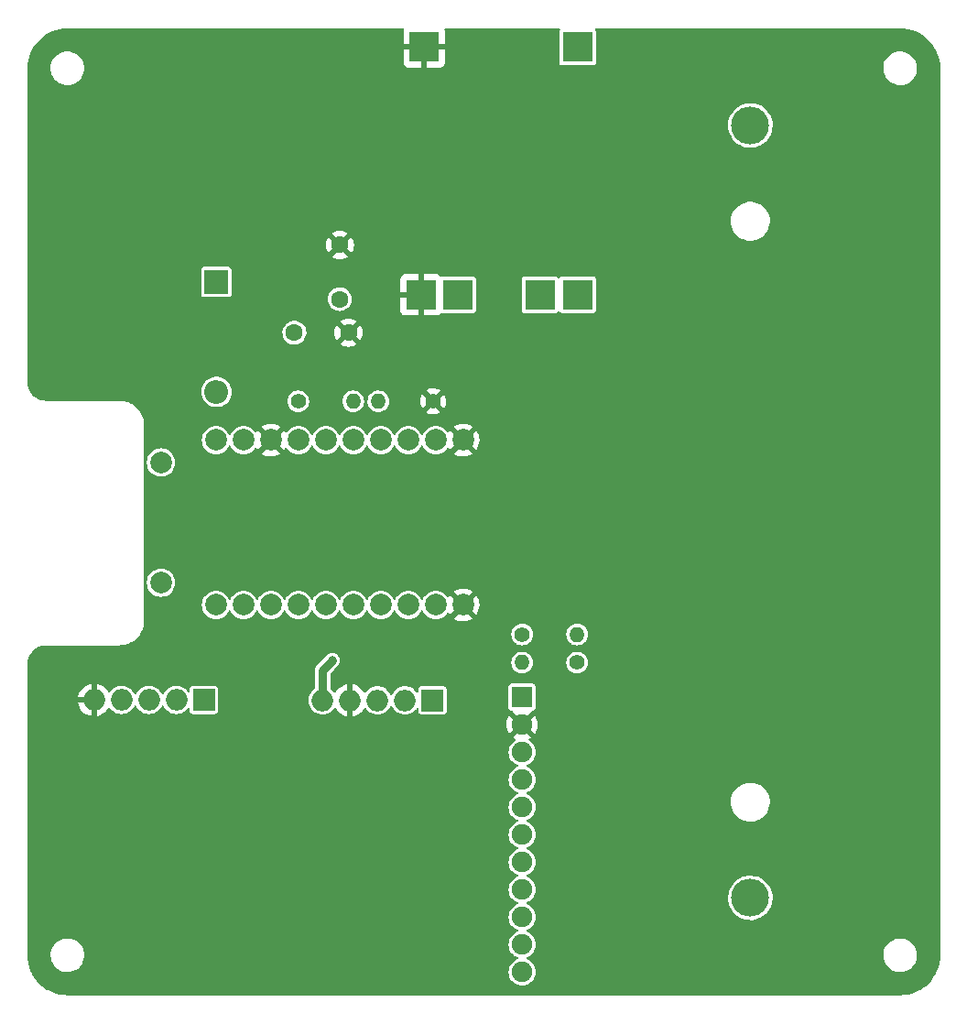
<source format=gbl>
%TF.GenerationSoftware,KiCad,Pcbnew,(6.0.9)*%
%TF.CreationDate,2023-01-27T22:09:12+02:00*%
%TF.ProjectId,Schematics,53636865-6d61-4746-9963-732e6b696361,rev?*%
%TF.SameCoordinates,Original*%
%TF.FileFunction,Copper,L2,Bot*%
%TF.FilePolarity,Positive*%
%FSLAX46Y46*%
G04 Gerber Fmt 4.6, Leading zero omitted, Abs format (unit mm)*
G04 Created by KiCad (PCBNEW (6.0.9)) date 2023-01-27 22:09:12*
%MOMM*%
%LPD*%
G01*
G04 APERTURE LIST*
%TA.AperFunction,ComponentPad*%
%ADD10O,3.500000X3.500000*%
%TD*%
%TA.AperFunction,ComponentPad*%
%ADD11C,1.600000*%
%TD*%
%TA.AperFunction,ComponentPad*%
%ADD12R,1.900000X1.900000*%
%TD*%
%TA.AperFunction,ComponentPad*%
%ADD13C,1.900000*%
%TD*%
%TA.AperFunction,ComponentPad*%
%ADD14R,2.000000X2.000000*%
%TD*%
%TA.AperFunction,ComponentPad*%
%ADD15O,2.000000X2.000000*%
%TD*%
%TA.AperFunction,ComponentPad*%
%ADD16C,1.400000*%
%TD*%
%TA.AperFunction,ComponentPad*%
%ADD17O,1.400000X1.400000*%
%TD*%
%TA.AperFunction,ComponentPad*%
%ADD18C,2.000000*%
%TD*%
%TA.AperFunction,ComponentPad*%
%ADD19R,2.800000X2.800000*%
%TD*%
%TA.AperFunction,ComponentPad*%
%ADD20R,2.200000X2.200000*%
%TD*%
%TA.AperFunction,ComponentPad*%
%ADD21O,2.200000X2.200000*%
%TD*%
%TA.AperFunction,ViaPad*%
%ADD22C,0.800000*%
%TD*%
%TA.AperFunction,Conductor*%
%ADD23C,0.800000*%
%TD*%
G04 APERTURE END LIST*
D10*
%TO.P,BT1,2,-*%
%TO.N,Net-(BT1-Pad2)*%
X167050000Y-140550000D03*
%TO.P,BT1,1,+*%
%TO.N,Net-(BT1-Pad1)*%
X167050000Y-69150000D03*
%TD*%
D11*
%TO.P,C2,1*%
%TO.N,+3V0*%
X124890000Y-88300000D03*
%TO.P,C2,2*%
%TO.N,GND*%
X129890000Y-88300000D03*
%TD*%
D12*
%TO.P,U6,1,VCC*%
%TO.N,+3V0*%
X145945000Y-121992000D03*
D13*
%TO.P,U6,2,GND*%
%TO.N,GND*%
X145945000Y-124532000D03*
%TO.P,U6,3,SCL*%
%TO.N,/SCL*%
X145945000Y-127072000D03*
%TO.P,U6,4,SDA*%
%TO.N,/SDA*%
X145945000Y-129612000D03*
%TO.P,U6,5,SDO*%
%TO.N,unconnected-(U6-Pad5)*%
X145945000Y-132152000D03*
%TO.P,U6,6,CS*%
%TO.N,unconnected-(U6-Pad6)*%
X145945000Y-134692000D03*
%TO.P,U6,7,INT2*%
%TO.N,unconnected-(U6-Pad7)*%
X145945000Y-137232000D03*
%TO.P,U6,8,INT1*%
%TO.N,/INT1*%
X145945000Y-139772000D03*
%TO.P,U6,9,A1*%
%TO.N,unconnected-(U6-Pad9)*%
X145945000Y-142312000D03*
%TO.P,U6,10,A2*%
%TO.N,unconnected-(U6-Pad10)*%
X145945000Y-144852000D03*
%TO.P,U6,11,A3*%
%TO.N,unconnected-(U6-Pad11)*%
X145945000Y-147392000D03*
%TD*%
D14*
%TO.P,U2,1,ADDR*%
%TO.N,unconnected-(U2-Pad1)*%
X137652000Y-122289500D03*
D15*
%TO.P,U2,2,SDA*%
%TO.N,/SDA*%
X135112000Y-122289500D03*
%TO.P,U2,3,SCL*%
%TO.N,/SCL*%
X132572000Y-122289500D03*
%TO.P,U2,4,GND*%
%TO.N,GND*%
X130032000Y-122289500D03*
%TO.P,U2,5,VCC*%
%TO.N,+3V0*%
X127492000Y-122289500D03*
%TD*%
D16*
%TO.P,R2,1*%
%TO.N,/SCL*%
X151030000Y-118800000D03*
D17*
%TO.P,R2,2*%
%TO.N,+3V0*%
X145950000Y-118800000D03*
%TD*%
D16*
%TO.P,R4,1*%
%TO.N,GND*%
X137730000Y-94650000D03*
D17*
%TO.P,R4,2*%
%TO.N,Net-(R3-Pad2)*%
X132650000Y-94650000D03*
%TD*%
D16*
%TO.P,R3,1*%
%TO.N,VCC*%
X125250000Y-94650000D03*
D17*
%TO.P,R3,2*%
%TO.N,Net-(R3-Pad2)*%
X130330000Y-94650000D03*
%TD*%
D18*
%TO.P,U5,0.02,0.02*%
%TO.N,Net-(R3-Pad2)*%
X130335000Y-98234000D03*
%TO.P,U5,0.09,0.09*%
%TO.N,unconnected-(U5-Pad0.09)*%
X135415000Y-113474000D03*
%TO.P,U5,0.10,0.10*%
%TO.N,unconnected-(U5-Pad0.10)*%
X137955000Y-113474000D03*
%TO.P,U5,0.13,0.13*%
%TO.N,/SDA*%
X117635000Y-113474000D03*
%TO.P,U5,0.15,0.15*%
%TO.N,/SCL*%
X120175000Y-113474000D03*
%TO.P,U5,0.17,0.17*%
%TO.N,unconnected-(U5-Pad0.17)*%
X122715000Y-113474000D03*
%TO.P,U5,0.20,0.20*%
%TO.N,unconnected-(U5-Pad0.20)*%
X125255000Y-113474000D03*
%TO.P,U5,0.22,0.22*%
%TO.N,unconnected-(U5-Pad0.22)*%
X127795000Y-113474000D03*
%TO.P,U5,0.24,0.24*%
%TO.N,unconnected-(U5-Pad0.24)*%
X130335000Y-113474000D03*
%TO.P,U5,0.29,0.29*%
%TO.N,unconnected-(U5-Pad0.29)*%
X127795000Y-98234000D03*
%TO.P,U5,0.31,0.31*%
%TO.N,unconnected-(U5-Pad0.31)*%
X125255000Y-98234000D03*
%TO.P,U5,1.00,1.00*%
%TO.N,unconnected-(U5-Pad1.00)*%
X132875000Y-113474000D03*
%TO.P,U5,1.10,1.10*%
%TO.N,/INT1*%
X137955000Y-98234000D03*
%TO.P,U5,1.13,1.13*%
%TO.N,unconnected-(U5-Pad1.13)*%
X135415000Y-98234000D03*
%TO.P,U5,1.15,1.15*%
%TO.N,unconnected-(U5-Pad1.15)*%
X132875000Y-98234000D03*
%TO.P,U5,G1,GND*%
%TO.N,GND*%
X140495000Y-113474000D03*
%TO.P,U5,G2,GND*%
X140495000Y-98234000D03*
%TO.P,U5,G3,GND*%
X122715000Y-98234000D03*
%TO.P,U5,OUT,OUT*%
%TO.N,+3V0*%
X120175000Y-98234000D03*
%TO.P,U5,SWDCLK,SWDCLK*%
%TO.N,unconnected-(U5-PadSWDCLK)*%
X112555000Y-100294000D03*
%TO.P,U5,SWDIO,SWDIO*%
%TO.N,unconnected-(U5-PadSWDIO)*%
X112555000Y-111414000D03*
%TO.P,U5,VBUS,VBUS*%
%TO.N,VBUS*%
X117635000Y-98234000D03*
%TD*%
D14*
%TO.P,U3,1,2-6V*%
%TO.N,+3V0*%
X116520000Y-122250000D03*
D15*
%TO.P,U3,2,SDA*%
%TO.N,/SDA*%
X113980000Y-122250000D03*
%TO.P,U3,3,SCL*%
%TO.N,/SCL*%
X111440000Y-122250000D03*
%TO.P,U3,4,N/C*%
%TO.N,unconnected-(U3-Pad4)*%
X108900000Y-122250000D03*
%TO.P,U3,5,GND*%
%TO.N,GND*%
X106360000Y-122250000D03*
%TD*%
D19*
%TO.P,U1,1,IN+*%
%TO.N,Net-(D1-Pad1)*%
X151090000Y-61900000D03*
%TO.P,U1,2,IN-*%
%TO.N,GND*%
X136890000Y-61900000D03*
%TO.P,U1,3,OUT+*%
%TO.N,VCC*%
X151090000Y-84800000D03*
%TO.P,U1,4,B+*%
%TO.N,Net-(BT1-Pad1)*%
X147590000Y-84800000D03*
%TO.P,U1,5,B-*%
%TO.N,Net-(BT1-Pad2)*%
X139990000Y-84800000D03*
%TO.P,U1,6,OUT-*%
%TO.N,GND*%
X136590000Y-84800000D03*
%TD*%
D11*
%TO.P,C1,1*%
%TO.N,VCC*%
X129090000Y-85200000D03*
%TO.P,C1,2*%
%TO.N,GND*%
X129090000Y-80200000D03*
%TD*%
D16*
%TO.P,R1,1*%
%TO.N,+3V0*%
X145950000Y-116200000D03*
D17*
%TO.P,R1,2*%
%TO.N,/SDA*%
X151030000Y-116200000D03*
%TD*%
D20*
%TO.P,D1,1,K*%
%TO.N,Net-(D1-Pad1)*%
X117690000Y-83620000D03*
D21*
%TO.P,D1,2,A*%
%TO.N,VBUS*%
X117690000Y-93780000D03*
%TD*%
D22*
%TO.N,GND*%
X125190000Y-81400000D03*
%TO.N,+3V0*%
X128390000Y-118600000D03*
%TD*%
D23*
%TO.N,+3V0*%
X127492000Y-122289500D02*
X127492000Y-119498000D01*
X127492000Y-119498000D02*
X128390000Y-118600000D01*
%TD*%
%TA.AperFunction,Conductor*%
%TO.N,GND*%
G36*
X135000849Y-60173407D02*
G01*
X135036813Y-60222907D01*
X135035358Y-60288251D01*
X134998823Y-60385710D01*
X134995971Y-60397702D01*
X134990289Y-60450009D01*
X134990000Y-60455343D01*
X134990000Y-61634320D01*
X134994122Y-61647005D01*
X134998243Y-61650000D01*
X138774320Y-61650000D01*
X138787005Y-61645878D01*
X138790000Y-61641757D01*
X138790000Y-60455343D01*
X138789711Y-60450009D01*
X138784029Y-60397702D01*
X138781177Y-60385710D01*
X138744642Y-60288251D01*
X138741920Y-60227127D01*
X138775646Y-60176076D01*
X138837342Y-60154500D01*
X149371531Y-60154500D01*
X149429722Y-60173407D01*
X149465686Y-60222907D01*
X149465686Y-60284093D01*
X149448282Y-60312522D01*
X149449381Y-60313274D01*
X149444214Y-60320821D01*
X149437759Y-60327287D01*
X149392494Y-60429673D01*
X149389500Y-60455354D01*
X149389500Y-63344646D01*
X149392618Y-63370846D01*
X149438061Y-63473153D01*
X149517287Y-63552241D01*
X149525645Y-63555936D01*
X149612864Y-63594496D01*
X149612866Y-63594496D01*
X149619673Y-63597506D01*
X149627067Y-63598368D01*
X149642378Y-63600153D01*
X149645354Y-63600500D01*
X152534646Y-63600500D01*
X152552561Y-63598368D01*
X152553469Y-63598260D01*
X152553470Y-63598260D01*
X152560846Y-63597382D01*
X152663153Y-63551939D01*
X152742241Y-63472713D01*
X152787506Y-63370327D01*
X152790500Y-63344646D01*
X152790500Y-60455354D01*
X152787382Y-60429154D01*
X152741939Y-60326847D01*
X152735469Y-60320388D01*
X152730292Y-60312855D01*
X152732432Y-60311384D01*
X152710827Y-60269076D01*
X152720343Y-60208636D01*
X152763568Y-60165331D01*
X152808594Y-60154500D01*
X180867047Y-60154500D01*
X180884236Y-60156004D01*
X180902000Y-60159136D01*
X180910529Y-60157632D01*
X180910530Y-60157632D01*
X180911613Y-60157441D01*
X180933662Y-60156055D01*
X181139897Y-60166187D01*
X181259764Y-60172076D01*
X181269432Y-60173029D01*
X181618922Y-60224871D01*
X181628451Y-60226766D01*
X181971188Y-60312617D01*
X181980485Y-60315437D01*
X182313158Y-60434470D01*
X182322134Y-60438188D01*
X182641538Y-60589254D01*
X182650106Y-60593834D01*
X182953166Y-60775481D01*
X182961235Y-60780873D01*
X183245036Y-60991355D01*
X183252546Y-60997518D01*
X183514338Y-61234792D01*
X183521208Y-61241662D01*
X183758482Y-61503454D01*
X183764645Y-61510964D01*
X183975127Y-61794765D01*
X183980519Y-61802834D01*
X184059769Y-61935054D01*
X184162166Y-62105894D01*
X184166746Y-62114462D01*
X184317812Y-62433866D01*
X184321530Y-62442842D01*
X184440563Y-62775515D01*
X184443383Y-62784812D01*
X184529234Y-63127549D01*
X184531129Y-63137078D01*
X184582971Y-63486568D01*
X184583924Y-63496236D01*
X184588893Y-63597382D01*
X184598848Y-63800000D01*
X184599945Y-63822334D01*
X184598559Y-63844387D01*
X184596864Y-63854000D01*
X184599996Y-63871761D01*
X184601500Y-63888953D01*
X184601500Y-145819047D01*
X184599996Y-145836236D01*
X184596864Y-145854000D01*
X184598368Y-145862529D01*
X184598368Y-145862530D01*
X184598559Y-145863613D01*
X184599945Y-145885662D01*
X184592711Y-146032914D01*
X184583924Y-146211764D01*
X184582971Y-146221432D01*
X184531129Y-146570922D01*
X184529234Y-146580451D01*
X184443383Y-146923188D01*
X184440563Y-146932485D01*
X184321530Y-147265158D01*
X184317812Y-147274134D01*
X184166746Y-147593538D01*
X184162166Y-147602106D01*
X184154945Y-147614154D01*
X183980519Y-147905166D01*
X183975127Y-147913235D01*
X183764645Y-148197036D01*
X183758482Y-148204546D01*
X183521208Y-148466338D01*
X183514338Y-148473208D01*
X183252546Y-148710482D01*
X183245036Y-148716645D01*
X182961235Y-148927127D01*
X182953166Y-148932519D01*
X182781348Y-149035503D01*
X182650106Y-149114166D01*
X182641538Y-149118746D01*
X182322134Y-149269812D01*
X182313158Y-149273530D01*
X181980485Y-149392563D01*
X181971188Y-149395383D01*
X181628451Y-149481234D01*
X181618922Y-149483129D01*
X181269432Y-149534971D01*
X181259764Y-149535924D01*
X181139897Y-149541813D01*
X180933662Y-149551945D01*
X180911613Y-149550559D01*
X180910530Y-149550368D01*
X180910529Y-149550368D01*
X180902000Y-149548864D01*
X180884236Y-149551996D01*
X180867047Y-149553500D01*
X103936953Y-149553500D01*
X103919764Y-149551996D01*
X103902000Y-149548864D01*
X103893471Y-149550368D01*
X103893470Y-149550368D01*
X103892387Y-149550559D01*
X103870338Y-149551945D01*
X103664103Y-149541813D01*
X103544236Y-149535924D01*
X103534568Y-149534971D01*
X103185078Y-149483129D01*
X103175549Y-149481234D01*
X102832812Y-149395383D01*
X102823515Y-149392563D01*
X102490842Y-149273530D01*
X102481866Y-149269812D01*
X102162462Y-149118746D01*
X102153894Y-149114166D01*
X102022652Y-149035503D01*
X101850834Y-148932519D01*
X101842765Y-148927127D01*
X101558964Y-148716645D01*
X101551454Y-148710482D01*
X101289662Y-148473208D01*
X101282792Y-148466338D01*
X101045518Y-148204546D01*
X101039355Y-148197036D01*
X100828873Y-147913235D01*
X100823481Y-147905166D01*
X100649055Y-147614154D01*
X100641834Y-147602106D01*
X100637254Y-147593538D01*
X100486188Y-147274134D01*
X100482470Y-147265158D01*
X100363437Y-146932485D01*
X100360617Y-146923188D01*
X100274766Y-146580451D01*
X100272871Y-146570922D01*
X100221029Y-146221432D01*
X100220076Y-146211764D01*
X100211289Y-146032914D01*
X100205167Y-145908288D01*
X102347404Y-145908288D01*
X102347861Y-145912236D01*
X102347861Y-145912241D01*
X102373834Y-146136723D01*
X102376081Y-146156140D01*
X102377161Y-146159958D01*
X102377162Y-146159961D01*
X102418878Y-146307380D01*
X102444017Y-146396219D01*
X102445695Y-146399818D01*
X102445696Y-146399820D01*
X102547780Y-146618742D01*
X102547783Y-146618747D01*
X102549462Y-146622348D01*
X102551697Y-146625637D01*
X102551700Y-146625642D01*
X102564896Y-146645059D01*
X102689706Y-146828710D01*
X102861138Y-147009994D01*
X103059349Y-147161538D01*
X103062852Y-147163416D01*
X103062853Y-147163417D01*
X103261138Y-147269737D01*
X103279239Y-147279443D01*
X103515152Y-147360674D01*
X103696511Y-147392000D01*
X103757942Y-147402611D01*
X103757944Y-147402611D01*
X103761017Y-147403142D01*
X103783989Y-147404185D01*
X103789818Y-147404450D01*
X103789824Y-147404450D01*
X103790922Y-147404500D01*
X103964691Y-147404500D01*
X103966665Y-147404341D01*
X103966669Y-147404341D01*
X104120057Y-147392000D01*
X144689723Y-147392000D01*
X144708793Y-147609977D01*
X144765425Y-147821330D01*
X144857898Y-148019638D01*
X144983402Y-148198877D01*
X145138123Y-148353598D01*
X145253004Y-148434039D01*
X145308944Y-148473208D01*
X145317361Y-148479102D01*
X145515670Y-148571575D01*
X145602220Y-148594766D01*
X145722846Y-148627088D01*
X145722848Y-148627088D01*
X145727023Y-148628207D01*
X145945000Y-148647277D01*
X146162977Y-148628207D01*
X146167152Y-148627088D01*
X146167154Y-148627088D01*
X146287780Y-148594766D01*
X146374330Y-148571575D01*
X146572639Y-148479102D01*
X146581057Y-148473208D01*
X146636996Y-148434039D01*
X146751877Y-148353598D01*
X146906598Y-148198877D01*
X147032102Y-148019638D01*
X147124575Y-147821330D01*
X147181207Y-147609977D01*
X147200277Y-147392000D01*
X147181207Y-147174023D01*
X147124575Y-146962670D01*
X147032102Y-146764362D01*
X146906598Y-146585123D01*
X146751877Y-146430402D01*
X146572639Y-146304898D01*
X146374330Y-146212425D01*
X146375056Y-146210868D01*
X146332168Y-146177360D01*
X146315303Y-146118545D01*
X146336230Y-146061050D01*
X146374954Y-146032914D01*
X146374330Y-146031575D01*
X146572639Y-145939102D01*
X146611001Y-145912241D01*
X146616646Y-145908288D01*
X179347404Y-145908288D01*
X179347861Y-145912236D01*
X179347861Y-145912241D01*
X179373834Y-146136723D01*
X179376081Y-146156140D01*
X179377161Y-146159958D01*
X179377162Y-146159961D01*
X179418878Y-146307380D01*
X179444017Y-146396219D01*
X179445695Y-146399818D01*
X179445696Y-146399820D01*
X179547780Y-146618742D01*
X179547783Y-146618747D01*
X179549462Y-146622348D01*
X179551697Y-146625637D01*
X179551700Y-146625642D01*
X179564896Y-146645059D01*
X179689706Y-146828710D01*
X179861138Y-147009994D01*
X180059349Y-147161538D01*
X180062852Y-147163416D01*
X180062853Y-147163417D01*
X180261138Y-147269737D01*
X180279239Y-147279443D01*
X180515152Y-147360674D01*
X180696511Y-147392000D01*
X180757942Y-147402611D01*
X180757944Y-147402611D01*
X180761017Y-147403142D01*
X180783989Y-147404185D01*
X180789818Y-147404450D01*
X180789824Y-147404450D01*
X180790922Y-147404500D01*
X180964691Y-147404500D01*
X180966665Y-147404341D01*
X180966669Y-147404341D01*
X181146742Y-147389853D01*
X181146747Y-147389852D01*
X181150702Y-147389534D01*
X181154562Y-147388586D01*
X181389140Y-147330968D01*
X181389145Y-147330966D01*
X181393006Y-147330018D01*
X181396667Y-147328464D01*
X181396670Y-147328463D01*
X181619014Y-147234084D01*
X181619016Y-147234083D01*
X181622677Y-147232529D01*
X181833808Y-147099573D01*
X181836788Y-147096946D01*
X181836793Y-147096942D01*
X182017982Y-146937202D01*
X182017983Y-146937201D01*
X182020965Y-146934572D01*
X182179334Y-146741770D01*
X182250938Y-146618742D01*
X182302840Y-146529565D01*
X182302842Y-146529561D01*
X182304840Y-146526128D01*
X182394255Y-146293195D01*
X182411267Y-146211764D01*
X182444464Y-146052859D01*
X182444465Y-146052855D01*
X182445278Y-146048961D01*
X182446068Y-146031575D01*
X182453694Y-145863613D01*
X182456596Y-145799712D01*
X182440781Y-145663018D01*
X182428376Y-145555807D01*
X182428375Y-145555803D01*
X182427919Y-145551860D01*
X182406372Y-145475713D01*
X182361065Y-145315604D01*
X182361064Y-145315602D01*
X182359983Y-145311781D01*
X182358304Y-145308180D01*
X182256220Y-145089258D01*
X182256217Y-145089253D01*
X182254538Y-145085652D01*
X182252303Y-145082363D01*
X182252300Y-145082358D01*
X182116530Y-144882580D01*
X182116529Y-144882579D01*
X182114294Y-144879290D01*
X181942862Y-144698006D01*
X181744651Y-144546462D01*
X181741147Y-144544583D01*
X181528260Y-144430433D01*
X181528258Y-144430432D01*
X181524761Y-144428557D01*
X181288848Y-144347326D01*
X181100500Y-144314793D01*
X181046058Y-144305389D01*
X181046056Y-144305389D01*
X181042983Y-144304858D01*
X181020011Y-144303815D01*
X181014182Y-144303550D01*
X181014176Y-144303550D01*
X181013078Y-144303500D01*
X180839309Y-144303500D01*
X180837335Y-144303659D01*
X180837331Y-144303659D01*
X180657258Y-144318147D01*
X180657253Y-144318148D01*
X180653298Y-144318466D01*
X180649439Y-144319414D01*
X180649438Y-144319414D01*
X180414860Y-144377032D01*
X180414855Y-144377034D01*
X180410994Y-144377982D01*
X180407333Y-144379536D01*
X180407330Y-144379537D01*
X180291846Y-144428557D01*
X180181323Y-144475471D01*
X179970192Y-144608427D01*
X179967212Y-144611054D01*
X179967207Y-144611058D01*
X179786018Y-144770798D01*
X179783035Y-144773428D01*
X179624666Y-144966230D01*
X179499160Y-145181872D01*
X179409745Y-145414805D01*
X179358722Y-145659039D01*
X179347404Y-145908288D01*
X146616646Y-145908288D01*
X146681995Y-145862530D01*
X146751877Y-145813598D01*
X146906598Y-145658877D01*
X147032102Y-145479638D01*
X147124575Y-145281330D01*
X147181207Y-145069977D01*
X147200277Y-144852000D01*
X147181207Y-144634023D01*
X147124575Y-144422670D01*
X147032102Y-144224362D01*
X146906598Y-144045123D01*
X146751877Y-143890402D01*
X146572639Y-143764898D01*
X146374330Y-143672425D01*
X146375056Y-143670868D01*
X146332168Y-143637360D01*
X146315303Y-143578545D01*
X146336230Y-143521050D01*
X146374954Y-143492914D01*
X146374330Y-143491575D01*
X146572639Y-143399102D01*
X146751877Y-143273598D01*
X146906598Y-143118877D01*
X147032102Y-142939638D01*
X147124575Y-142741330D01*
X147147766Y-142654780D01*
X147180088Y-142534154D01*
X147180088Y-142534152D01*
X147181207Y-142529977D01*
X147200277Y-142312000D01*
X147181207Y-142094023D01*
X147124575Y-141882670D01*
X147032102Y-141684362D01*
X146906598Y-141505123D01*
X146751877Y-141350402D01*
X146572639Y-141224898D01*
X146374330Y-141132425D01*
X146375056Y-141130868D01*
X146332168Y-141097360D01*
X146315303Y-141038545D01*
X146336230Y-140981050D01*
X146374954Y-140952914D01*
X146374330Y-140951575D01*
X146538957Y-140874808D01*
X146572639Y-140859102D01*
X146751877Y-140733598D01*
X146906598Y-140578877D01*
X146941888Y-140528477D01*
X164994822Y-140528477D01*
X164995016Y-140531842D01*
X164995016Y-140531846D01*
X164998545Y-140593043D01*
X165010916Y-140807596D01*
X165064741Y-141081948D01*
X165155303Y-141346457D01*
X165280925Y-141596228D01*
X165439282Y-141826639D01*
X165441552Y-141829133D01*
X165441553Y-141829135D01*
X165486948Y-141879023D01*
X165627444Y-142033427D01*
X165841930Y-142212765D01*
X166078771Y-142361335D01*
X166081839Y-142362720D01*
X166081846Y-142362724D01*
X166247358Y-142437455D01*
X166333583Y-142476387D01*
X166336805Y-142477341D01*
X166336812Y-142477344D01*
X166499945Y-142525666D01*
X166601652Y-142555793D01*
X166604977Y-142556302D01*
X166604978Y-142556302D01*
X166874684Y-142597573D01*
X166874687Y-142597573D01*
X166878018Y-142598083D01*
X166881389Y-142598136D01*
X166881390Y-142598136D01*
X166929571Y-142598893D01*
X167157566Y-142602474D01*
X167160903Y-142602070D01*
X167160907Y-142602070D01*
X167431779Y-142569291D01*
X167431784Y-142569290D01*
X167435123Y-142568886D01*
X167705554Y-142497940D01*
X167871590Y-142429165D01*
X167960746Y-142392236D01*
X167960749Y-142392235D01*
X167963855Y-142390948D01*
X167966760Y-142389251D01*
X167966763Y-142389249D01*
X168202329Y-142251595D01*
X168205245Y-142249891D01*
X168425258Y-142077379D01*
X168619823Y-141876603D01*
X168656526Y-141826639D01*
X168686843Y-141785366D01*
X168785340Y-141651280D01*
X168816864Y-141593221D01*
X168917136Y-141408541D01*
X168918745Y-141405578D01*
X168987018Y-141224898D01*
X169016380Y-141147194D01*
X169016381Y-141147190D01*
X169017570Y-141144044D01*
X169048681Y-141008207D01*
X169079234Y-140874808D01*
X169079235Y-140874801D01*
X169079987Y-140871518D01*
X169092296Y-140733598D01*
X169104668Y-140594973D01*
X169104668Y-140594967D01*
X169104840Y-140593043D01*
X169105291Y-140550000D01*
X169086275Y-140271065D01*
X169029579Y-139997292D01*
X168936253Y-139733746D01*
X168841335Y-139549846D01*
X168809573Y-139488308D01*
X168809570Y-139488302D01*
X168808022Y-139485304D01*
X168647261Y-139256563D01*
X168629512Y-139237462D01*
X168459238Y-139054226D01*
X168456944Y-139051757D01*
X168240591Y-138874675D01*
X168002208Y-138728594D01*
X167999126Y-138727241D01*
X167749288Y-138617569D01*
X167749284Y-138617567D01*
X167746205Y-138616216D01*
X167657220Y-138590868D01*
X167480571Y-138540548D01*
X167480566Y-138540547D01*
X167477319Y-138539622D01*
X167200526Y-138500229D01*
X167197159Y-138500211D01*
X167197154Y-138500211D01*
X167072187Y-138499557D01*
X166920947Y-138498765D01*
X166643757Y-138535257D01*
X166640506Y-138536146D01*
X166640503Y-138536147D01*
X166562963Y-138557360D01*
X166374083Y-138609032D01*
X166116917Y-138718722D01*
X165877018Y-138862299D01*
X165658823Y-139037106D01*
X165466371Y-139239908D01*
X165464406Y-139242643D01*
X165464404Y-139242645D01*
X165395346Y-139338750D01*
X165303223Y-139466952D01*
X165172398Y-139714038D01*
X165076317Y-139976592D01*
X165075599Y-139979887D01*
X165028226Y-140197157D01*
X165016757Y-140249757D01*
X164994822Y-140528477D01*
X146941888Y-140528477D01*
X147032102Y-140399638D01*
X147124575Y-140201330D01*
X147181207Y-139989977D01*
X147200277Y-139772000D01*
X147181207Y-139554023D01*
X147124575Y-139342670D01*
X147032102Y-139144362D01*
X146906598Y-138965123D01*
X146751877Y-138810402D01*
X146633111Y-138727241D01*
X146576184Y-138687380D01*
X146576182Y-138687379D01*
X146572639Y-138684898D01*
X146374330Y-138592425D01*
X146375056Y-138590868D01*
X146332168Y-138557360D01*
X146315303Y-138498545D01*
X146336230Y-138441050D01*
X146374954Y-138412914D01*
X146374330Y-138411575D01*
X146572639Y-138319102D01*
X146751877Y-138193598D01*
X146906598Y-138038877D01*
X147032102Y-137859638D01*
X147124575Y-137661330D01*
X147181207Y-137449977D01*
X147200277Y-137232000D01*
X147181207Y-137014023D01*
X147124575Y-136802670D01*
X147032102Y-136604362D01*
X146906598Y-136425123D01*
X146751877Y-136270402D01*
X146572639Y-136144898D01*
X146374330Y-136052425D01*
X146375056Y-136050868D01*
X146332168Y-136017360D01*
X146315303Y-135958545D01*
X146336230Y-135901050D01*
X146374954Y-135872914D01*
X146374330Y-135871575D01*
X146572639Y-135779102D01*
X146751877Y-135653598D01*
X146906598Y-135498877D01*
X147032102Y-135319638D01*
X147124575Y-135121330D01*
X147181207Y-134909977D01*
X147200277Y-134692000D01*
X147181207Y-134474023D01*
X147124575Y-134262670D01*
X147032102Y-134064362D01*
X146906598Y-133885123D01*
X146751877Y-133730402D01*
X146572639Y-133604898D01*
X146374330Y-133512425D01*
X146375056Y-133510868D01*
X146332168Y-133477360D01*
X146315303Y-133418545D01*
X146336230Y-133361050D01*
X146374954Y-133332914D01*
X146374330Y-133331575D01*
X146442879Y-133299610D01*
X146572639Y-133239102D01*
X146581497Y-133232900D01*
X146687973Y-133158344D01*
X146751877Y-133113598D01*
X146906598Y-132958877D01*
X147032102Y-132779638D01*
X147124575Y-132581330D01*
X147163080Y-132437629D01*
X147180088Y-132374154D01*
X147180088Y-132374152D01*
X147181207Y-132369977D01*
X147200277Y-132152000D01*
X147181207Y-131934023D01*
X147178425Y-131923638D01*
X147125693Y-131726843D01*
X147124575Y-131722670D01*
X147091964Y-131652736D01*
X165245070Y-131652736D01*
X165245832Y-131668601D01*
X165257909Y-131920041D01*
X165310118Y-132182512D01*
X165311358Y-132185967D01*
X165311359Y-132185969D01*
X165380810Y-132379404D01*
X165400549Y-132434383D01*
X165527215Y-132670121D01*
X165687335Y-132884547D01*
X165877390Y-133072950D01*
X166093205Y-133231192D01*
X166330039Y-133355797D01*
X166333510Y-133357009D01*
X166333512Y-133357010D01*
X166421927Y-133387886D01*
X166582690Y-133444026D01*
X166845606Y-133493943D01*
X166979309Y-133499196D01*
X167109343Y-133504305D01*
X167109346Y-133504305D01*
X167113013Y-133504449D01*
X167249669Y-133489483D01*
X167375394Y-133475714D01*
X167375397Y-133475713D01*
X167379035Y-133475315D01*
X167637829Y-133407180D01*
X167641204Y-133405730D01*
X167641207Y-133405729D01*
X167761412Y-133354085D01*
X167883710Y-133301542D01*
X167886827Y-133299613D01*
X167886833Y-133299610D01*
X168108149Y-133162655D01*
X168108154Y-133162651D01*
X168111275Y-133160720D01*
X168315526Y-132987809D01*
X168406085Y-132884547D01*
X168489550Y-132789374D01*
X168489554Y-132789369D01*
X168491976Y-132786607D01*
X168591302Y-132632187D01*
X168634757Y-132564628D01*
X168634758Y-132564627D01*
X168636747Y-132561534D01*
X168694025Y-132434383D01*
X168745153Y-132320882D01*
X168745154Y-132320880D01*
X168746661Y-132317534D01*
X168819302Y-132059969D01*
X168853075Y-131794495D01*
X168854846Y-131726843D01*
X168855484Y-131702492D01*
X168855484Y-131702487D01*
X168855549Y-131700000D01*
X168839305Y-131481408D01*
X168835989Y-131436777D01*
X168835988Y-131436771D01*
X168835717Y-131433123D01*
X168776655Y-131172109D01*
X168757831Y-131123701D01*
X168680992Y-130926111D01*
X168679662Y-130922691D01*
X168546868Y-130690350D01*
X168518728Y-130654654D01*
X168383469Y-130483080D01*
X168381190Y-130480189D01*
X168378517Y-130477675D01*
X168378512Y-130477669D01*
X168188941Y-130299339D01*
X168186269Y-130296825D01*
X167966385Y-130144286D01*
X167726371Y-130025924D01*
X167471497Y-129944338D01*
X167467880Y-129943749D01*
X167467876Y-129943748D01*
X167210983Y-129901911D01*
X167210978Y-129901911D01*
X167207364Y-129901322D01*
X167203699Y-129901274D01*
X167103651Y-129899964D01*
X166939774Y-129897819D01*
X166936146Y-129898313D01*
X166936142Y-129898313D01*
X166807189Y-129915863D01*
X166674605Y-129933907D01*
X166417683Y-130008792D01*
X166174652Y-130120831D01*
X166171585Y-130122842D01*
X166171581Y-130122844D01*
X165993442Y-130239638D01*
X165950851Y-130267562D01*
X165948119Y-130270001D01*
X165948117Y-130270002D01*
X165915248Y-130299339D01*
X165751197Y-130445760D01*
X165748850Y-130448582D01*
X165748849Y-130448583D01*
X165722563Y-130480189D01*
X165580075Y-130651512D01*
X165441244Y-130880298D01*
X165337755Y-131127091D01*
X165271881Y-131386470D01*
X165245070Y-131652736D01*
X147091964Y-131652736D01*
X147032102Y-131524362D01*
X146906598Y-131345123D01*
X146751877Y-131190402D01*
X146636996Y-131109961D01*
X146576184Y-131067380D01*
X146576182Y-131067379D01*
X146572639Y-131064898D01*
X146374330Y-130972425D01*
X146375056Y-130970868D01*
X146332168Y-130937360D01*
X146315303Y-130878545D01*
X146336230Y-130821050D01*
X146374954Y-130792914D01*
X146374330Y-130791575D01*
X146507270Y-130729584D01*
X146572639Y-130699102D01*
X146751877Y-130573598D01*
X146906598Y-130418877D01*
X147010841Y-130270002D01*
X147029620Y-130243183D01*
X147029621Y-130243181D01*
X147032102Y-130239638D01*
X147124575Y-130041330D01*
X147181207Y-129829977D01*
X147200277Y-129612000D01*
X147181207Y-129394023D01*
X147124575Y-129182670D01*
X147032102Y-128984362D01*
X146906598Y-128805123D01*
X146751877Y-128650402D01*
X146572639Y-128524898D01*
X146374330Y-128432425D01*
X146375056Y-128430868D01*
X146332168Y-128397360D01*
X146315303Y-128338545D01*
X146336230Y-128281050D01*
X146374954Y-128252914D01*
X146374330Y-128251575D01*
X146572639Y-128159102D01*
X146751877Y-128033598D01*
X146906598Y-127878877D01*
X147032102Y-127699638D01*
X147124575Y-127501330D01*
X147181207Y-127289977D01*
X147200277Y-127072000D01*
X147181207Y-126854023D01*
X147124575Y-126642670D01*
X147032102Y-126444362D01*
X146906598Y-126265123D01*
X146751877Y-126110402D01*
X146587662Y-125995417D01*
X146550840Y-125946552D01*
X146549772Y-125885376D01*
X146584866Y-125835256D01*
X146600892Y-125825416D01*
X146686359Y-125783547D01*
X146693314Y-125779400D01*
X146765492Y-125727916D01*
X146773426Y-125717194D01*
X146773433Y-125716331D01*
X146769817Y-125710371D01*
X145956086Y-124896639D01*
X145944203Y-124890585D01*
X145939172Y-124891381D01*
X145119500Y-125711053D01*
X145113446Y-125722936D01*
X145113886Y-125725717D01*
X145114072Y-125725949D01*
X145293072Y-125830548D01*
X145333775Y-125876231D01*
X145339852Y-125937114D01*
X145308982Y-125989941D01*
X145299915Y-125997115D01*
X145138123Y-126110402D01*
X144983402Y-126265123D01*
X144857898Y-126444362D01*
X144765425Y-126642670D01*
X144708793Y-126854023D01*
X144689723Y-127072000D01*
X144708793Y-127289977D01*
X144765425Y-127501330D01*
X144857898Y-127699638D01*
X144983402Y-127878877D01*
X145138123Y-128033598D01*
X145317361Y-128159102D01*
X145515670Y-128251575D01*
X145514944Y-128253132D01*
X145557832Y-128286640D01*
X145574697Y-128345455D01*
X145553770Y-128402950D01*
X145515046Y-128431086D01*
X145515670Y-128432425D01*
X145317362Y-128524898D01*
X145138123Y-128650402D01*
X144983402Y-128805123D01*
X144857898Y-128984362D01*
X144765425Y-129182670D01*
X144708793Y-129394023D01*
X144689723Y-129612000D01*
X144708793Y-129829977D01*
X144765425Y-130041330D01*
X144857898Y-130239638D01*
X144860379Y-130243181D01*
X144860380Y-130243183D01*
X144879159Y-130270002D01*
X144983402Y-130418877D01*
X145138123Y-130573598D01*
X145317361Y-130699102D01*
X145382730Y-130729584D01*
X145515670Y-130791575D01*
X145514944Y-130793132D01*
X145557832Y-130826640D01*
X145574697Y-130885455D01*
X145553770Y-130942950D01*
X145515046Y-130971086D01*
X145515670Y-130972425D01*
X145317362Y-131064898D01*
X145138123Y-131190402D01*
X144983402Y-131345123D01*
X144857898Y-131524362D01*
X144765425Y-131722670D01*
X144764307Y-131726843D01*
X144711576Y-131923638D01*
X144708793Y-131934023D01*
X144689723Y-132152000D01*
X144708793Y-132369977D01*
X144709912Y-132374152D01*
X144709912Y-132374154D01*
X144726920Y-132437629D01*
X144765425Y-132581330D01*
X144857898Y-132779638D01*
X144983402Y-132958877D01*
X145138123Y-133113598D01*
X145202027Y-133158344D01*
X145308504Y-133232900D01*
X145317361Y-133239102D01*
X145447121Y-133299610D01*
X145515670Y-133331575D01*
X145514944Y-133333132D01*
X145557832Y-133366640D01*
X145574697Y-133425455D01*
X145553770Y-133482950D01*
X145515046Y-133511086D01*
X145515670Y-133512425D01*
X145317362Y-133604898D01*
X145138123Y-133730402D01*
X144983402Y-133885123D01*
X144857898Y-134064362D01*
X144765425Y-134262670D01*
X144708793Y-134474023D01*
X144689723Y-134692000D01*
X144708793Y-134909977D01*
X144765425Y-135121330D01*
X144857898Y-135319638D01*
X144983402Y-135498877D01*
X145138123Y-135653598D01*
X145317361Y-135779102D01*
X145515670Y-135871575D01*
X145514944Y-135873132D01*
X145557832Y-135906640D01*
X145574697Y-135965455D01*
X145553770Y-136022950D01*
X145515046Y-136051086D01*
X145515670Y-136052425D01*
X145317362Y-136144898D01*
X145138123Y-136270402D01*
X144983402Y-136425123D01*
X144857898Y-136604362D01*
X144765425Y-136802670D01*
X144708793Y-137014023D01*
X144689723Y-137232000D01*
X144708793Y-137449977D01*
X144765425Y-137661330D01*
X144857898Y-137859638D01*
X144983402Y-138038877D01*
X145138123Y-138193598D01*
X145317361Y-138319102D01*
X145515670Y-138411575D01*
X145514944Y-138413132D01*
X145557832Y-138446640D01*
X145574697Y-138505455D01*
X145553770Y-138562950D01*
X145515046Y-138591086D01*
X145515670Y-138592425D01*
X145317362Y-138684898D01*
X145138123Y-138810402D01*
X144983402Y-138965123D01*
X144857898Y-139144362D01*
X144765425Y-139342670D01*
X144708793Y-139554023D01*
X144689723Y-139772000D01*
X144708793Y-139989977D01*
X144765425Y-140201330D01*
X144857898Y-140399638D01*
X144983402Y-140578877D01*
X145138123Y-140733598D01*
X145317361Y-140859102D01*
X145351043Y-140874808D01*
X145515670Y-140951575D01*
X145514944Y-140953132D01*
X145557832Y-140986640D01*
X145574697Y-141045455D01*
X145553770Y-141102950D01*
X145515046Y-141131086D01*
X145515670Y-141132425D01*
X145317362Y-141224898D01*
X145138123Y-141350402D01*
X144983402Y-141505123D01*
X144857898Y-141684362D01*
X144765425Y-141882670D01*
X144708793Y-142094023D01*
X144689723Y-142312000D01*
X144708793Y-142529977D01*
X144709912Y-142534152D01*
X144709912Y-142534154D01*
X144742234Y-142654780D01*
X144765425Y-142741330D01*
X144857898Y-142939638D01*
X144983402Y-143118877D01*
X145138123Y-143273598D01*
X145317361Y-143399102D01*
X145515670Y-143491575D01*
X145514944Y-143493132D01*
X145557832Y-143526640D01*
X145574697Y-143585455D01*
X145553770Y-143642950D01*
X145515046Y-143671086D01*
X145515670Y-143672425D01*
X145317362Y-143764898D01*
X145138123Y-143890402D01*
X144983402Y-144045123D01*
X144857898Y-144224362D01*
X144765425Y-144422670D01*
X144708793Y-144634023D01*
X144689723Y-144852000D01*
X144708793Y-145069977D01*
X144765425Y-145281330D01*
X144857898Y-145479638D01*
X144983402Y-145658877D01*
X145138123Y-145813598D01*
X145208005Y-145862530D01*
X145279000Y-145912241D01*
X145317361Y-145939102D01*
X145515670Y-146031575D01*
X145514944Y-146033132D01*
X145557832Y-146066640D01*
X145574697Y-146125455D01*
X145553770Y-146182950D01*
X145515046Y-146211086D01*
X145515670Y-146212425D01*
X145317362Y-146304898D01*
X145138123Y-146430402D01*
X144983402Y-146585123D01*
X144857898Y-146764362D01*
X144765425Y-146962670D01*
X144708793Y-147174023D01*
X144689723Y-147392000D01*
X104120057Y-147392000D01*
X104146742Y-147389853D01*
X104146747Y-147389852D01*
X104150702Y-147389534D01*
X104154562Y-147388586D01*
X104389140Y-147330968D01*
X104389145Y-147330966D01*
X104393006Y-147330018D01*
X104396667Y-147328464D01*
X104396670Y-147328463D01*
X104619014Y-147234084D01*
X104619016Y-147234083D01*
X104622677Y-147232529D01*
X104833808Y-147099573D01*
X104836788Y-147096946D01*
X104836793Y-147096942D01*
X105017982Y-146937202D01*
X105017983Y-146937201D01*
X105020965Y-146934572D01*
X105179334Y-146741770D01*
X105250938Y-146618742D01*
X105302840Y-146529565D01*
X105302842Y-146529561D01*
X105304840Y-146526128D01*
X105394255Y-146293195D01*
X105411267Y-146211764D01*
X105444464Y-146052859D01*
X105444465Y-146052855D01*
X105445278Y-146048961D01*
X105446068Y-146031575D01*
X105453694Y-145863613D01*
X105456596Y-145799712D01*
X105440781Y-145663018D01*
X105428376Y-145555807D01*
X105428375Y-145555803D01*
X105427919Y-145551860D01*
X105406372Y-145475713D01*
X105361065Y-145315604D01*
X105361064Y-145315602D01*
X105359983Y-145311781D01*
X105358304Y-145308180D01*
X105256220Y-145089258D01*
X105256217Y-145089253D01*
X105254538Y-145085652D01*
X105252303Y-145082363D01*
X105252300Y-145082358D01*
X105116530Y-144882580D01*
X105116529Y-144882579D01*
X105114294Y-144879290D01*
X104942862Y-144698006D01*
X104744651Y-144546462D01*
X104741147Y-144544583D01*
X104528260Y-144430433D01*
X104528258Y-144430432D01*
X104524761Y-144428557D01*
X104288848Y-144347326D01*
X104100500Y-144314793D01*
X104046058Y-144305389D01*
X104046056Y-144305389D01*
X104042983Y-144304858D01*
X104020011Y-144303815D01*
X104014182Y-144303550D01*
X104014176Y-144303550D01*
X104013078Y-144303500D01*
X103839309Y-144303500D01*
X103837335Y-144303659D01*
X103837331Y-144303659D01*
X103657258Y-144318147D01*
X103657253Y-144318148D01*
X103653298Y-144318466D01*
X103649439Y-144319414D01*
X103649438Y-144319414D01*
X103414860Y-144377032D01*
X103414855Y-144377034D01*
X103410994Y-144377982D01*
X103407333Y-144379536D01*
X103407330Y-144379537D01*
X103291846Y-144428557D01*
X103181323Y-144475471D01*
X102970192Y-144608427D01*
X102967212Y-144611054D01*
X102967207Y-144611058D01*
X102786018Y-144770798D01*
X102783035Y-144773428D01*
X102624666Y-144966230D01*
X102499160Y-145181872D01*
X102409745Y-145414805D01*
X102358722Y-145659039D01*
X102347404Y-145908288D01*
X100205167Y-145908288D01*
X100204055Y-145885662D01*
X100205441Y-145863613D01*
X100205632Y-145862530D01*
X100205632Y-145862529D01*
X100207136Y-145854000D01*
X100204000Y-145836217D01*
X100202497Y-145819039D01*
X100202497Y-145810544D01*
X100201385Y-130821050D01*
X100200916Y-124500504D01*
X144490699Y-124500504D01*
X144503958Y-124730444D01*
X144505083Y-124738450D01*
X144555717Y-124963130D01*
X144558140Y-124970864D01*
X144644785Y-125184245D01*
X144648439Y-125191479D01*
X144747977Y-125353908D01*
X144757663Y-125362181D01*
X144765849Y-125357597D01*
X145580361Y-124543086D01*
X145585603Y-124532797D01*
X146303585Y-124532797D01*
X146304381Y-124537828D01*
X147120759Y-125354205D01*
X147132642Y-125360259D01*
X147133587Y-125360110D01*
X147138759Y-125355669D01*
X147189784Y-125284660D01*
X147193951Y-125277723D01*
X147295996Y-125071252D01*
X147298976Y-125063728D01*
X147365930Y-124843355D01*
X147367640Y-124835442D01*
X147397887Y-124605694D01*
X147398297Y-124600430D01*
X147399904Y-124534641D01*
X147399753Y-124529371D01*
X147380765Y-124298413D01*
X147379443Y-124290427D01*
X147323336Y-124067059D01*
X147320723Y-124059383D01*
X147228891Y-123848183D01*
X147225058Y-123841036D01*
X147141053Y-123711183D01*
X147130863Y-123702902D01*
X147123288Y-123707266D01*
X146309639Y-124520914D01*
X146303585Y-124532797D01*
X145585603Y-124532797D01*
X145586415Y-124531203D01*
X145585619Y-124526172D01*
X144769209Y-123709763D01*
X144757326Y-123703709D01*
X144757027Y-123703756D01*
X144751100Y-123708972D01*
X144682202Y-123809972D01*
X144678200Y-123817018D01*
X144581234Y-124025915D01*
X144578436Y-124033520D01*
X144516891Y-124255442D01*
X144515370Y-124263416D01*
X144490897Y-124492413D01*
X144490699Y-124500504D01*
X100200916Y-124500504D01*
X100200768Y-122513014D01*
X104881573Y-122513014D01*
X104922841Y-122696134D01*
X104925264Y-122703868D01*
X105015001Y-122924864D01*
X105018658Y-122932104D01*
X105143285Y-123135476D01*
X105148075Y-123142021D01*
X105304242Y-123322305D01*
X105310036Y-123327979D01*
X105493564Y-123480347D01*
X105500194Y-123484989D01*
X105706146Y-123605337D01*
X105713441Y-123608833D01*
X105936279Y-123693926D01*
X105944060Y-123696187D01*
X106094634Y-123726822D01*
X106107846Y-123725316D01*
X106110000Y-123717136D01*
X106110000Y-123714632D01*
X106610000Y-123714632D01*
X106614122Y-123727317D01*
X106615650Y-123728428D01*
X106620884Y-123728918D01*
X106668904Y-123722767D01*
X106676834Y-123721081D01*
X106905294Y-123652539D01*
X106912842Y-123649581D01*
X107127050Y-123544643D01*
X107134005Y-123540496D01*
X107328198Y-123401980D01*
X107334382Y-123396754D01*
X107503347Y-123228378D01*
X107508592Y-123222215D01*
X107647787Y-123028505D01*
X107651956Y-123021566D01*
X107660972Y-123003324D01*
X107703705Y-122959535D01*
X107764016Y-122949226D01*
X107818868Y-122976336D01*
X107830816Y-122990400D01*
X107899953Y-123089139D01*
X108060861Y-123250047D01*
X108064399Y-123252524D01*
X108064401Y-123252526D01*
X108243721Y-123378086D01*
X108247266Y-123380568D01*
X108453504Y-123476739D01*
X108524589Y-123495786D01*
X108669131Y-123534516D01*
X108669133Y-123534516D01*
X108673308Y-123535635D01*
X108900000Y-123555468D01*
X109126692Y-123535635D01*
X109130867Y-123534516D01*
X109130869Y-123534516D01*
X109275411Y-123495786D01*
X109346496Y-123476739D01*
X109552734Y-123380568D01*
X109556279Y-123378086D01*
X109735599Y-123252526D01*
X109735601Y-123252524D01*
X109739139Y-123250047D01*
X109900047Y-123089139D01*
X109902527Y-123085598D01*
X110028086Y-122906279D01*
X110028087Y-122906277D01*
X110030568Y-122902734D01*
X110080277Y-122796134D01*
X110122004Y-122751387D01*
X110182065Y-122739713D01*
X110237518Y-122765571D01*
X110259723Y-122796134D01*
X110309432Y-122902734D01*
X110311913Y-122906277D01*
X110311914Y-122906279D01*
X110437474Y-123085598D01*
X110439953Y-123089139D01*
X110600861Y-123250047D01*
X110604399Y-123252524D01*
X110604401Y-123252526D01*
X110783721Y-123378086D01*
X110787266Y-123380568D01*
X110993504Y-123476739D01*
X111064589Y-123495786D01*
X111209131Y-123534516D01*
X111209133Y-123534516D01*
X111213308Y-123535635D01*
X111440000Y-123555468D01*
X111666692Y-123535635D01*
X111670867Y-123534516D01*
X111670869Y-123534516D01*
X111815411Y-123495786D01*
X111886496Y-123476739D01*
X112092734Y-123380568D01*
X112096279Y-123378086D01*
X112275599Y-123252526D01*
X112275601Y-123252524D01*
X112279139Y-123250047D01*
X112440047Y-123089139D01*
X112442527Y-123085598D01*
X112568086Y-122906279D01*
X112568087Y-122906277D01*
X112570568Y-122902734D01*
X112620277Y-122796134D01*
X112662004Y-122751387D01*
X112722065Y-122739713D01*
X112777518Y-122765571D01*
X112799723Y-122796134D01*
X112849432Y-122902734D01*
X112851913Y-122906277D01*
X112851914Y-122906279D01*
X112977474Y-123085598D01*
X112979953Y-123089139D01*
X113140861Y-123250047D01*
X113144399Y-123252524D01*
X113144401Y-123252526D01*
X113323721Y-123378086D01*
X113327266Y-123380568D01*
X113533504Y-123476739D01*
X113604589Y-123495786D01*
X113749131Y-123534516D01*
X113749133Y-123534516D01*
X113753308Y-123535635D01*
X113980000Y-123555468D01*
X114206692Y-123535635D01*
X114210867Y-123534516D01*
X114210869Y-123534516D01*
X114355411Y-123495786D01*
X114426496Y-123476739D01*
X114632734Y-123380568D01*
X114636279Y-123378086D01*
X114815599Y-123252526D01*
X114815601Y-123252524D01*
X114819139Y-123250047D01*
X114980047Y-123089139D01*
X115031374Y-123015836D01*
X115039404Y-123004368D01*
X115088269Y-122967546D01*
X115149445Y-122966478D01*
X115199565Y-123001572D01*
X115219500Y-123061152D01*
X115219500Y-123294646D01*
X115222618Y-123320846D01*
X115268061Y-123423153D01*
X115274529Y-123429610D01*
X115274530Y-123429611D01*
X115299259Y-123454297D01*
X115347287Y-123502241D01*
X115355645Y-123505936D01*
X115442864Y-123544496D01*
X115442866Y-123544496D01*
X115449673Y-123547506D01*
X115457067Y-123548368D01*
X115472378Y-123550153D01*
X115475354Y-123550500D01*
X117564646Y-123550500D01*
X117582561Y-123548368D01*
X117583469Y-123548260D01*
X117583470Y-123548260D01*
X117590846Y-123547382D01*
X117693153Y-123501939D01*
X117710074Y-123484989D01*
X117753507Y-123441480D01*
X117772241Y-123422713D01*
X117810109Y-123337058D01*
X117814496Y-123327136D01*
X117814496Y-123327134D01*
X117817506Y-123320327D01*
X117820500Y-123294646D01*
X117820500Y-122289500D01*
X126186532Y-122289500D01*
X126206365Y-122516192D01*
X126265261Y-122735996D01*
X126361432Y-122942234D01*
X126363913Y-122945777D01*
X126363914Y-122945779D01*
X126489474Y-123125098D01*
X126491953Y-123128639D01*
X126652861Y-123289547D01*
X126656399Y-123292024D01*
X126656401Y-123292026D01*
X126785467Y-123382398D01*
X126839266Y-123420068D01*
X127045504Y-123516239D01*
X127116589Y-123535286D01*
X127261131Y-123574016D01*
X127261133Y-123574016D01*
X127265308Y-123575135D01*
X127492000Y-123594968D01*
X127718692Y-123575135D01*
X127722867Y-123574016D01*
X127722869Y-123574016D01*
X127867411Y-123535286D01*
X127938496Y-123516239D01*
X128144734Y-123420068D01*
X128198533Y-123382398D01*
X128327599Y-123292026D01*
X128327601Y-123292024D01*
X128331139Y-123289547D01*
X128492047Y-123128639D01*
X128494527Y-123125098D01*
X128552135Y-123042824D01*
X128562672Y-123027775D01*
X128611536Y-122990953D01*
X128672712Y-122989885D01*
X128722833Y-123024979D01*
X128728179Y-123032832D01*
X128815285Y-123174976D01*
X128820075Y-123181521D01*
X128976242Y-123361805D01*
X128982036Y-123367479D01*
X129165564Y-123519847D01*
X129172194Y-123524489D01*
X129378146Y-123644837D01*
X129385441Y-123648333D01*
X129608279Y-123733426D01*
X129616060Y-123735687D01*
X129766634Y-123766322D01*
X129779846Y-123764816D01*
X129782000Y-123756636D01*
X129782000Y-123754132D01*
X130282000Y-123754132D01*
X130286122Y-123766817D01*
X130287650Y-123767928D01*
X130292884Y-123768418D01*
X130340904Y-123762267D01*
X130348834Y-123760581D01*
X130577294Y-123692039D01*
X130584842Y-123689081D01*
X130799050Y-123584143D01*
X130806005Y-123579996D01*
X131000198Y-123441480D01*
X131006382Y-123436254D01*
X131175347Y-123267878D01*
X131180592Y-123261715D01*
X131319787Y-123068005D01*
X131323956Y-123061066D01*
X131332972Y-123042824D01*
X131375705Y-122999035D01*
X131436016Y-122988726D01*
X131490868Y-123015836D01*
X131502816Y-123029900D01*
X131571953Y-123128639D01*
X131732861Y-123289547D01*
X131736399Y-123292024D01*
X131736401Y-123292026D01*
X131865467Y-123382398D01*
X131919266Y-123420068D01*
X132125504Y-123516239D01*
X132196589Y-123535286D01*
X132341131Y-123574016D01*
X132341133Y-123574016D01*
X132345308Y-123575135D01*
X132572000Y-123594968D01*
X132798692Y-123575135D01*
X132802867Y-123574016D01*
X132802869Y-123574016D01*
X132947411Y-123535286D01*
X133018496Y-123516239D01*
X133224734Y-123420068D01*
X133278533Y-123382398D01*
X133407599Y-123292026D01*
X133407601Y-123292024D01*
X133411139Y-123289547D01*
X133572047Y-123128639D01*
X133574527Y-123125098D01*
X133700086Y-122945779D01*
X133700087Y-122945777D01*
X133702568Y-122942234D01*
X133752277Y-122835634D01*
X133794004Y-122790887D01*
X133854065Y-122779213D01*
X133909518Y-122805071D01*
X133931723Y-122835634D01*
X133981432Y-122942234D01*
X133983913Y-122945777D01*
X133983914Y-122945779D01*
X134109474Y-123125098D01*
X134111953Y-123128639D01*
X134272861Y-123289547D01*
X134276399Y-123292024D01*
X134276401Y-123292026D01*
X134405467Y-123382398D01*
X134459266Y-123420068D01*
X134665504Y-123516239D01*
X134736589Y-123535286D01*
X134881131Y-123574016D01*
X134881133Y-123574016D01*
X134885308Y-123575135D01*
X135112000Y-123594968D01*
X135338692Y-123575135D01*
X135342867Y-123574016D01*
X135342869Y-123574016D01*
X135487411Y-123535286D01*
X135558496Y-123516239D01*
X135764734Y-123420068D01*
X135818533Y-123382398D01*
X135947599Y-123292026D01*
X135947601Y-123292024D01*
X135951139Y-123289547D01*
X136112047Y-123128639D01*
X136154503Y-123068005D01*
X136171404Y-123043868D01*
X136220269Y-123007046D01*
X136281445Y-123005978D01*
X136331565Y-123041072D01*
X136351500Y-123100652D01*
X136351500Y-123334146D01*
X136354618Y-123360346D01*
X136400061Y-123462653D01*
X136406529Y-123469110D01*
X136406530Y-123469111D01*
X136417786Y-123480347D01*
X136479287Y-123541741D01*
X136494277Y-123548368D01*
X136574864Y-123583996D01*
X136574866Y-123583996D01*
X136581673Y-123587006D01*
X136589067Y-123587868D01*
X136604378Y-123589653D01*
X136607354Y-123590000D01*
X138696646Y-123590000D01*
X138714561Y-123587868D01*
X138715469Y-123587760D01*
X138715470Y-123587760D01*
X138722846Y-123586882D01*
X138825153Y-123541439D01*
X138842074Y-123524489D01*
X138881505Y-123484989D01*
X138904241Y-123462213D01*
X138918845Y-123429179D01*
X138946496Y-123366636D01*
X138946496Y-123366634D01*
X138949506Y-123359827D01*
X138952500Y-123334146D01*
X138952500Y-122986646D01*
X144694500Y-122986646D01*
X144697618Y-123012846D01*
X144743061Y-123115153D01*
X144749529Y-123121610D01*
X144749530Y-123121611D01*
X144759630Y-123131693D01*
X144822287Y-123194241D01*
X144830645Y-123197936D01*
X144917864Y-123236496D01*
X144917866Y-123236496D01*
X144924673Y-123239506D01*
X144932067Y-123240368D01*
X144947378Y-123242153D01*
X144950354Y-123242500D01*
X145017029Y-123242500D01*
X145075220Y-123261407D01*
X145111184Y-123310907D01*
X145116017Y-123339945D01*
X145116139Y-123347706D01*
X145119252Y-123352698D01*
X145933914Y-124167361D01*
X145945797Y-124173415D01*
X145950828Y-124172619D01*
X146768780Y-123354666D01*
X146781363Y-123329969D01*
X146786656Y-123296553D01*
X146829922Y-123253290D01*
X146874865Y-123242500D01*
X146939646Y-123242500D01*
X146957561Y-123240368D01*
X146958469Y-123240260D01*
X146958470Y-123240260D01*
X146965846Y-123239382D01*
X147068153Y-123193939D01*
X147080550Y-123181521D01*
X147108024Y-123153998D01*
X147147241Y-123114713D01*
X147170920Y-123061152D01*
X147189496Y-123019136D01*
X147189496Y-123019134D01*
X147192506Y-123012327D01*
X147195500Y-122986646D01*
X147195500Y-120997354D01*
X147192382Y-120971154D01*
X147146939Y-120868847D01*
X147111612Y-120833581D01*
X147074179Y-120796214D01*
X147067713Y-120789759D01*
X147031138Y-120773589D01*
X146972136Y-120747504D01*
X146972134Y-120747504D01*
X146965327Y-120744494D01*
X146951322Y-120742861D01*
X146942494Y-120741832D01*
X146942493Y-120741832D01*
X146939646Y-120741500D01*
X144950354Y-120741500D01*
X144933951Y-120743452D01*
X144931531Y-120743740D01*
X144931530Y-120743740D01*
X144924154Y-120744618D01*
X144821847Y-120790061D01*
X144742759Y-120869287D01*
X144739064Y-120877645D01*
X144700892Y-120963988D01*
X144697494Y-120971673D01*
X144694500Y-120997354D01*
X144694500Y-122986646D01*
X138952500Y-122986646D01*
X138952500Y-121244854D01*
X138949382Y-121218654D01*
X138903939Y-121116347D01*
X138873184Y-121085645D01*
X138850259Y-121062761D01*
X138824713Y-121037259D01*
X138790522Y-121022143D01*
X138729136Y-120995004D01*
X138729134Y-120995004D01*
X138722327Y-120991994D01*
X138708322Y-120990361D01*
X138699494Y-120989332D01*
X138699493Y-120989332D01*
X138696646Y-120989000D01*
X136607354Y-120989000D01*
X136590951Y-120990952D01*
X136588531Y-120991240D01*
X136588530Y-120991240D01*
X136581154Y-120992118D01*
X136478847Y-121037561D01*
X136399759Y-121116787D01*
X136396064Y-121125145D01*
X136361863Y-121202506D01*
X136354494Y-121219173D01*
X136351500Y-121244854D01*
X136351500Y-121478348D01*
X136332593Y-121536539D01*
X136283093Y-121572503D01*
X136221907Y-121572503D01*
X136171404Y-121535132D01*
X136143746Y-121495632D01*
X136112047Y-121450361D01*
X135951139Y-121289453D01*
X135899089Y-121253007D01*
X135768279Y-121161414D01*
X135768277Y-121161413D01*
X135764734Y-121158932D01*
X135558496Y-121062761D01*
X135449531Y-121033564D01*
X135342869Y-121004984D01*
X135342867Y-121004984D01*
X135338692Y-121003865D01*
X135112000Y-120984032D01*
X134885308Y-121003865D01*
X134881133Y-121004984D01*
X134881131Y-121004984D01*
X134774469Y-121033564D01*
X134665504Y-121062761D01*
X134459266Y-121158932D01*
X134455723Y-121161413D01*
X134455721Y-121161414D01*
X134324912Y-121253007D01*
X134272861Y-121289453D01*
X134111953Y-121450361D01*
X134109476Y-121453899D01*
X134109474Y-121453901D01*
X134044216Y-121547100D01*
X133981432Y-121636766D01*
X133935891Y-121734429D01*
X133931724Y-121743365D01*
X133889996Y-121788113D01*
X133829935Y-121799787D01*
X133774482Y-121773929D01*
X133752276Y-121743365D01*
X133748109Y-121734429D01*
X133702568Y-121636766D01*
X133639784Y-121547100D01*
X133574526Y-121453901D01*
X133574524Y-121453899D01*
X133572047Y-121450361D01*
X133411139Y-121289453D01*
X133359089Y-121253007D01*
X133228279Y-121161414D01*
X133228277Y-121161413D01*
X133224734Y-121158932D01*
X133018496Y-121062761D01*
X132909531Y-121033564D01*
X132802869Y-121004984D01*
X132802867Y-121004984D01*
X132798692Y-121003865D01*
X132572000Y-120984032D01*
X132345308Y-121003865D01*
X132341133Y-121004984D01*
X132341131Y-121004984D01*
X132234469Y-121033564D01*
X132125504Y-121062761D01*
X131919266Y-121158932D01*
X131915723Y-121161413D01*
X131915721Y-121161414D01*
X131784912Y-121253007D01*
X131732861Y-121289453D01*
X131571953Y-121450361D01*
X131529999Y-121510278D01*
X131502341Y-121549778D01*
X131453477Y-121586600D01*
X131392301Y-121587668D01*
X131342180Y-121552574D01*
X131338123Y-121546768D01*
X131226717Y-121374559D01*
X131221771Y-121368137D01*
X131061241Y-121191718D01*
X131055315Y-121186191D01*
X130868120Y-121038353D01*
X130861376Y-121033873D01*
X130652550Y-120918595D01*
X130645158Y-120915273D01*
X130420318Y-120835652D01*
X130412479Y-120833581D01*
X130297436Y-120813089D01*
X130284226Y-120814922D01*
X130283805Y-120815326D01*
X130282000Y-120822540D01*
X130282000Y-123754132D01*
X129782000Y-123754132D01*
X129782000Y-120825894D01*
X129777878Y-120813209D01*
X129776877Y-120812481D01*
X129770549Y-120811966D01*
X129687207Y-120824720D01*
X129679321Y-120826599D01*
X129452591Y-120900705D01*
X129445134Y-120903840D01*
X129233551Y-121013983D01*
X129226695Y-121018301D01*
X129035951Y-121161515D01*
X129029887Y-121166899D01*
X128865097Y-121339343D01*
X128859994Y-121345644D01*
X128723288Y-121546048D01*
X128721568Y-121544875D01*
X128682192Y-121580901D01*
X128621395Y-121587780D01*
X128568165Y-121557610D01*
X128560111Y-121547567D01*
X128523746Y-121495632D01*
X128492047Y-121450361D01*
X128331139Y-121289453D01*
X128327599Y-121286974D01*
X128327594Y-121286970D01*
X128234717Y-121221938D01*
X128197894Y-121173074D01*
X128192500Y-121140842D01*
X128192500Y-119829164D01*
X128211407Y-119770973D01*
X128221496Y-119759160D01*
X128532837Y-119447820D01*
X128862814Y-119117843D01*
X128868522Y-119112567D01*
X128904888Y-119081508D01*
X128904891Y-119081505D01*
X128909423Y-119077634D01*
X128943139Y-119030714D01*
X128949112Y-119022402D01*
X128951601Y-119019087D01*
X128989901Y-118970240D01*
X128993584Y-118965543D01*
X128996041Y-118960102D01*
X128998476Y-118956081D01*
X129002602Y-118948935D01*
X129004879Y-118944794D01*
X129008361Y-118939947D01*
X129033739Y-118876817D01*
X129035357Y-118873024D01*
X129060897Y-118816462D01*
X129060899Y-118816455D01*
X129063355Y-118811016D01*
X129064443Y-118805143D01*
X129065875Y-118800574D01*
X129068155Y-118792725D01*
X129069376Y-118788169D01*
X129070263Y-118785963D01*
X144944757Y-118785963D01*
X144946861Y-118811016D01*
X144959837Y-118965543D01*
X144961175Y-118981483D01*
X144962508Y-118986131D01*
X144962508Y-118986132D01*
X145012269Y-119159666D01*
X145015258Y-119170091D01*
X145017473Y-119174401D01*
X145102731Y-119340296D01*
X145102734Y-119340300D01*
X145104944Y-119344601D01*
X145226818Y-119498369D01*
X145230505Y-119501507D01*
X145230507Y-119501509D01*
X145372550Y-119622397D01*
X145372555Y-119622400D01*
X145376238Y-119625535D01*
X145380460Y-119627895D01*
X145380465Y-119627898D01*
X145421838Y-119651020D01*
X145547513Y-119721257D01*
X145648549Y-119754086D01*
X145729513Y-119780393D01*
X145729516Y-119780394D01*
X145734118Y-119781889D01*
X145928946Y-119805121D01*
X145933768Y-119804750D01*
X145933771Y-119804750D01*
X146119748Y-119790440D01*
X146119753Y-119790439D01*
X146124576Y-119790068D01*
X146313556Y-119737303D01*
X146317869Y-119735124D01*
X146317875Y-119735122D01*
X146484368Y-119651020D01*
X146484370Y-119651018D01*
X146488689Y-119648837D01*
X146515490Y-119627898D01*
X146639487Y-119531022D01*
X146639491Y-119531018D01*
X146643303Y-119528040D01*
X146651306Y-119518769D01*
X146768345Y-119383177D01*
X146768347Y-119383175D01*
X146771509Y-119379511D01*
X146773902Y-119375299D01*
X146866036Y-119213115D01*
X146866037Y-119213112D01*
X146868425Y-119208909D01*
X146879905Y-119174401D01*
X146928831Y-119027323D01*
X146928831Y-119027321D01*
X146930358Y-119022732D01*
X146954949Y-118828071D01*
X146955341Y-118800000D01*
X146954990Y-118796415D01*
X146953965Y-118785963D01*
X150024757Y-118785963D01*
X150026861Y-118811016D01*
X150039837Y-118965543D01*
X150041175Y-118981483D01*
X150042508Y-118986131D01*
X150042508Y-118986132D01*
X150092269Y-119159666D01*
X150095258Y-119170091D01*
X150097473Y-119174401D01*
X150182731Y-119340296D01*
X150182734Y-119340300D01*
X150184944Y-119344601D01*
X150306818Y-119498369D01*
X150310505Y-119501507D01*
X150310507Y-119501509D01*
X150452550Y-119622397D01*
X150452555Y-119622400D01*
X150456238Y-119625535D01*
X150460460Y-119627895D01*
X150460465Y-119627898D01*
X150501838Y-119651020D01*
X150627513Y-119721257D01*
X150728549Y-119754086D01*
X150809513Y-119780393D01*
X150809516Y-119780394D01*
X150814118Y-119781889D01*
X151008946Y-119805121D01*
X151013768Y-119804750D01*
X151013771Y-119804750D01*
X151199748Y-119790440D01*
X151199753Y-119790439D01*
X151204576Y-119790068D01*
X151393556Y-119737303D01*
X151397869Y-119735124D01*
X151397875Y-119735122D01*
X151564368Y-119651020D01*
X151564370Y-119651018D01*
X151568689Y-119648837D01*
X151595490Y-119627898D01*
X151719487Y-119531022D01*
X151719491Y-119531018D01*
X151723303Y-119528040D01*
X151731306Y-119518769D01*
X151848345Y-119383177D01*
X151848347Y-119383175D01*
X151851509Y-119379511D01*
X151853902Y-119375299D01*
X151946036Y-119213115D01*
X151946037Y-119213112D01*
X151948425Y-119208909D01*
X151959905Y-119174401D01*
X152008831Y-119027323D01*
X152008831Y-119027321D01*
X152010358Y-119022732D01*
X152034949Y-118828071D01*
X152035341Y-118800000D01*
X152034990Y-118796415D01*
X152017662Y-118619699D01*
X152016194Y-118604728D01*
X151959484Y-118416894D01*
X151867370Y-118243653D01*
X151832287Y-118200636D01*
X151746422Y-118095355D01*
X151746421Y-118095354D01*
X151743361Y-118091602D01*
X151592180Y-117966535D01*
X151479004Y-117905341D01*
X151423839Y-117875513D01*
X151423838Y-117875513D01*
X151419585Y-117873213D01*
X151232152Y-117815193D01*
X151227342Y-117814687D01*
X151227340Y-117814687D01*
X151041835Y-117795189D01*
X151041833Y-117795189D01*
X151037019Y-117794683D01*
X150972891Y-117800519D01*
X150846438Y-117812027D01*
X150846435Y-117812028D01*
X150841618Y-117812466D01*
X150836976Y-117813832D01*
X150836972Y-117813833D01*
X150658040Y-117866496D01*
X150658037Y-117866497D01*
X150653393Y-117867864D01*
X150479512Y-117958767D01*
X150475743Y-117961797D01*
X150475742Y-117961798D01*
X150467231Y-117968641D01*
X150326600Y-118081711D01*
X150300186Y-118113190D01*
X150203589Y-118228310D01*
X150203586Y-118228314D01*
X150200480Y-118232016D01*
X150105956Y-118403954D01*
X150104492Y-118408568D01*
X150104491Y-118408571D01*
X150064515Y-118534590D01*
X150046628Y-118590978D01*
X150046088Y-118595790D01*
X150046088Y-118595791D01*
X150045254Y-118603231D01*
X150024757Y-118785963D01*
X146953965Y-118785963D01*
X146937662Y-118619699D01*
X146936194Y-118604728D01*
X146879484Y-118416894D01*
X146787370Y-118243653D01*
X146752287Y-118200636D01*
X146666422Y-118095355D01*
X146666421Y-118095354D01*
X146663361Y-118091602D01*
X146512180Y-117966535D01*
X146399004Y-117905341D01*
X146343839Y-117875513D01*
X146343838Y-117875513D01*
X146339585Y-117873213D01*
X146152152Y-117815193D01*
X146147342Y-117814687D01*
X146147340Y-117814687D01*
X145961835Y-117795189D01*
X145961833Y-117795189D01*
X145957019Y-117794683D01*
X145892891Y-117800519D01*
X145766438Y-117812027D01*
X145766435Y-117812028D01*
X145761618Y-117812466D01*
X145756976Y-117813832D01*
X145756972Y-117813833D01*
X145578040Y-117866496D01*
X145578037Y-117866497D01*
X145573393Y-117867864D01*
X145399512Y-117958767D01*
X145395743Y-117961797D01*
X145395742Y-117961798D01*
X145387231Y-117968641D01*
X145246600Y-118081711D01*
X145220186Y-118113190D01*
X145123589Y-118228310D01*
X145123586Y-118228314D01*
X145120480Y-118232016D01*
X145025956Y-118403954D01*
X145024492Y-118408568D01*
X145024491Y-118408571D01*
X144984515Y-118534590D01*
X144966628Y-118590978D01*
X144966088Y-118595790D01*
X144966088Y-118595791D01*
X144965254Y-118603231D01*
X144944757Y-118785963D01*
X129070263Y-118785963D01*
X129071601Y-118782634D01*
X129081187Y-118715280D01*
X129081857Y-118711188D01*
X129093163Y-118650182D01*
X129094252Y-118644308D01*
X129093908Y-118638344D01*
X129094206Y-118633609D01*
X129094789Y-118619705D01*
X129095490Y-118614778D01*
X129095645Y-118600000D01*
X129088479Y-118540786D01*
X129087926Y-118534590D01*
X129084836Y-118480999D01*
X129084493Y-118475041D01*
X129080547Y-118462214D01*
X129076888Y-118445001D01*
X129075992Y-118437601D01*
X129075276Y-118431680D01*
X129071440Y-118421526D01*
X129054190Y-118375877D01*
X129052176Y-118369993D01*
X129036396Y-118318701D01*
X129034639Y-118312989D01*
X129027747Y-118301474D01*
X129020090Y-118285633D01*
X129017457Y-118278664D01*
X129017453Y-118278657D01*
X129015345Y-118273077D01*
X128981556Y-118223914D01*
X128978198Y-118218682D01*
X128950634Y-118172625D01*
X128950631Y-118172621D01*
X128947569Y-118167505D01*
X128938131Y-118157968D01*
X128926910Y-118144404D01*
X128922696Y-118138272D01*
X128922693Y-118138268D01*
X128919312Y-118133349D01*
X128874782Y-118093674D01*
X128870272Y-118089394D01*
X128832507Y-118051231D01*
X128832506Y-118051230D01*
X128828310Y-118046990D01*
X128816868Y-118039978D01*
X128802741Y-118029487D01*
X128801723Y-118028580D01*
X128792721Y-118020560D01*
X128787454Y-118017771D01*
X128787448Y-118017767D01*
X128739996Y-117992642D01*
X128734596Y-117989562D01*
X128688836Y-117961521D01*
X128688835Y-117961521D01*
X128683746Y-117958402D01*
X128670960Y-117954321D01*
X128654742Y-117947503D01*
X128648157Y-117944017D01*
X128648155Y-117944016D01*
X128642881Y-117941224D01*
X128593825Y-117928902D01*
X128585031Y-117926693D01*
X128579050Y-117924989D01*
X128527914Y-117908669D01*
X128527909Y-117908668D01*
X128522225Y-117906854D01*
X128516274Y-117906448D01*
X128516272Y-117906448D01*
X128508843Y-117905942D01*
X128491454Y-117903188D01*
X128484227Y-117901372D01*
X128484223Y-117901372D01*
X128478441Y-117899919D01*
X128446770Y-117899753D01*
X128418786Y-117899606D01*
X128412572Y-117899378D01*
X128390897Y-117897901D01*
X128353070Y-117895322D01*
X128347199Y-117896347D01*
X128347194Y-117896347D01*
X128339858Y-117897628D01*
X128322314Y-117899102D01*
X128308895Y-117899031D01*
X128303093Y-117900424D01*
X128303092Y-117900424D01*
X128250890Y-117912956D01*
X128244802Y-117914217D01*
X128216551Y-117919148D01*
X128186047Y-117924472D01*
X128180578Y-117926873D01*
X128180577Y-117926873D01*
X128173758Y-117929866D01*
X128157085Y-117935478D01*
X128144032Y-117938612D01*
X128118799Y-117951636D01*
X128091040Y-117965963D01*
X128085431Y-117968639D01*
X128030798Y-117992621D01*
X128020146Y-118000795D01*
X128005294Y-118010220D01*
X127993369Y-118016375D01*
X127958275Y-118046990D01*
X127948422Y-118055585D01*
X127943609Y-118059524D01*
X127929892Y-118070049D01*
X127929883Y-118070057D01*
X127927322Y-118072022D01*
X127914273Y-118085071D01*
X127909349Y-118089670D01*
X127865604Y-118127831D01*
X127862176Y-118132709D01*
X127862172Y-118132713D01*
X127856561Y-118140697D01*
X127845568Y-118153776D01*
X127016266Y-118983077D01*
X127011342Y-118987676D01*
X126967604Y-119025831D01*
X126931197Y-119077634D01*
X126930903Y-119078052D01*
X126927818Y-119082205D01*
X126888416Y-119132457D01*
X126885958Y-119137900D01*
X126885958Y-119137901D01*
X126884633Y-119140835D01*
X126875398Y-119157028D01*
X126870113Y-119164547D01*
X126867946Y-119170106D01*
X126867944Y-119170109D01*
X126846922Y-119224027D01*
X126844914Y-119228803D01*
X126818645Y-119286984D01*
X126817558Y-119292851D01*
X126816969Y-119296026D01*
X126811867Y-119313938D01*
X126808524Y-119322513D01*
X126805617Y-119344601D01*
X126800192Y-119385808D01*
X126799384Y-119390914D01*
X126787748Y-119453692D01*
X126788092Y-119459654D01*
X126791336Y-119515924D01*
X126791500Y-119521622D01*
X126791500Y-121140842D01*
X126772593Y-121199033D01*
X126749283Y-121221938D01*
X126656406Y-121286970D01*
X126656401Y-121286974D01*
X126652861Y-121289453D01*
X126491953Y-121450361D01*
X126489476Y-121453899D01*
X126489474Y-121453901D01*
X126424216Y-121547100D01*
X126361432Y-121636766D01*
X126265261Y-121843004D01*
X126264143Y-121847177D01*
X126223875Y-121997461D01*
X126206365Y-122062808D01*
X126186532Y-122289500D01*
X117820500Y-122289500D01*
X117820500Y-121205354D01*
X117817382Y-121179154D01*
X117771939Y-121076847D01*
X117757829Y-121062761D01*
X117718259Y-121023261D01*
X117692713Y-120997759D01*
X117650433Y-120979067D01*
X117597136Y-120955504D01*
X117597134Y-120955504D01*
X117590327Y-120952494D01*
X117576322Y-120950861D01*
X117567494Y-120949832D01*
X117567493Y-120949832D01*
X117564646Y-120949500D01*
X115475354Y-120949500D01*
X115458951Y-120951452D01*
X115456531Y-120951740D01*
X115456530Y-120951740D01*
X115449154Y-120952618D01*
X115346847Y-120998061D01*
X115267759Y-121077287D01*
X115264064Y-121085645D01*
X115230522Y-121161515D01*
X115222494Y-121179673D01*
X115219500Y-121205354D01*
X115219500Y-121438848D01*
X115200593Y-121497039D01*
X115151093Y-121533003D01*
X115089907Y-121533003D01*
X115039404Y-121495632D01*
X115007705Y-121450361D01*
X114980047Y-121410861D01*
X114819139Y-121249953D01*
X114807790Y-121242006D01*
X114636279Y-121121914D01*
X114636277Y-121121913D01*
X114632734Y-121119432D01*
X114426496Y-121023261D01*
X114319180Y-120994506D01*
X114210869Y-120965484D01*
X114210867Y-120965484D01*
X114206692Y-120964365D01*
X113980000Y-120944532D01*
X113753308Y-120964365D01*
X113749133Y-120965484D01*
X113749131Y-120965484D01*
X113640820Y-120994506D01*
X113533504Y-121023261D01*
X113327266Y-121119432D01*
X113323723Y-121121913D01*
X113323721Y-121121914D01*
X113152211Y-121242006D01*
X113140861Y-121249953D01*
X112979953Y-121410861D01*
X112977476Y-121414399D01*
X112977474Y-121414401D01*
X112856074Y-121587780D01*
X112849432Y-121597266D01*
X112799724Y-121703865D01*
X112757996Y-121748613D01*
X112697935Y-121760287D01*
X112642482Y-121734429D01*
X112620276Y-121703865D01*
X112570568Y-121597266D01*
X112563926Y-121587780D01*
X112442526Y-121414401D01*
X112442524Y-121414399D01*
X112440047Y-121410861D01*
X112279139Y-121249953D01*
X112267790Y-121242006D01*
X112096279Y-121121914D01*
X112096277Y-121121913D01*
X112092734Y-121119432D01*
X111886496Y-121023261D01*
X111779180Y-120994506D01*
X111670869Y-120965484D01*
X111670867Y-120965484D01*
X111666692Y-120964365D01*
X111440000Y-120944532D01*
X111213308Y-120964365D01*
X111209133Y-120965484D01*
X111209131Y-120965484D01*
X111100820Y-120994506D01*
X110993504Y-121023261D01*
X110787266Y-121119432D01*
X110783723Y-121121913D01*
X110783721Y-121121914D01*
X110612211Y-121242006D01*
X110600861Y-121249953D01*
X110439953Y-121410861D01*
X110437476Y-121414399D01*
X110437474Y-121414401D01*
X110316074Y-121587780D01*
X110309432Y-121597266D01*
X110259724Y-121703865D01*
X110217996Y-121748613D01*
X110157935Y-121760287D01*
X110102482Y-121734429D01*
X110080276Y-121703865D01*
X110030568Y-121597266D01*
X110023926Y-121587780D01*
X109902526Y-121414401D01*
X109902524Y-121414399D01*
X109900047Y-121410861D01*
X109739139Y-121249953D01*
X109727790Y-121242006D01*
X109556279Y-121121914D01*
X109556277Y-121121913D01*
X109552734Y-121119432D01*
X109346496Y-121023261D01*
X109239180Y-120994506D01*
X109130869Y-120965484D01*
X109130867Y-120965484D01*
X109126692Y-120964365D01*
X108900000Y-120944532D01*
X108673308Y-120964365D01*
X108669133Y-120965484D01*
X108669131Y-120965484D01*
X108560820Y-120994506D01*
X108453504Y-121023261D01*
X108247266Y-121119432D01*
X108243723Y-121121913D01*
X108243721Y-121121914D01*
X108072211Y-121242006D01*
X108060861Y-121249953D01*
X107899953Y-121410861D01*
X107869816Y-121453902D01*
X107830341Y-121510278D01*
X107781477Y-121547100D01*
X107720301Y-121548168D01*
X107670180Y-121513074D01*
X107666123Y-121507268D01*
X107554717Y-121335059D01*
X107549771Y-121328637D01*
X107389241Y-121152218D01*
X107383315Y-121146691D01*
X107196120Y-120998853D01*
X107189376Y-120994373D01*
X106980550Y-120879095D01*
X106973158Y-120875773D01*
X106748318Y-120796152D01*
X106740479Y-120794081D01*
X106625436Y-120773589D01*
X106612226Y-120775422D01*
X106611805Y-120775826D01*
X106610000Y-120783040D01*
X106610000Y-123714632D01*
X106110000Y-123714632D01*
X106110000Y-122515680D01*
X106105878Y-122502995D01*
X106101757Y-122500000D01*
X104894320Y-122500000D01*
X104881990Y-122504006D01*
X104881573Y-122513014D01*
X100200768Y-122513014D01*
X100200729Y-121984407D01*
X104879762Y-121984407D01*
X104882512Y-121997461D01*
X104884327Y-121999100D01*
X104888542Y-122000000D01*
X106094320Y-122000000D01*
X106107005Y-121995878D01*
X106110000Y-121991757D01*
X106110000Y-120786394D01*
X106105878Y-120773709D01*
X106104877Y-120772981D01*
X106098549Y-120772466D01*
X106015207Y-120785220D01*
X106007321Y-120787099D01*
X105780591Y-120861205D01*
X105773134Y-120864340D01*
X105561551Y-120974483D01*
X105554695Y-120978801D01*
X105363951Y-121122015D01*
X105357887Y-121127399D01*
X105193097Y-121299843D01*
X105187994Y-121306144D01*
X105053578Y-121503190D01*
X105049576Y-121510236D01*
X104949148Y-121726591D01*
X104946349Y-121734196D01*
X104882605Y-121964051D01*
X104881087Y-121972004D01*
X104879762Y-121984407D01*
X100200729Y-121984407D01*
X100200503Y-118934946D01*
X100202007Y-118917750D01*
X100203632Y-118908533D01*
X100203632Y-118908530D01*
X100205136Y-118900000D01*
X100203632Y-118891470D01*
X100203632Y-118886944D01*
X100202711Y-118869093D01*
X100217293Y-118665194D01*
X100219304Y-118651212D01*
X100223134Y-118633609D01*
X100267837Y-118428116D01*
X100271815Y-118414565D01*
X100277357Y-118399708D01*
X100311611Y-118307867D01*
X100351606Y-118200636D01*
X100357474Y-118187787D01*
X100466897Y-117987396D01*
X100474533Y-117975514D01*
X100611358Y-117792736D01*
X100620608Y-117782060D01*
X100782060Y-117620608D01*
X100792736Y-117611358D01*
X100975514Y-117474533D01*
X100987396Y-117466897D01*
X101187787Y-117357474D01*
X101200636Y-117351606D01*
X101331516Y-117302791D01*
X101414568Y-117271814D01*
X101428116Y-117267837D01*
X101651215Y-117219304D01*
X101665191Y-117217293D01*
X101747107Y-117211435D01*
X101869093Y-117202711D01*
X101886944Y-117203632D01*
X101891470Y-117203632D01*
X101900000Y-117205136D01*
X101917764Y-117202004D01*
X101934953Y-117200500D01*
X108655047Y-117200500D01*
X108672236Y-117202004D01*
X108690000Y-117205136D01*
X108693721Y-117204480D01*
X108819915Y-117196847D01*
X108964811Y-117188082D01*
X108964813Y-117188082D01*
X108967801Y-117187901D01*
X109241552Y-117137734D01*
X109249935Y-117135122D01*
X109332404Y-117109424D01*
X109507260Y-117054937D01*
X109567338Y-117027898D01*
X109758325Y-116941942D01*
X109758333Y-116941938D01*
X109761050Y-116940715D01*
X109999222Y-116796735D01*
X110016528Y-116783177D01*
X110215948Y-116626940D01*
X110218302Y-116625096D01*
X110415096Y-116428302D01*
X110586735Y-116209222D01*
X110600796Y-116185963D01*
X144944757Y-116185963D01*
X144946495Y-116206656D01*
X144956828Y-116329710D01*
X144961175Y-116381483D01*
X144962508Y-116386131D01*
X144962508Y-116386132D01*
X145003951Y-116530658D01*
X145015258Y-116570091D01*
X145017473Y-116574401D01*
X145102731Y-116740296D01*
X145102734Y-116740300D01*
X145104944Y-116744601D01*
X145226818Y-116898369D01*
X145230505Y-116901507D01*
X145230507Y-116901509D01*
X145372550Y-117022397D01*
X145372555Y-117022400D01*
X145376238Y-117025535D01*
X145380460Y-117027895D01*
X145380465Y-117027898D01*
X145430439Y-117055827D01*
X145547513Y-117121257D01*
X145648549Y-117154086D01*
X145729513Y-117180393D01*
X145729516Y-117180394D01*
X145734118Y-117181889D01*
X145928946Y-117205121D01*
X145933768Y-117204750D01*
X145933771Y-117204750D01*
X146119748Y-117190440D01*
X146119753Y-117190439D01*
X146124576Y-117190068D01*
X146313556Y-117137303D01*
X146317869Y-117135124D01*
X146317875Y-117135122D01*
X146484368Y-117051020D01*
X146484370Y-117051018D01*
X146488689Y-117048837D01*
X146515490Y-117027898D01*
X146639487Y-116931022D01*
X146639491Y-116931018D01*
X146643303Y-116928040D01*
X146668915Y-116898369D01*
X146768345Y-116783177D01*
X146768347Y-116783175D01*
X146771509Y-116779511D01*
X146773902Y-116775299D01*
X146866036Y-116613115D01*
X146866037Y-116613112D01*
X146868425Y-116608909D01*
X146873098Y-116594864D01*
X146928831Y-116427323D01*
X146928831Y-116427321D01*
X146930358Y-116422732D01*
X146954949Y-116228071D01*
X146955341Y-116200000D01*
X146954438Y-116190783D01*
X146953965Y-116185963D01*
X150024757Y-116185963D01*
X150026495Y-116206656D01*
X150036828Y-116329710D01*
X150041175Y-116381483D01*
X150042508Y-116386131D01*
X150042508Y-116386132D01*
X150083951Y-116530658D01*
X150095258Y-116570091D01*
X150097473Y-116574401D01*
X150182731Y-116740296D01*
X150182734Y-116740300D01*
X150184944Y-116744601D01*
X150306818Y-116898369D01*
X150310505Y-116901507D01*
X150310507Y-116901509D01*
X150452550Y-117022397D01*
X150452555Y-117022400D01*
X150456238Y-117025535D01*
X150460460Y-117027895D01*
X150460465Y-117027898D01*
X150510439Y-117055827D01*
X150627513Y-117121257D01*
X150728549Y-117154086D01*
X150809513Y-117180393D01*
X150809516Y-117180394D01*
X150814118Y-117181889D01*
X151008946Y-117205121D01*
X151013768Y-117204750D01*
X151013771Y-117204750D01*
X151199748Y-117190440D01*
X151199753Y-117190439D01*
X151204576Y-117190068D01*
X151393556Y-117137303D01*
X151397869Y-117135124D01*
X151397875Y-117135122D01*
X151564368Y-117051020D01*
X151564370Y-117051018D01*
X151568689Y-117048837D01*
X151595490Y-117027898D01*
X151719487Y-116931022D01*
X151719491Y-116931018D01*
X151723303Y-116928040D01*
X151748915Y-116898369D01*
X151848345Y-116783177D01*
X151848347Y-116783175D01*
X151851509Y-116779511D01*
X151853902Y-116775299D01*
X151946036Y-116613115D01*
X151946037Y-116613112D01*
X151948425Y-116608909D01*
X151953098Y-116594864D01*
X152008831Y-116427323D01*
X152008831Y-116427321D01*
X152010358Y-116422732D01*
X152034949Y-116228071D01*
X152035341Y-116200000D01*
X152034438Y-116190783D01*
X152025751Y-116102192D01*
X152016194Y-116004728D01*
X151959484Y-115816894D01*
X151906508Y-115717260D01*
X151869643Y-115647927D01*
X151869641Y-115647923D01*
X151867370Y-115643653D01*
X151743361Y-115491602D01*
X151592180Y-115366535D01*
X151419585Y-115273213D01*
X151232152Y-115215193D01*
X151227342Y-115214687D01*
X151227340Y-115214687D01*
X151041835Y-115195189D01*
X151041833Y-115195189D01*
X151037019Y-115194683D01*
X150972891Y-115200519D01*
X150846438Y-115212027D01*
X150846435Y-115212028D01*
X150841618Y-115212466D01*
X150836976Y-115213832D01*
X150836972Y-115213833D01*
X150658040Y-115266496D01*
X150658037Y-115266497D01*
X150653393Y-115267864D01*
X150479512Y-115358767D01*
X150475743Y-115361797D01*
X150475742Y-115361798D01*
X150466016Y-115369618D01*
X150326600Y-115481711D01*
X150300186Y-115513190D01*
X150203589Y-115628310D01*
X150203586Y-115628314D01*
X150200480Y-115632016D01*
X150105956Y-115803954D01*
X150104492Y-115808568D01*
X150104491Y-115808571D01*
X150053814Y-115968325D01*
X150046628Y-115990978D01*
X150024757Y-116185963D01*
X146953965Y-116185963D01*
X146945751Y-116102192D01*
X146936194Y-116004728D01*
X146879484Y-115816894D01*
X146826508Y-115717260D01*
X146789643Y-115647927D01*
X146789641Y-115647923D01*
X146787370Y-115643653D01*
X146663361Y-115491602D01*
X146512180Y-115366535D01*
X146339585Y-115273213D01*
X146152152Y-115215193D01*
X146147342Y-115214687D01*
X146147340Y-115214687D01*
X145961835Y-115195189D01*
X145961833Y-115195189D01*
X145957019Y-115194683D01*
X145892891Y-115200519D01*
X145766438Y-115212027D01*
X145766435Y-115212028D01*
X145761618Y-115212466D01*
X145756976Y-115213832D01*
X145756972Y-115213833D01*
X145578040Y-115266496D01*
X145578037Y-115266497D01*
X145573393Y-115267864D01*
X145399512Y-115358767D01*
X145395743Y-115361797D01*
X145395742Y-115361798D01*
X145386016Y-115369618D01*
X145246600Y-115481711D01*
X145220186Y-115513190D01*
X145123589Y-115628310D01*
X145123586Y-115628314D01*
X145120480Y-115632016D01*
X145025956Y-115803954D01*
X145024492Y-115808568D01*
X145024491Y-115808571D01*
X144973814Y-115968325D01*
X144966628Y-115990978D01*
X144944757Y-116185963D01*
X110600796Y-116185963D01*
X110730715Y-115971050D01*
X110731938Y-115968333D01*
X110731942Y-115968325D01*
X110843711Y-115719984D01*
X110844937Y-115717260D01*
X110927734Y-115451552D01*
X110977901Y-115177801D01*
X110990043Y-114977077D01*
X110993964Y-114912255D01*
X110993964Y-114912254D01*
X110994480Y-114903721D01*
X110995136Y-114900000D01*
X110992004Y-114882236D01*
X110990500Y-114865047D01*
X110990500Y-113474000D01*
X116329532Y-113474000D01*
X116349365Y-113700692D01*
X116408261Y-113920496D01*
X116504432Y-114126734D01*
X116506913Y-114130277D01*
X116506914Y-114130279D01*
X116587636Y-114245562D01*
X116634953Y-114313139D01*
X116795861Y-114474047D01*
X116982266Y-114604568D01*
X117188504Y-114700739D01*
X117219294Y-114708989D01*
X117404131Y-114758516D01*
X117404133Y-114758516D01*
X117408308Y-114759635D01*
X117635000Y-114779468D01*
X117861692Y-114759635D01*
X117865867Y-114758516D01*
X117865869Y-114758516D01*
X118050706Y-114708989D01*
X118081496Y-114700739D01*
X118287734Y-114604568D01*
X118474139Y-114474047D01*
X118635047Y-114313139D01*
X118682365Y-114245562D01*
X118763086Y-114130279D01*
X118763087Y-114130277D01*
X118765568Y-114126734D01*
X118815277Y-114020134D01*
X118857004Y-113975387D01*
X118917065Y-113963713D01*
X118972518Y-113989571D01*
X118994723Y-114020134D01*
X119044432Y-114126734D01*
X119046913Y-114130277D01*
X119046914Y-114130279D01*
X119127636Y-114245562D01*
X119174953Y-114313139D01*
X119335861Y-114474047D01*
X119522266Y-114604568D01*
X119728504Y-114700739D01*
X119759294Y-114708989D01*
X119944131Y-114758516D01*
X119944133Y-114758516D01*
X119948308Y-114759635D01*
X120175000Y-114779468D01*
X120401692Y-114759635D01*
X120405867Y-114758516D01*
X120405869Y-114758516D01*
X120590706Y-114708989D01*
X120621496Y-114700739D01*
X120827734Y-114604568D01*
X121014139Y-114474047D01*
X121175047Y-114313139D01*
X121222365Y-114245562D01*
X121303086Y-114130279D01*
X121303087Y-114130277D01*
X121305568Y-114126734D01*
X121355277Y-114020134D01*
X121397004Y-113975387D01*
X121457065Y-113963713D01*
X121512518Y-113989571D01*
X121534723Y-114020134D01*
X121584432Y-114126734D01*
X121586913Y-114130277D01*
X121586914Y-114130279D01*
X121667636Y-114245562D01*
X121714953Y-114313139D01*
X121875861Y-114474047D01*
X122062266Y-114604568D01*
X122268504Y-114700739D01*
X122299294Y-114708989D01*
X122484131Y-114758516D01*
X122484133Y-114758516D01*
X122488308Y-114759635D01*
X122715000Y-114779468D01*
X122941692Y-114759635D01*
X122945867Y-114758516D01*
X122945869Y-114758516D01*
X123130706Y-114708989D01*
X123161496Y-114700739D01*
X123367734Y-114604568D01*
X123554139Y-114474047D01*
X123715047Y-114313139D01*
X123762365Y-114245562D01*
X123843086Y-114130279D01*
X123843087Y-114130277D01*
X123845568Y-114126734D01*
X123895277Y-114020134D01*
X123937004Y-113975387D01*
X123997065Y-113963713D01*
X124052518Y-113989571D01*
X124074723Y-114020134D01*
X124124432Y-114126734D01*
X124126913Y-114130277D01*
X124126914Y-114130279D01*
X124207636Y-114245562D01*
X124254953Y-114313139D01*
X124415861Y-114474047D01*
X124602266Y-114604568D01*
X124808504Y-114700739D01*
X124839294Y-114708989D01*
X125024131Y-114758516D01*
X125024133Y-114758516D01*
X125028308Y-114759635D01*
X125255000Y-114779468D01*
X125481692Y-114759635D01*
X125485867Y-114758516D01*
X125485869Y-114758516D01*
X125670706Y-114708989D01*
X125701496Y-114700739D01*
X125907734Y-114604568D01*
X126094139Y-114474047D01*
X126255047Y-114313139D01*
X126302365Y-114245562D01*
X126383086Y-114130279D01*
X126383087Y-114130277D01*
X126385568Y-114126734D01*
X126435277Y-114020134D01*
X126477004Y-113975387D01*
X126537065Y-113963713D01*
X126592518Y-113989571D01*
X126614723Y-114020134D01*
X126664432Y-114126734D01*
X126666913Y-114130277D01*
X126666914Y-114130279D01*
X126747636Y-114245562D01*
X126794953Y-114313139D01*
X126955861Y-114474047D01*
X127142266Y-114604568D01*
X127348504Y-114700739D01*
X127379294Y-114708989D01*
X127564131Y-114758516D01*
X127564133Y-114758516D01*
X127568308Y-114759635D01*
X127795000Y-114779468D01*
X128021692Y-114759635D01*
X128025867Y-114758516D01*
X128025869Y-114758516D01*
X128210706Y-114708989D01*
X128241496Y-114700739D01*
X128447734Y-114604568D01*
X128634139Y-114474047D01*
X128795047Y-114313139D01*
X128842365Y-114245562D01*
X128923086Y-114130279D01*
X128923087Y-114130277D01*
X128925568Y-114126734D01*
X128975277Y-114020134D01*
X129017004Y-113975387D01*
X129077065Y-113963713D01*
X129132518Y-113989571D01*
X129154723Y-114020134D01*
X129204432Y-114126734D01*
X129206913Y-114130277D01*
X129206914Y-114130279D01*
X129287636Y-114245562D01*
X129334953Y-114313139D01*
X129495861Y-114474047D01*
X129682266Y-114604568D01*
X129888504Y-114700739D01*
X129919294Y-114708989D01*
X130104131Y-114758516D01*
X130104133Y-114758516D01*
X130108308Y-114759635D01*
X130335000Y-114779468D01*
X130561692Y-114759635D01*
X130565867Y-114758516D01*
X130565869Y-114758516D01*
X130750706Y-114708989D01*
X130781496Y-114700739D01*
X130987734Y-114604568D01*
X131174139Y-114474047D01*
X131335047Y-114313139D01*
X131382365Y-114245562D01*
X131463086Y-114130279D01*
X131463087Y-114130277D01*
X131465568Y-114126734D01*
X131515277Y-114020134D01*
X131557004Y-113975387D01*
X131617065Y-113963713D01*
X131672518Y-113989571D01*
X131694723Y-114020134D01*
X131744432Y-114126734D01*
X131746913Y-114130277D01*
X131746914Y-114130279D01*
X131827636Y-114245562D01*
X131874953Y-114313139D01*
X132035861Y-114474047D01*
X132222266Y-114604568D01*
X132428504Y-114700739D01*
X132459294Y-114708989D01*
X132644131Y-114758516D01*
X132644133Y-114758516D01*
X132648308Y-114759635D01*
X132875000Y-114779468D01*
X133101692Y-114759635D01*
X133105867Y-114758516D01*
X133105869Y-114758516D01*
X133290706Y-114708989D01*
X133321496Y-114700739D01*
X133527734Y-114604568D01*
X133714139Y-114474047D01*
X133875047Y-114313139D01*
X133922365Y-114245562D01*
X134003086Y-114130279D01*
X134003087Y-114130277D01*
X134005568Y-114126734D01*
X134055277Y-114020134D01*
X134097004Y-113975387D01*
X134157065Y-113963713D01*
X134212518Y-113989571D01*
X134234723Y-114020134D01*
X134284432Y-114126734D01*
X134286913Y-114130277D01*
X134286914Y-114130279D01*
X134367636Y-114245562D01*
X134414953Y-114313139D01*
X134575861Y-114474047D01*
X134762266Y-114604568D01*
X134968504Y-114700739D01*
X134999294Y-114708989D01*
X135184131Y-114758516D01*
X135184133Y-114758516D01*
X135188308Y-114759635D01*
X135415000Y-114779468D01*
X135641692Y-114759635D01*
X135645867Y-114758516D01*
X135645869Y-114758516D01*
X135830706Y-114708989D01*
X135861496Y-114700739D01*
X136067734Y-114604568D01*
X136254139Y-114474047D01*
X136415047Y-114313139D01*
X136462365Y-114245562D01*
X136543086Y-114130279D01*
X136543087Y-114130277D01*
X136545568Y-114126734D01*
X136595277Y-114020134D01*
X136637004Y-113975387D01*
X136697065Y-113963713D01*
X136752518Y-113989571D01*
X136774723Y-114020134D01*
X136824432Y-114126734D01*
X136826913Y-114130277D01*
X136826914Y-114130279D01*
X136907636Y-114245562D01*
X136954953Y-114313139D01*
X137115861Y-114474047D01*
X137302266Y-114604568D01*
X137508504Y-114700739D01*
X137539294Y-114708989D01*
X137724131Y-114758516D01*
X137724133Y-114758516D01*
X137728308Y-114759635D01*
X137955000Y-114779468D01*
X138181692Y-114759635D01*
X138185867Y-114758516D01*
X138185869Y-114758516D01*
X138370706Y-114708989D01*
X138401496Y-114700739D01*
X138402126Y-114700445D01*
X139627937Y-114700445D01*
X139628377Y-114703224D01*
X139630178Y-114705476D01*
X139635195Y-114708989D01*
X139841146Y-114829337D01*
X139848441Y-114832833D01*
X140071279Y-114917926D01*
X140079060Y-114920187D01*
X140312805Y-114967743D01*
X140320844Y-114968702D01*
X140559225Y-114977443D01*
X140567301Y-114977077D01*
X140803915Y-114946765D01*
X140811824Y-114945083D01*
X141040294Y-114876539D01*
X141047842Y-114873581D01*
X141262050Y-114768643D01*
X141269005Y-114764496D01*
X141351342Y-114705765D01*
X141359276Y-114695043D01*
X141359283Y-114694180D01*
X141355667Y-114688220D01*
X140506086Y-113838639D01*
X140494203Y-113832585D01*
X140489172Y-113833381D01*
X139633991Y-114688562D01*
X139627937Y-114700445D01*
X138402126Y-114700445D01*
X138607734Y-114604568D01*
X138794139Y-114474047D01*
X138955047Y-114313139D01*
X139002365Y-114245562D01*
X139025672Y-114212275D01*
X139074536Y-114175453D01*
X139135712Y-114174385D01*
X139185833Y-114209479D01*
X139191179Y-114217332D01*
X139261613Y-114332270D01*
X139271301Y-114340544D01*
X139279487Y-114335960D01*
X140130361Y-113485086D01*
X140135603Y-113474797D01*
X140853585Y-113474797D01*
X140854381Y-113479828D01*
X141706587Y-114332034D01*
X141718470Y-114338088D01*
X141719417Y-114337938D01*
X141724585Y-114333500D01*
X141782787Y-114252505D01*
X141786959Y-114245562D01*
X141892645Y-114031721D01*
X141895625Y-114024197D01*
X141964969Y-113795958D01*
X141966679Y-113788045D01*
X141997999Y-113550145D01*
X141998409Y-113544881D01*
X142000076Y-113476641D01*
X141999925Y-113471371D01*
X141980263Y-113232218D01*
X141978941Y-113224232D01*
X141920832Y-112992891D01*
X141918219Y-112985215D01*
X141823108Y-112766474D01*
X141819275Y-112759327D01*
X141727214Y-112617021D01*
X141717024Y-112608740D01*
X141709449Y-112613104D01*
X140859639Y-113462914D01*
X140853585Y-113474797D01*
X140135603Y-113474797D01*
X140136415Y-113473203D01*
X140135619Y-113468172D01*
X139283226Y-112615779D01*
X139271343Y-112609725D01*
X139271044Y-112609772D01*
X139265118Y-112614988D01*
X139186288Y-112730548D01*
X139184568Y-112729375D01*
X139145192Y-112765401D01*
X139084395Y-112772280D01*
X139031165Y-112742110D01*
X139023111Y-112732067D01*
X138998693Y-112697194D01*
X138955047Y-112634861D01*
X138794139Y-112473953D01*
X138607734Y-112343432D01*
X138412677Y-112252475D01*
X139630400Y-112252475D01*
X139630423Y-112253992D01*
X139633537Y-112258984D01*
X140483914Y-113109361D01*
X140495797Y-113115415D01*
X140500828Y-113114619D01*
X141354381Y-112261066D01*
X141360435Y-112249183D01*
X141360096Y-112247043D01*
X141357062Y-112243342D01*
X141331118Y-112222853D01*
X141324378Y-112218374D01*
X141115550Y-112103095D01*
X141108158Y-112099773D01*
X140883318Y-112020152D01*
X140875479Y-112018081D01*
X140640637Y-111976250D01*
X140632594Y-111975489D01*
X140394069Y-111972575D01*
X140385990Y-111973140D01*
X140150207Y-112009220D01*
X140142321Y-112011099D01*
X139915591Y-112085205D01*
X139908134Y-112088340D01*
X139696551Y-112198483D01*
X139689695Y-112202801D01*
X139638070Y-112241562D01*
X139630400Y-112252475D01*
X138412677Y-112252475D01*
X138401496Y-112247261D01*
X138293688Y-112218374D01*
X138185869Y-112189484D01*
X138185867Y-112189484D01*
X138181692Y-112188365D01*
X137955000Y-112168532D01*
X137728308Y-112188365D01*
X137724133Y-112189484D01*
X137724131Y-112189484D01*
X137616312Y-112218374D01*
X137508504Y-112247261D01*
X137302266Y-112343432D01*
X137115861Y-112473953D01*
X136954953Y-112634861D01*
X136952476Y-112638399D01*
X136952474Y-112638401D01*
X136909598Y-112699635D01*
X136824432Y-112821266D01*
X136822604Y-112825187D01*
X136774724Y-112927865D01*
X136732996Y-112972613D01*
X136672935Y-112984287D01*
X136617482Y-112958429D01*
X136595276Y-112927865D01*
X136547396Y-112825187D01*
X136545568Y-112821266D01*
X136460402Y-112699635D01*
X136417526Y-112638401D01*
X136417524Y-112638399D01*
X136415047Y-112634861D01*
X136254139Y-112473953D01*
X136067734Y-112343432D01*
X135861496Y-112247261D01*
X135753688Y-112218374D01*
X135645869Y-112189484D01*
X135645867Y-112189484D01*
X135641692Y-112188365D01*
X135415000Y-112168532D01*
X135188308Y-112188365D01*
X135184133Y-112189484D01*
X135184131Y-112189484D01*
X135076312Y-112218374D01*
X134968504Y-112247261D01*
X134762266Y-112343432D01*
X134575861Y-112473953D01*
X134414953Y-112634861D01*
X134412476Y-112638399D01*
X134412474Y-112638401D01*
X134369598Y-112699635D01*
X134284432Y-112821266D01*
X134282604Y-112825187D01*
X134234724Y-112927865D01*
X134192996Y-112972613D01*
X134132935Y-112984287D01*
X134077482Y-112958429D01*
X134055276Y-112927865D01*
X134007396Y-112825187D01*
X134005568Y-112821266D01*
X133920402Y-112699635D01*
X133877526Y-112638401D01*
X133877524Y-112638399D01*
X133875047Y-112634861D01*
X133714139Y-112473953D01*
X133527734Y-112343432D01*
X133321496Y-112247261D01*
X133213688Y-112218374D01*
X133105869Y-112189484D01*
X133105867Y-112189484D01*
X133101692Y-112188365D01*
X132875000Y-112168532D01*
X132648308Y-112188365D01*
X132644133Y-112189484D01*
X132644131Y-112189484D01*
X132536312Y-112218374D01*
X132428504Y-112247261D01*
X132222266Y-112343432D01*
X132035861Y-112473953D01*
X131874953Y-112634861D01*
X131872476Y-112638399D01*
X131872474Y-112638401D01*
X131829598Y-112699635D01*
X131744432Y-112821266D01*
X131742604Y-112825187D01*
X131694724Y-112927865D01*
X131652996Y-112972613D01*
X131592935Y-112984287D01*
X131537482Y-112958429D01*
X131515276Y-112927865D01*
X131467396Y-112825187D01*
X131465568Y-112821266D01*
X131380402Y-112699635D01*
X131337526Y-112638401D01*
X131337524Y-112638399D01*
X131335047Y-112634861D01*
X131174139Y-112473953D01*
X130987734Y-112343432D01*
X130781496Y-112247261D01*
X130673688Y-112218374D01*
X130565869Y-112189484D01*
X130565867Y-112189484D01*
X130561692Y-112188365D01*
X130335000Y-112168532D01*
X130108308Y-112188365D01*
X130104133Y-112189484D01*
X130104131Y-112189484D01*
X129996312Y-112218374D01*
X129888504Y-112247261D01*
X129682266Y-112343432D01*
X129495861Y-112473953D01*
X129334953Y-112634861D01*
X129332476Y-112638399D01*
X129332474Y-112638401D01*
X129289598Y-112699635D01*
X129204432Y-112821266D01*
X129202604Y-112825187D01*
X129154724Y-112927865D01*
X129112996Y-112972613D01*
X129052935Y-112984287D01*
X128997482Y-112958429D01*
X128975276Y-112927865D01*
X128927396Y-112825187D01*
X128925568Y-112821266D01*
X128840402Y-112699635D01*
X128797526Y-112638401D01*
X128797524Y-112638399D01*
X128795047Y-112634861D01*
X128634139Y-112473953D01*
X128447734Y-112343432D01*
X128241496Y-112247261D01*
X128133688Y-112218374D01*
X128025869Y-112189484D01*
X128025867Y-112189484D01*
X128021692Y-112188365D01*
X127795000Y-112168532D01*
X127568308Y-112188365D01*
X127564133Y-112189484D01*
X127564131Y-112189484D01*
X127456312Y-112218374D01*
X127348504Y-112247261D01*
X127142266Y-112343432D01*
X126955861Y-112473953D01*
X126794953Y-112634861D01*
X126792476Y-112638399D01*
X126792474Y-112638401D01*
X126749598Y-112699635D01*
X126664432Y-112821266D01*
X126662604Y-112825187D01*
X126614724Y-112927865D01*
X126572996Y-112972613D01*
X126512935Y-112984287D01*
X126457482Y-112958429D01*
X126435276Y-112927865D01*
X126387396Y-112825187D01*
X126385568Y-112821266D01*
X126300402Y-112699635D01*
X126257526Y-112638401D01*
X126257524Y-112638399D01*
X126255047Y-112634861D01*
X126094139Y-112473953D01*
X125907734Y-112343432D01*
X125701496Y-112247261D01*
X125593688Y-112218374D01*
X125485869Y-112189484D01*
X125485867Y-112189484D01*
X125481692Y-112188365D01*
X125255000Y-112168532D01*
X125028308Y-112188365D01*
X125024133Y-112189484D01*
X125024131Y-112189484D01*
X124916312Y-112218374D01*
X124808504Y-112247261D01*
X124602266Y-112343432D01*
X124415861Y-112473953D01*
X124254953Y-112634861D01*
X124252476Y-112638399D01*
X124252474Y-112638401D01*
X124209598Y-112699635D01*
X124124432Y-112821266D01*
X124122604Y-112825187D01*
X124074724Y-112927865D01*
X124032996Y-112972613D01*
X123972935Y-112984287D01*
X123917482Y-112958429D01*
X123895276Y-112927865D01*
X123847396Y-112825187D01*
X123845568Y-112821266D01*
X123760402Y-112699635D01*
X123717526Y-112638401D01*
X123717524Y-112638399D01*
X123715047Y-112634861D01*
X123554139Y-112473953D01*
X123367734Y-112343432D01*
X123161496Y-112247261D01*
X123053688Y-112218374D01*
X122945869Y-112189484D01*
X122945867Y-112189484D01*
X122941692Y-112188365D01*
X122715000Y-112168532D01*
X122488308Y-112188365D01*
X122484133Y-112189484D01*
X122484131Y-112189484D01*
X122376312Y-112218374D01*
X122268504Y-112247261D01*
X122062266Y-112343432D01*
X121875861Y-112473953D01*
X121714953Y-112634861D01*
X121712476Y-112638399D01*
X121712474Y-112638401D01*
X121669598Y-112699635D01*
X121584432Y-112821266D01*
X121582604Y-112825187D01*
X121534724Y-112927865D01*
X121492996Y-112972613D01*
X121432935Y-112984287D01*
X121377482Y-112958429D01*
X121355276Y-112927865D01*
X121307396Y-112825187D01*
X121305568Y-112821266D01*
X121220402Y-112699635D01*
X121177526Y-112638401D01*
X121177524Y-112638399D01*
X121175047Y-112634861D01*
X121014139Y-112473953D01*
X120827734Y-112343432D01*
X120621496Y-112247261D01*
X120513688Y-112218374D01*
X120405869Y-112189484D01*
X120405867Y-112189484D01*
X120401692Y-112188365D01*
X120175000Y-112168532D01*
X119948308Y-112188365D01*
X119944133Y-112189484D01*
X119944131Y-112189484D01*
X119836312Y-112218374D01*
X119728504Y-112247261D01*
X119522266Y-112343432D01*
X119335861Y-112473953D01*
X119174953Y-112634861D01*
X119172476Y-112638399D01*
X119172474Y-112638401D01*
X119129598Y-112699635D01*
X119044432Y-112821266D01*
X119042604Y-112825187D01*
X118994724Y-112927865D01*
X118952996Y-112972613D01*
X118892935Y-112984287D01*
X118837482Y-112958429D01*
X118815276Y-112927865D01*
X118767396Y-112825187D01*
X118765568Y-112821266D01*
X118680402Y-112699635D01*
X118637526Y-112638401D01*
X118637524Y-112638399D01*
X118635047Y-112634861D01*
X118474139Y-112473953D01*
X118287734Y-112343432D01*
X118081496Y-112247261D01*
X117973688Y-112218374D01*
X117865869Y-112189484D01*
X117865867Y-112189484D01*
X117861692Y-112188365D01*
X117635000Y-112168532D01*
X117408308Y-112188365D01*
X117404133Y-112189484D01*
X117404131Y-112189484D01*
X117296312Y-112218374D01*
X117188504Y-112247261D01*
X116982266Y-112343432D01*
X116795861Y-112473953D01*
X116634953Y-112634861D01*
X116632476Y-112638399D01*
X116632474Y-112638401D01*
X116589598Y-112699635D01*
X116504432Y-112821266D01*
X116408261Y-113027504D01*
X116349365Y-113247308D01*
X116329532Y-113474000D01*
X110990500Y-113474000D01*
X110990500Y-111414000D01*
X111249532Y-111414000D01*
X111269365Y-111640692D01*
X111328261Y-111860496D01*
X111424432Y-112066734D01*
X111426913Y-112070277D01*
X111426914Y-112070279D01*
X111550685Y-112247043D01*
X111554953Y-112253139D01*
X111715861Y-112414047D01*
X111902266Y-112544568D01*
X112108504Y-112640739D01*
X112197563Y-112664602D01*
X112324131Y-112698516D01*
X112324133Y-112698516D01*
X112328308Y-112699635D01*
X112555000Y-112719468D01*
X112781692Y-112699635D01*
X112785867Y-112698516D01*
X112785869Y-112698516D01*
X112912437Y-112664602D01*
X113001496Y-112640739D01*
X113207734Y-112544568D01*
X113394139Y-112414047D01*
X113555047Y-112253139D01*
X113559316Y-112247043D01*
X113683086Y-112070279D01*
X113683087Y-112070277D01*
X113685568Y-112066734D01*
X113781739Y-111860496D01*
X113840635Y-111640692D01*
X113860468Y-111414000D01*
X113840635Y-111187308D01*
X113781739Y-110967504D01*
X113685568Y-110761266D01*
X113555047Y-110574861D01*
X113394139Y-110413953D01*
X113207734Y-110283432D01*
X113001496Y-110187261D01*
X112912437Y-110163398D01*
X112785869Y-110129484D01*
X112785867Y-110129484D01*
X112781692Y-110128365D01*
X112555000Y-110108532D01*
X112328308Y-110128365D01*
X112324133Y-110129484D01*
X112324131Y-110129484D01*
X112197563Y-110163398D01*
X112108504Y-110187261D01*
X111902266Y-110283432D01*
X111715861Y-110413953D01*
X111554953Y-110574861D01*
X111424432Y-110761266D01*
X111328261Y-110967504D01*
X111269365Y-111187308D01*
X111249532Y-111414000D01*
X110990500Y-111414000D01*
X110990500Y-100294000D01*
X111249532Y-100294000D01*
X111269365Y-100520692D01*
X111328261Y-100740496D01*
X111424432Y-100946734D01*
X111554953Y-101133139D01*
X111715861Y-101294047D01*
X111902266Y-101424568D01*
X112108504Y-101520739D01*
X112197563Y-101544602D01*
X112324131Y-101578516D01*
X112324133Y-101578516D01*
X112328308Y-101579635D01*
X112555000Y-101599468D01*
X112781692Y-101579635D01*
X112785867Y-101578516D01*
X112785869Y-101578516D01*
X112912437Y-101544602D01*
X113001496Y-101520739D01*
X113207734Y-101424568D01*
X113394139Y-101294047D01*
X113555047Y-101133139D01*
X113685568Y-100946734D01*
X113781739Y-100740496D01*
X113840635Y-100520692D01*
X113860468Y-100294000D01*
X113840635Y-100067308D01*
X113781739Y-99847504D01*
X113685568Y-99641266D01*
X113614025Y-99539091D01*
X113557526Y-99458401D01*
X113557524Y-99458399D01*
X113555047Y-99454861D01*
X113394139Y-99293953D01*
X113207734Y-99163432D01*
X113001496Y-99067261D01*
X112912437Y-99043398D01*
X112785869Y-99009484D01*
X112785867Y-99009484D01*
X112781692Y-99008365D01*
X112555000Y-98988532D01*
X112328308Y-99008365D01*
X112324133Y-99009484D01*
X112324131Y-99009484D01*
X112197563Y-99043398D01*
X112108504Y-99067261D01*
X111902266Y-99163432D01*
X111715861Y-99293953D01*
X111554953Y-99454861D01*
X111552476Y-99458399D01*
X111552474Y-99458401D01*
X111495975Y-99539091D01*
X111424432Y-99641266D01*
X111328261Y-99847504D01*
X111269365Y-100067308D01*
X111249532Y-100294000D01*
X110990500Y-100294000D01*
X110990500Y-98234000D01*
X116329532Y-98234000D01*
X116349365Y-98460692D01*
X116408261Y-98680496D01*
X116504432Y-98886734D01*
X116506913Y-98890277D01*
X116506914Y-98890279D01*
X116590382Y-99009484D01*
X116634953Y-99073139D01*
X116795861Y-99234047D01*
X116982266Y-99364568D01*
X117188504Y-99460739D01*
X117219294Y-99468989D01*
X117404131Y-99518516D01*
X117404133Y-99518516D01*
X117408308Y-99519635D01*
X117635000Y-99539468D01*
X117861692Y-99519635D01*
X117865867Y-99518516D01*
X117865869Y-99518516D01*
X118050706Y-99468989D01*
X118081496Y-99460739D01*
X118287734Y-99364568D01*
X118474139Y-99234047D01*
X118635047Y-99073139D01*
X118679619Y-99009484D01*
X118763086Y-98890279D01*
X118763087Y-98890277D01*
X118765568Y-98886734D01*
X118815277Y-98780134D01*
X118857004Y-98735387D01*
X118917065Y-98723713D01*
X118972518Y-98749571D01*
X118994723Y-98780134D01*
X119044432Y-98886734D01*
X119046913Y-98890277D01*
X119046914Y-98890279D01*
X119130382Y-99009484D01*
X119174953Y-99073139D01*
X119335861Y-99234047D01*
X119522266Y-99364568D01*
X119728504Y-99460739D01*
X119759294Y-99468989D01*
X119944131Y-99518516D01*
X119944133Y-99518516D01*
X119948308Y-99519635D01*
X120175000Y-99539468D01*
X120401692Y-99519635D01*
X120405867Y-99518516D01*
X120405869Y-99518516D01*
X120590706Y-99468989D01*
X120621496Y-99460739D01*
X120622126Y-99460445D01*
X121847937Y-99460445D01*
X121848377Y-99463224D01*
X121850178Y-99465476D01*
X121855195Y-99468989D01*
X122061146Y-99589337D01*
X122068441Y-99592833D01*
X122291279Y-99677926D01*
X122299060Y-99680187D01*
X122532805Y-99727743D01*
X122540844Y-99728702D01*
X122779225Y-99737443D01*
X122787301Y-99737077D01*
X123023915Y-99706765D01*
X123031824Y-99705083D01*
X123260294Y-99636539D01*
X123267842Y-99633581D01*
X123482050Y-99528643D01*
X123489005Y-99524496D01*
X123571342Y-99465765D01*
X123579276Y-99455043D01*
X123579283Y-99454180D01*
X123575667Y-99448220D01*
X122726086Y-98598639D01*
X122714203Y-98592585D01*
X122709172Y-98593381D01*
X121853991Y-99448562D01*
X121847937Y-99460445D01*
X120622126Y-99460445D01*
X120827734Y-99364568D01*
X121014139Y-99234047D01*
X121175047Y-99073139D01*
X121222365Y-99005562D01*
X121245672Y-98972275D01*
X121294536Y-98935453D01*
X121355712Y-98934385D01*
X121405833Y-98969479D01*
X121411179Y-98977332D01*
X121481613Y-99092270D01*
X121491301Y-99100544D01*
X121499487Y-99095960D01*
X122350361Y-98245086D01*
X122355603Y-98234797D01*
X123073585Y-98234797D01*
X123074381Y-98239828D01*
X123926587Y-99092034D01*
X123938470Y-99098088D01*
X123939417Y-99097938D01*
X123944585Y-99093500D01*
X124002787Y-99012505D01*
X124006956Y-99005566D01*
X124015972Y-98987324D01*
X124058705Y-98943535D01*
X124119016Y-98933226D01*
X124173868Y-98960336D01*
X124185816Y-98974400D01*
X124254953Y-99073139D01*
X124415861Y-99234047D01*
X124602266Y-99364568D01*
X124808504Y-99460739D01*
X124839294Y-99468989D01*
X125024131Y-99518516D01*
X125024133Y-99518516D01*
X125028308Y-99519635D01*
X125255000Y-99539468D01*
X125481692Y-99519635D01*
X125485867Y-99518516D01*
X125485869Y-99518516D01*
X125670706Y-99468989D01*
X125701496Y-99460739D01*
X125907734Y-99364568D01*
X126094139Y-99234047D01*
X126255047Y-99073139D01*
X126299619Y-99009484D01*
X126383086Y-98890279D01*
X126383087Y-98890277D01*
X126385568Y-98886734D01*
X126435277Y-98780134D01*
X126477004Y-98735387D01*
X126537065Y-98723713D01*
X126592518Y-98749571D01*
X126614723Y-98780134D01*
X126664432Y-98886734D01*
X126666913Y-98890277D01*
X126666914Y-98890279D01*
X126750382Y-99009484D01*
X126794953Y-99073139D01*
X126955861Y-99234047D01*
X127142266Y-99364568D01*
X127348504Y-99460739D01*
X127379294Y-99468989D01*
X127564131Y-99518516D01*
X127564133Y-99518516D01*
X127568308Y-99519635D01*
X127795000Y-99539468D01*
X128021692Y-99519635D01*
X128025867Y-99518516D01*
X128025869Y-99518516D01*
X128210706Y-99468989D01*
X128241496Y-99460739D01*
X128447734Y-99364568D01*
X128634139Y-99234047D01*
X128795047Y-99073139D01*
X128839619Y-99009484D01*
X128923086Y-98890279D01*
X128923087Y-98890277D01*
X128925568Y-98886734D01*
X128975277Y-98780134D01*
X129017004Y-98735387D01*
X129077065Y-98723713D01*
X129132518Y-98749571D01*
X129154723Y-98780134D01*
X129204432Y-98886734D01*
X129206913Y-98890277D01*
X129206914Y-98890279D01*
X129290382Y-99009484D01*
X129334953Y-99073139D01*
X129495861Y-99234047D01*
X129682266Y-99364568D01*
X129888504Y-99460739D01*
X129919294Y-99468989D01*
X130104131Y-99518516D01*
X130104133Y-99518516D01*
X130108308Y-99519635D01*
X130335000Y-99539468D01*
X130561692Y-99519635D01*
X130565867Y-99518516D01*
X130565869Y-99518516D01*
X130750706Y-99468989D01*
X130781496Y-99460739D01*
X130987734Y-99364568D01*
X131174139Y-99234047D01*
X131335047Y-99073139D01*
X131379619Y-99009484D01*
X131463086Y-98890279D01*
X131463087Y-98890277D01*
X131465568Y-98886734D01*
X131515277Y-98780134D01*
X131557004Y-98735387D01*
X131617065Y-98723713D01*
X131672518Y-98749571D01*
X131694723Y-98780134D01*
X131744432Y-98886734D01*
X131746913Y-98890277D01*
X131746914Y-98890279D01*
X131830382Y-99009484D01*
X131874953Y-99073139D01*
X132035861Y-99234047D01*
X132222266Y-99364568D01*
X132428504Y-99460739D01*
X132459294Y-99468989D01*
X132644131Y-99518516D01*
X132644133Y-99518516D01*
X132648308Y-99519635D01*
X132875000Y-99539468D01*
X133101692Y-99519635D01*
X133105867Y-99518516D01*
X133105869Y-99518516D01*
X133290706Y-99468989D01*
X133321496Y-99460739D01*
X133527734Y-99364568D01*
X133714139Y-99234047D01*
X133875047Y-99073139D01*
X133919619Y-99009484D01*
X134003086Y-98890279D01*
X134003087Y-98890277D01*
X134005568Y-98886734D01*
X134055277Y-98780134D01*
X134097004Y-98735387D01*
X134157065Y-98723713D01*
X134212518Y-98749571D01*
X134234723Y-98780134D01*
X134284432Y-98886734D01*
X134286913Y-98890277D01*
X134286914Y-98890279D01*
X134370382Y-99009484D01*
X134414953Y-99073139D01*
X134575861Y-99234047D01*
X134762266Y-99364568D01*
X134968504Y-99460739D01*
X134999294Y-99468989D01*
X135184131Y-99518516D01*
X135184133Y-99518516D01*
X135188308Y-99519635D01*
X135415000Y-99539468D01*
X135641692Y-99519635D01*
X135645867Y-99518516D01*
X135645869Y-99518516D01*
X135830706Y-99468989D01*
X135861496Y-99460739D01*
X136067734Y-99364568D01*
X136254139Y-99234047D01*
X136415047Y-99073139D01*
X136459619Y-99009484D01*
X136543086Y-98890279D01*
X136543087Y-98890277D01*
X136545568Y-98886734D01*
X136595277Y-98780134D01*
X136637004Y-98735387D01*
X136697065Y-98723713D01*
X136752518Y-98749571D01*
X136774723Y-98780134D01*
X136824432Y-98886734D01*
X136826913Y-98890277D01*
X136826914Y-98890279D01*
X136910382Y-99009484D01*
X136954953Y-99073139D01*
X137115861Y-99234047D01*
X137302266Y-99364568D01*
X137508504Y-99460739D01*
X137539294Y-99468989D01*
X137724131Y-99518516D01*
X137724133Y-99518516D01*
X137728308Y-99519635D01*
X137955000Y-99539468D01*
X138181692Y-99519635D01*
X138185867Y-99518516D01*
X138185869Y-99518516D01*
X138370706Y-99468989D01*
X138401496Y-99460739D01*
X138402126Y-99460445D01*
X139627937Y-99460445D01*
X139628377Y-99463224D01*
X139630178Y-99465476D01*
X139635195Y-99468989D01*
X139841146Y-99589337D01*
X139848441Y-99592833D01*
X140071279Y-99677926D01*
X140079060Y-99680187D01*
X140312805Y-99727743D01*
X140320844Y-99728702D01*
X140559225Y-99737443D01*
X140567301Y-99737077D01*
X140803915Y-99706765D01*
X140811824Y-99705083D01*
X141040294Y-99636539D01*
X141047842Y-99633581D01*
X141262050Y-99528643D01*
X141269005Y-99524496D01*
X141351342Y-99465765D01*
X141359276Y-99455043D01*
X141359283Y-99454180D01*
X141355667Y-99448220D01*
X140506086Y-98598639D01*
X140494203Y-98592585D01*
X140489172Y-98593381D01*
X139633991Y-99448562D01*
X139627937Y-99460445D01*
X138402126Y-99460445D01*
X138607734Y-99364568D01*
X138794139Y-99234047D01*
X138955047Y-99073139D01*
X139002365Y-99005562D01*
X139025672Y-98972275D01*
X139074536Y-98935453D01*
X139135712Y-98934385D01*
X139185833Y-98969479D01*
X139191179Y-98977332D01*
X139261613Y-99092270D01*
X139271301Y-99100544D01*
X139279487Y-99095960D01*
X140130361Y-98245086D01*
X140135603Y-98234797D01*
X140853585Y-98234797D01*
X140854381Y-98239828D01*
X141706587Y-99092034D01*
X141718470Y-99098088D01*
X141719417Y-99097938D01*
X141724585Y-99093500D01*
X141782787Y-99012505D01*
X141786959Y-99005562D01*
X141892645Y-98791721D01*
X141895625Y-98784197D01*
X141964969Y-98555958D01*
X141966679Y-98548045D01*
X141997999Y-98310145D01*
X141998409Y-98304881D01*
X142000076Y-98236641D01*
X141999925Y-98231371D01*
X141980263Y-97992218D01*
X141978941Y-97984232D01*
X141920832Y-97752891D01*
X141918219Y-97745215D01*
X141823108Y-97526474D01*
X141819275Y-97519327D01*
X141727214Y-97377021D01*
X141717024Y-97368740D01*
X141709449Y-97373104D01*
X140859639Y-98222914D01*
X140853585Y-98234797D01*
X140135603Y-98234797D01*
X140136415Y-98233203D01*
X140135619Y-98228172D01*
X139283226Y-97375779D01*
X139271343Y-97369725D01*
X139271044Y-97369772D01*
X139265118Y-97374988D01*
X139186288Y-97490548D01*
X139184568Y-97489375D01*
X139145192Y-97525401D01*
X139084395Y-97532280D01*
X139031165Y-97502110D01*
X139023111Y-97492067D01*
X138957526Y-97398402D01*
X138955047Y-97394861D01*
X138794139Y-97233953D01*
X138607734Y-97103432D01*
X138412677Y-97012475D01*
X139630400Y-97012475D01*
X139630423Y-97013992D01*
X139633537Y-97018984D01*
X140483914Y-97869361D01*
X140495797Y-97875415D01*
X140500828Y-97874619D01*
X141354381Y-97021066D01*
X141360435Y-97009183D01*
X141360096Y-97007043D01*
X141357062Y-97003342D01*
X141331118Y-96982853D01*
X141324378Y-96978374D01*
X141115550Y-96863095D01*
X141108158Y-96859773D01*
X140883318Y-96780152D01*
X140875479Y-96778081D01*
X140640637Y-96736250D01*
X140632594Y-96735489D01*
X140394069Y-96732575D01*
X140385990Y-96733140D01*
X140150207Y-96769220D01*
X140142321Y-96771099D01*
X139915591Y-96845205D01*
X139908134Y-96848340D01*
X139696551Y-96958483D01*
X139689695Y-96962801D01*
X139638070Y-97001562D01*
X139630400Y-97012475D01*
X138412677Y-97012475D01*
X138401496Y-97007261D01*
X138293688Y-96978374D01*
X138185869Y-96949484D01*
X138185867Y-96949484D01*
X138181692Y-96948365D01*
X137955000Y-96928532D01*
X137728308Y-96948365D01*
X137724133Y-96949484D01*
X137724131Y-96949484D01*
X137616312Y-96978374D01*
X137508504Y-97007261D01*
X137302266Y-97103432D01*
X137115861Y-97233953D01*
X136954953Y-97394861D01*
X136952476Y-97398399D01*
X136952474Y-97398401D01*
X136886889Y-97492067D01*
X136824432Y-97581266D01*
X136822604Y-97585187D01*
X136774724Y-97687865D01*
X136732996Y-97732613D01*
X136672935Y-97744287D01*
X136617482Y-97718429D01*
X136595276Y-97687865D01*
X136547396Y-97585187D01*
X136545568Y-97581266D01*
X136483111Y-97492067D01*
X136417526Y-97398401D01*
X136417524Y-97398399D01*
X136415047Y-97394861D01*
X136254139Y-97233953D01*
X136067734Y-97103432D01*
X135861496Y-97007261D01*
X135753688Y-96978374D01*
X135645869Y-96949484D01*
X135645867Y-96949484D01*
X135641692Y-96948365D01*
X135415000Y-96928532D01*
X135188308Y-96948365D01*
X135184133Y-96949484D01*
X135184131Y-96949484D01*
X135076312Y-96978374D01*
X134968504Y-97007261D01*
X134762266Y-97103432D01*
X134575861Y-97233953D01*
X134414953Y-97394861D01*
X134412476Y-97398399D01*
X134412474Y-97398401D01*
X134346889Y-97492067D01*
X134284432Y-97581266D01*
X134282604Y-97585187D01*
X134234724Y-97687865D01*
X134192996Y-97732613D01*
X134132935Y-97744287D01*
X134077482Y-97718429D01*
X134055276Y-97687865D01*
X134007396Y-97585187D01*
X134005568Y-97581266D01*
X133943111Y-97492067D01*
X133877526Y-97398401D01*
X133877524Y-97398399D01*
X133875047Y-97394861D01*
X133714139Y-97233953D01*
X133527734Y-97103432D01*
X133321496Y-97007261D01*
X133213688Y-96978374D01*
X133105869Y-96949484D01*
X133105867Y-96949484D01*
X133101692Y-96948365D01*
X132875000Y-96928532D01*
X132648308Y-96948365D01*
X132644133Y-96949484D01*
X132644131Y-96949484D01*
X132536312Y-96978374D01*
X132428504Y-97007261D01*
X132222266Y-97103432D01*
X132035861Y-97233953D01*
X131874953Y-97394861D01*
X131872476Y-97398399D01*
X131872474Y-97398401D01*
X131806889Y-97492067D01*
X131744432Y-97581266D01*
X131742604Y-97585187D01*
X131694724Y-97687865D01*
X131652996Y-97732613D01*
X131592935Y-97744287D01*
X131537482Y-97718429D01*
X131515276Y-97687865D01*
X131467396Y-97585187D01*
X131465568Y-97581266D01*
X131403111Y-97492067D01*
X131337526Y-97398401D01*
X131337524Y-97398399D01*
X131335047Y-97394861D01*
X131174139Y-97233953D01*
X130987734Y-97103432D01*
X130781496Y-97007261D01*
X130673688Y-96978374D01*
X130565869Y-96949484D01*
X130565867Y-96949484D01*
X130561692Y-96948365D01*
X130335000Y-96928532D01*
X130108308Y-96948365D01*
X130104133Y-96949484D01*
X130104131Y-96949484D01*
X129996312Y-96978374D01*
X129888504Y-97007261D01*
X129682266Y-97103432D01*
X129495861Y-97233953D01*
X129334953Y-97394861D01*
X129332476Y-97398399D01*
X129332474Y-97398401D01*
X129266889Y-97492067D01*
X129204432Y-97581266D01*
X129202604Y-97585187D01*
X129154724Y-97687865D01*
X129112996Y-97732613D01*
X129052935Y-97744287D01*
X128997482Y-97718429D01*
X128975276Y-97687865D01*
X128927396Y-97585187D01*
X128925568Y-97581266D01*
X128863111Y-97492067D01*
X128797526Y-97398401D01*
X128797524Y-97398399D01*
X128795047Y-97394861D01*
X128634139Y-97233953D01*
X128447734Y-97103432D01*
X128241496Y-97007261D01*
X128133688Y-96978374D01*
X128025869Y-96949484D01*
X128025867Y-96949484D01*
X128021692Y-96948365D01*
X127795000Y-96928532D01*
X127568308Y-96948365D01*
X127564133Y-96949484D01*
X127564131Y-96949484D01*
X127456312Y-96978374D01*
X127348504Y-97007261D01*
X127142266Y-97103432D01*
X126955861Y-97233953D01*
X126794953Y-97394861D01*
X126792476Y-97398399D01*
X126792474Y-97398401D01*
X126726889Y-97492067D01*
X126664432Y-97581266D01*
X126662604Y-97585187D01*
X126614724Y-97687865D01*
X126572996Y-97732613D01*
X126512935Y-97744287D01*
X126457482Y-97718429D01*
X126435276Y-97687865D01*
X126387396Y-97585187D01*
X126385568Y-97581266D01*
X126323111Y-97492067D01*
X126257526Y-97398401D01*
X126257524Y-97398399D01*
X126255047Y-97394861D01*
X126094139Y-97233953D01*
X125907734Y-97103432D01*
X125701496Y-97007261D01*
X125593688Y-96978374D01*
X125485869Y-96949484D01*
X125485867Y-96949484D01*
X125481692Y-96948365D01*
X125255000Y-96928532D01*
X125028308Y-96948365D01*
X125024133Y-96949484D01*
X125024131Y-96949484D01*
X124916312Y-96978374D01*
X124808504Y-97007261D01*
X124602266Y-97103432D01*
X124415861Y-97233953D01*
X124254953Y-97394861D01*
X124252474Y-97398402D01*
X124185341Y-97494278D01*
X124136477Y-97531100D01*
X124075301Y-97532168D01*
X124025180Y-97497074D01*
X124021122Y-97491268D01*
X123947212Y-97377019D01*
X123937024Y-97368740D01*
X123929449Y-97373104D01*
X123079639Y-98222914D01*
X123073585Y-98234797D01*
X122355603Y-98234797D01*
X122356415Y-98233203D01*
X122355619Y-98228172D01*
X121503226Y-97375779D01*
X121491343Y-97369725D01*
X121491044Y-97369772D01*
X121485118Y-97374988D01*
X121406288Y-97490548D01*
X121404568Y-97489375D01*
X121365192Y-97525401D01*
X121304395Y-97532280D01*
X121251165Y-97502110D01*
X121243111Y-97492067D01*
X121177526Y-97398402D01*
X121175047Y-97394861D01*
X121014139Y-97233953D01*
X120827734Y-97103432D01*
X120632677Y-97012475D01*
X121850400Y-97012475D01*
X121850423Y-97013992D01*
X121853537Y-97018984D01*
X122703914Y-97869361D01*
X122715797Y-97875415D01*
X122720828Y-97874619D01*
X123574381Y-97021066D01*
X123580435Y-97009183D01*
X123580096Y-97007043D01*
X123577062Y-97003342D01*
X123551118Y-96982853D01*
X123544378Y-96978374D01*
X123335550Y-96863095D01*
X123328158Y-96859773D01*
X123103318Y-96780152D01*
X123095479Y-96778081D01*
X122860637Y-96736250D01*
X122852594Y-96735489D01*
X122614069Y-96732575D01*
X122605990Y-96733140D01*
X122370207Y-96769220D01*
X122362321Y-96771099D01*
X122135591Y-96845205D01*
X122128134Y-96848340D01*
X121916551Y-96958483D01*
X121909695Y-96962801D01*
X121858070Y-97001562D01*
X121850400Y-97012475D01*
X120632677Y-97012475D01*
X120621496Y-97007261D01*
X120513688Y-96978374D01*
X120405869Y-96949484D01*
X120405867Y-96949484D01*
X120401692Y-96948365D01*
X120175000Y-96928532D01*
X119948308Y-96948365D01*
X119944133Y-96949484D01*
X119944131Y-96949484D01*
X119836312Y-96978374D01*
X119728504Y-97007261D01*
X119522266Y-97103432D01*
X119335861Y-97233953D01*
X119174953Y-97394861D01*
X119172476Y-97398399D01*
X119172474Y-97398401D01*
X119106889Y-97492067D01*
X119044432Y-97581266D01*
X119042604Y-97585187D01*
X118994724Y-97687865D01*
X118952996Y-97732613D01*
X118892935Y-97744287D01*
X118837482Y-97718429D01*
X118815276Y-97687865D01*
X118767396Y-97585187D01*
X118765568Y-97581266D01*
X118703111Y-97492067D01*
X118637526Y-97398401D01*
X118637524Y-97398399D01*
X118635047Y-97394861D01*
X118474139Y-97233953D01*
X118287734Y-97103432D01*
X118081496Y-97007261D01*
X117973688Y-96978374D01*
X117865869Y-96949484D01*
X117865867Y-96949484D01*
X117861692Y-96948365D01*
X117635000Y-96928532D01*
X117408308Y-96948365D01*
X117404133Y-96949484D01*
X117404131Y-96949484D01*
X117296312Y-96978374D01*
X117188504Y-97007261D01*
X116982266Y-97103432D01*
X116795861Y-97233953D01*
X116634953Y-97394861D01*
X116632476Y-97398399D01*
X116632474Y-97398401D01*
X116566889Y-97492067D01*
X116504432Y-97581266D01*
X116408261Y-97787504D01*
X116349365Y-98007308D01*
X116329532Y-98234000D01*
X110990500Y-98234000D01*
X110990500Y-96934953D01*
X110992004Y-96917761D01*
X110993632Y-96908528D01*
X110995136Y-96900000D01*
X110994480Y-96896279D01*
X110977901Y-96622199D01*
X110927734Y-96348448D01*
X110844937Y-96082740D01*
X110799229Y-95981181D01*
X110731942Y-95831675D01*
X110731938Y-95831667D01*
X110730715Y-95828950D01*
X110627145Y-95657624D01*
X137081758Y-95657624D01*
X137081765Y-95657669D01*
X137087288Y-95663884D01*
X137151178Y-95706575D01*
X137159133Y-95710893D01*
X137353412Y-95794362D01*
X137362024Y-95797160D01*
X137568272Y-95843829D01*
X137577232Y-95845009D01*
X137788544Y-95853311D01*
X137797556Y-95852839D01*
X138006848Y-95822494D01*
X138015630Y-95820385D01*
X138215878Y-95752410D01*
X138224134Y-95748734D01*
X138371376Y-95666274D01*
X138379578Y-95657400D01*
X138374676Y-95648229D01*
X137741086Y-95014639D01*
X137729203Y-95008585D01*
X137724172Y-95009381D01*
X137087812Y-95645741D01*
X137081758Y-95657624D01*
X110627145Y-95657624D01*
X110586735Y-95590778D01*
X110584013Y-95587303D01*
X110422401Y-95381022D01*
X110415096Y-95371698D01*
X110218302Y-95174904D01*
X110107905Y-95088413D01*
X110001580Y-95005112D01*
X110001576Y-95005109D01*
X109999222Y-95003265D01*
X109872813Y-94926848D01*
X109763611Y-94860833D01*
X109763609Y-94860832D01*
X109761050Y-94859285D01*
X109758333Y-94858062D01*
X109758325Y-94858058D01*
X109509984Y-94746289D01*
X109507260Y-94745063D01*
X109322522Y-94687497D01*
X109244415Y-94663158D01*
X109244413Y-94663157D01*
X109241552Y-94662266D01*
X108967801Y-94612099D01*
X108964813Y-94611918D01*
X108964811Y-94611918D01*
X108702255Y-94596036D01*
X108702254Y-94596036D01*
X108693721Y-94595520D01*
X108690000Y-94594864D01*
X108672236Y-94597996D01*
X108655047Y-94599500D01*
X101934953Y-94599500D01*
X101917764Y-94597996D01*
X101900000Y-94594864D01*
X101891470Y-94596368D01*
X101886944Y-94596368D01*
X101869093Y-94597289D01*
X101747107Y-94588565D01*
X101665191Y-94582707D01*
X101651215Y-94580696D01*
X101428116Y-94532163D01*
X101414568Y-94528186D01*
X101331516Y-94497209D01*
X101200636Y-94448394D01*
X101187787Y-94442526D01*
X100987396Y-94333103D01*
X100975514Y-94325467D01*
X100792736Y-94188642D01*
X100782060Y-94179392D01*
X100620608Y-94017940D01*
X100611358Y-94007264D01*
X100474533Y-93824486D01*
X100466897Y-93812604D01*
X100430345Y-93745665D01*
X116285119Y-93745665D01*
X116298376Y-93975580D01*
X116316734Y-94057039D01*
X116346392Y-94188642D01*
X116349006Y-94200242D01*
X116350535Y-94204006D01*
X116350536Y-94204011D01*
X116401577Y-94329710D01*
X116435649Y-94413618D01*
X116437773Y-94417084D01*
X116437775Y-94417088D01*
X116456960Y-94448394D01*
X116555979Y-94609978D01*
X116558638Y-94613048D01*
X116558639Y-94613049D01*
X116593170Y-94652913D01*
X116706763Y-94784048D01*
X116883953Y-94931154D01*
X117082790Y-95047345D01*
X117297934Y-95129501D01*
X117301909Y-95130310D01*
X117301910Y-95130310D01*
X117519624Y-95174604D01*
X117519628Y-95174604D01*
X117523607Y-95175414D01*
X117527667Y-95175563D01*
X117527668Y-95175563D01*
X117567241Y-95177014D01*
X117753749Y-95183853D01*
X117757767Y-95183338D01*
X117757773Y-95183338D01*
X117978146Y-95155108D01*
X117978152Y-95155107D01*
X117982178Y-95154591D01*
X117986071Y-95153423D01*
X117986076Y-95153422D01*
X118144836Y-95105791D01*
X118202761Y-95088413D01*
X118409574Y-94987096D01*
X118597062Y-94853363D01*
X118760190Y-94690803D01*
X118799596Y-94635963D01*
X124244757Y-94635963D01*
X124261175Y-94831483D01*
X124262508Y-94836131D01*
X124262508Y-94836132D01*
X124313695Y-95014639D01*
X124315258Y-95020091D01*
X124317473Y-95024401D01*
X124402731Y-95190296D01*
X124402734Y-95190300D01*
X124404944Y-95194601D01*
X124526818Y-95348369D01*
X124530505Y-95351507D01*
X124530507Y-95351509D01*
X124672550Y-95472397D01*
X124672555Y-95472400D01*
X124676238Y-95475535D01*
X124680460Y-95477895D01*
X124680465Y-95477898D01*
X124721838Y-95501020D01*
X124847513Y-95571257D01*
X124948549Y-95604086D01*
X125029513Y-95630393D01*
X125029516Y-95630394D01*
X125034118Y-95631889D01*
X125228946Y-95655121D01*
X125233768Y-95654750D01*
X125233771Y-95654750D01*
X125419748Y-95640440D01*
X125419753Y-95640439D01*
X125424576Y-95640068D01*
X125613556Y-95587303D01*
X125617869Y-95585124D01*
X125617875Y-95585122D01*
X125784368Y-95501020D01*
X125784370Y-95501018D01*
X125788689Y-95498837D01*
X125815490Y-95477898D01*
X125939487Y-95381022D01*
X125939491Y-95381018D01*
X125943303Y-95378040D01*
X125946746Y-95374052D01*
X126068345Y-95233177D01*
X126068347Y-95233175D01*
X126071509Y-95229511D01*
X126087990Y-95200500D01*
X126166036Y-95063115D01*
X126166037Y-95063112D01*
X126168425Y-95058909D01*
X126171791Y-95048793D01*
X126228831Y-94877323D01*
X126228831Y-94877321D01*
X126230358Y-94872732D01*
X126239959Y-94796735D01*
X126246486Y-94745063D01*
X126254949Y-94678071D01*
X126255341Y-94650000D01*
X126254438Y-94640783D01*
X126253965Y-94635963D01*
X129324757Y-94635963D01*
X129341175Y-94831483D01*
X129342508Y-94836131D01*
X129342508Y-94836132D01*
X129393695Y-95014639D01*
X129395258Y-95020091D01*
X129397473Y-95024401D01*
X129482731Y-95190296D01*
X129482734Y-95190300D01*
X129484944Y-95194601D01*
X129606818Y-95348369D01*
X129610505Y-95351507D01*
X129610507Y-95351509D01*
X129752550Y-95472397D01*
X129752555Y-95472400D01*
X129756238Y-95475535D01*
X129760460Y-95477895D01*
X129760465Y-95477898D01*
X129801838Y-95501020D01*
X129927513Y-95571257D01*
X130028549Y-95604086D01*
X130109513Y-95630393D01*
X130109516Y-95630394D01*
X130114118Y-95631889D01*
X130308946Y-95655121D01*
X130313768Y-95654750D01*
X130313771Y-95654750D01*
X130499748Y-95640440D01*
X130499753Y-95640439D01*
X130504576Y-95640068D01*
X130693556Y-95587303D01*
X130697869Y-95585124D01*
X130697875Y-95585122D01*
X130864368Y-95501020D01*
X130864370Y-95501018D01*
X130868689Y-95498837D01*
X130895490Y-95477898D01*
X131019487Y-95381022D01*
X131019491Y-95381018D01*
X131023303Y-95378040D01*
X131026746Y-95374052D01*
X131148345Y-95233177D01*
X131148347Y-95233175D01*
X131151509Y-95229511D01*
X131167990Y-95200500D01*
X131246036Y-95063115D01*
X131246037Y-95063112D01*
X131248425Y-95058909D01*
X131251791Y-95048793D01*
X131308831Y-94877323D01*
X131308831Y-94877321D01*
X131310358Y-94872732D01*
X131319959Y-94796735D01*
X131326486Y-94745063D01*
X131334949Y-94678071D01*
X131335341Y-94650000D01*
X131334438Y-94640783D01*
X131333965Y-94635963D01*
X131644757Y-94635963D01*
X131661175Y-94831483D01*
X131662508Y-94836131D01*
X131662508Y-94836132D01*
X131713695Y-95014639D01*
X131715258Y-95020091D01*
X131717473Y-95024401D01*
X131802731Y-95190296D01*
X131802734Y-95190300D01*
X131804944Y-95194601D01*
X131926818Y-95348369D01*
X131930505Y-95351507D01*
X131930507Y-95351509D01*
X132072550Y-95472397D01*
X132072555Y-95472400D01*
X132076238Y-95475535D01*
X132080460Y-95477895D01*
X132080465Y-95477898D01*
X132121838Y-95501020D01*
X132247513Y-95571257D01*
X132348549Y-95604086D01*
X132429513Y-95630393D01*
X132429516Y-95630394D01*
X132434118Y-95631889D01*
X132628946Y-95655121D01*
X132633768Y-95654750D01*
X132633771Y-95654750D01*
X132819748Y-95640440D01*
X132819753Y-95640439D01*
X132824576Y-95640068D01*
X133013556Y-95587303D01*
X133017869Y-95585124D01*
X133017875Y-95585122D01*
X133184368Y-95501020D01*
X133184370Y-95501018D01*
X133188689Y-95498837D01*
X133215490Y-95477898D01*
X133339487Y-95381022D01*
X133339491Y-95381018D01*
X133343303Y-95378040D01*
X133346746Y-95374052D01*
X133468345Y-95233177D01*
X133468347Y-95233175D01*
X133471509Y-95229511D01*
X133487990Y-95200500D01*
X133566036Y-95063115D01*
X133566037Y-95063112D01*
X133568425Y-95058909D01*
X133571791Y-95048793D01*
X133628831Y-94877323D01*
X133628831Y-94877321D01*
X133630358Y-94872732D01*
X133639959Y-94796735D01*
X133646486Y-94745063D01*
X133654949Y-94678071D01*
X133655341Y-94650000D01*
X133654438Y-94640783D01*
X133652692Y-94622981D01*
X136525569Y-94622981D01*
X136539399Y-94834000D01*
X136540812Y-94842921D01*
X136592866Y-95047882D01*
X136595886Y-95056410D01*
X136684417Y-95248449D01*
X136688935Y-95256274D01*
X136713525Y-95291069D01*
X136724210Y-95299048D01*
X136724961Y-95299058D01*
X136731090Y-95295357D01*
X137365361Y-94661086D01*
X137370603Y-94650797D01*
X138088585Y-94650797D01*
X138089381Y-94655828D01*
X138727525Y-95293972D01*
X138738287Y-95299455D01*
X138745787Y-95292244D01*
X138828734Y-95144134D01*
X138832410Y-95135878D01*
X138900385Y-94935630D01*
X138902494Y-94926848D01*
X138933072Y-94715949D01*
X138933565Y-94710161D01*
X138935065Y-94652913D01*
X138934875Y-94647101D01*
X138915376Y-94434898D01*
X138913729Y-94426012D01*
X138856328Y-94222486D01*
X138853087Y-94214042D01*
X138759560Y-94024388D01*
X138754837Y-94016680D01*
X138747988Y-94007508D01*
X138737098Y-93999812D01*
X138735647Y-93999831D01*
X138730556Y-94002997D01*
X138094639Y-94638914D01*
X138088585Y-94650797D01*
X137370603Y-94650797D01*
X137371415Y-94649203D01*
X137370619Y-94644172D01*
X136730721Y-94004274D01*
X136718838Y-93998220D01*
X136716714Y-93998556D01*
X136716679Y-93998585D01*
X136618705Y-94184802D01*
X136615251Y-94193142D01*
X136552541Y-94395098D01*
X136550660Y-94403948D01*
X136525805Y-94613948D01*
X136525569Y-94622981D01*
X133652692Y-94622981D01*
X133636666Y-94459546D01*
X133636194Y-94454728D01*
X133579484Y-94266894D01*
X133487370Y-94093653D01*
X133470480Y-94072943D01*
X133366422Y-93945355D01*
X133366421Y-93945354D01*
X133363361Y-93941602D01*
X133254165Y-93851268D01*
X133215907Y-93819618D01*
X133215906Y-93819617D01*
X133212180Y-93816535D01*
X133039585Y-93723213D01*
X132852152Y-93665193D01*
X132847342Y-93664687D01*
X132847340Y-93664687D01*
X132661835Y-93645189D01*
X132661833Y-93645189D01*
X132657019Y-93644683D01*
X132592891Y-93650519D01*
X132466438Y-93662027D01*
X132466435Y-93662028D01*
X132461618Y-93662466D01*
X132456976Y-93663832D01*
X132456972Y-93663833D01*
X132278040Y-93716496D01*
X132278037Y-93716497D01*
X132273393Y-93717864D01*
X132099512Y-93808767D01*
X132095743Y-93811797D01*
X132095742Y-93811798D01*
X132087010Y-93818819D01*
X131946600Y-93931711D01*
X131920186Y-93963190D01*
X131823589Y-94078310D01*
X131823586Y-94078314D01*
X131820480Y-94082016D01*
X131725956Y-94253954D01*
X131724492Y-94258568D01*
X131724491Y-94258571D01*
X131700848Y-94333103D01*
X131666628Y-94440978D01*
X131666088Y-94445790D01*
X131666088Y-94445791D01*
X131647434Y-94612099D01*
X131644757Y-94635963D01*
X131333965Y-94635963D01*
X131316666Y-94459546D01*
X131316194Y-94454728D01*
X131259484Y-94266894D01*
X131167370Y-94093653D01*
X131150480Y-94072943D01*
X131046422Y-93945355D01*
X131046421Y-93945354D01*
X131043361Y-93941602D01*
X130934165Y-93851268D01*
X130895907Y-93819618D01*
X130895906Y-93819617D01*
X130892180Y-93816535D01*
X130719585Y-93723213D01*
X130532152Y-93665193D01*
X130527342Y-93664687D01*
X130527340Y-93664687D01*
X130341835Y-93645189D01*
X130341833Y-93645189D01*
X130337019Y-93644683D01*
X130272891Y-93650519D01*
X130146438Y-93662027D01*
X130146435Y-93662028D01*
X130141618Y-93662466D01*
X130136976Y-93663832D01*
X130136972Y-93663833D01*
X129958040Y-93716496D01*
X129958037Y-93716497D01*
X129953393Y-93717864D01*
X129779512Y-93808767D01*
X129775743Y-93811797D01*
X129775742Y-93811798D01*
X129767010Y-93818819D01*
X129626600Y-93931711D01*
X129600186Y-93963190D01*
X129503589Y-94078310D01*
X129503586Y-94078314D01*
X129500480Y-94082016D01*
X129405956Y-94253954D01*
X129404492Y-94258568D01*
X129404491Y-94258571D01*
X129380848Y-94333103D01*
X129346628Y-94440978D01*
X129346088Y-94445790D01*
X129346088Y-94445791D01*
X129327434Y-94612099D01*
X129324757Y-94635963D01*
X126253965Y-94635963D01*
X126236666Y-94459546D01*
X126236194Y-94454728D01*
X126179484Y-94266894D01*
X126087370Y-94093653D01*
X126070480Y-94072943D01*
X125966422Y-93945355D01*
X125966421Y-93945354D01*
X125963361Y-93941602D01*
X125854165Y-93851268D01*
X125815907Y-93819618D01*
X125815906Y-93819617D01*
X125812180Y-93816535D01*
X125639585Y-93723213D01*
X125452152Y-93665193D01*
X125447342Y-93664687D01*
X125447340Y-93664687D01*
X125261835Y-93645189D01*
X125261833Y-93645189D01*
X125257019Y-93644683D01*
X125192891Y-93650519D01*
X125066438Y-93662027D01*
X125066435Y-93662028D01*
X125061618Y-93662466D01*
X125056976Y-93663832D01*
X125056972Y-93663833D01*
X124878040Y-93716496D01*
X124878037Y-93716497D01*
X124873393Y-93717864D01*
X124699512Y-93808767D01*
X124695743Y-93811797D01*
X124695742Y-93811798D01*
X124687010Y-93818819D01*
X124546600Y-93931711D01*
X124520186Y-93963190D01*
X124423589Y-94078310D01*
X124423586Y-94078314D01*
X124420480Y-94082016D01*
X124325956Y-94253954D01*
X124324492Y-94258568D01*
X124324491Y-94258571D01*
X124300848Y-94333103D01*
X124266628Y-94440978D01*
X124266088Y-94445790D01*
X124266088Y-94445791D01*
X124247434Y-94612099D01*
X124244757Y-94635963D01*
X118799596Y-94635963D01*
X118894577Y-94503783D01*
X118996615Y-94297325D01*
X118998653Y-94290619D01*
X119062380Y-94080869D01*
X119062380Y-94080868D01*
X119063563Y-94076975D01*
X119073722Y-93999812D01*
X119082687Y-93931711D01*
X119093622Y-93848649D01*
X119095300Y-93780000D01*
X119092145Y-93741626D01*
X119084118Y-93643989D01*
X137081362Y-93643989D01*
X137086058Y-93652505D01*
X137718914Y-94285361D01*
X137730797Y-94291415D01*
X137735828Y-94290619D01*
X138372179Y-93654268D01*
X138378057Y-93642731D01*
X138371963Y-93636051D01*
X138280964Y-93578635D01*
X138272906Y-93574530D01*
X138076491Y-93496168D01*
X138067833Y-93493603D01*
X137860426Y-93452347D01*
X137851433Y-93451402D01*
X137639985Y-93448633D01*
X137630970Y-93449343D01*
X137422556Y-93485155D01*
X137413832Y-93487493D01*
X137215436Y-93560684D01*
X137207268Y-93564580D01*
X137089619Y-93634574D01*
X137081362Y-93643989D01*
X119084118Y-93643989D01*
X119076763Y-93554525D01*
X119076762Y-93554522D01*
X119076430Y-93550478D01*
X119051582Y-93451552D01*
X119033308Y-93378804D01*
X119020326Y-93327120D01*
X118928496Y-93115924D01*
X118803405Y-92922563D01*
X118799895Y-92918705D01*
X118651149Y-92755237D01*
X118648412Y-92752229D01*
X118645226Y-92749713D01*
X118645223Y-92749710D01*
X118470869Y-92612013D01*
X118470863Y-92612009D01*
X118467681Y-92609496D01*
X118266065Y-92498198D01*
X118262234Y-92496841D01*
X118262231Y-92496840D01*
X118052814Y-92422681D01*
X118052809Y-92422680D01*
X118048978Y-92421323D01*
X117822250Y-92380937D01*
X117818204Y-92380888D01*
X117818198Y-92380887D01*
X117691094Y-92379334D01*
X117591971Y-92378123D01*
X117364325Y-92412958D01*
X117246433Y-92451491D01*
X117149281Y-92483245D01*
X117149277Y-92483247D01*
X117145424Y-92484506D01*
X117141824Y-92486380D01*
X116944754Y-92588968D01*
X116944751Y-92588970D01*
X116941149Y-92590845D01*
X116756984Y-92729119D01*
X116597877Y-92895616D01*
X116595585Y-92898976D01*
X116470389Y-93082505D01*
X116470386Y-93082511D01*
X116468099Y-93085863D01*
X116371136Y-93294752D01*
X116328461Y-93448633D01*
X116315279Y-93496168D01*
X116309592Y-93516673D01*
X116285119Y-93745665D01*
X100430345Y-93745665D01*
X100357474Y-93612213D01*
X100351606Y-93599364D01*
X100271815Y-93385435D01*
X100267836Y-93371882D01*
X100258957Y-93331066D01*
X100219304Y-93148785D01*
X100217293Y-93134806D01*
X100216210Y-93119654D01*
X100202711Y-92930907D01*
X100203632Y-92913056D01*
X100203632Y-92908530D01*
X100205136Y-92900000D01*
X100203632Y-92891471D01*
X100203632Y-92891467D01*
X100202006Y-92882245D01*
X100200502Y-92865048D01*
X100200818Y-88271069D01*
X123785164Y-88271069D01*
X123798392Y-88472894D01*
X123799508Y-88477287D01*
X123799508Y-88477289D01*
X123818868Y-88553519D01*
X123848178Y-88668928D01*
X123932856Y-88852607D01*
X124049588Y-89017780D01*
X124194466Y-89158913D01*
X124362637Y-89271282D01*
X124548470Y-89351122D01*
X124745740Y-89395760D01*
X124947842Y-89403700D01*
X125001377Y-89395938D01*
X125112524Y-89379823D01*
X129169560Y-89379823D01*
X129169658Y-89380445D01*
X129174485Y-89385998D01*
X129233972Y-89427652D01*
X129241442Y-89431964D01*
X129439755Y-89524439D01*
X129447848Y-89527385D01*
X129659218Y-89584022D01*
X129667706Y-89585518D01*
X129885691Y-89604589D01*
X129894309Y-89604589D01*
X130112294Y-89585518D01*
X130120782Y-89584022D01*
X130332152Y-89527385D01*
X130340245Y-89524439D01*
X130538558Y-89431964D01*
X130546028Y-89427652D01*
X130602629Y-89388019D01*
X130610655Y-89377368D01*
X130610666Y-89376736D01*
X130606878Y-89370432D01*
X129901086Y-88664639D01*
X129889203Y-88658585D01*
X129884172Y-88659381D01*
X129175614Y-89367940D01*
X129169560Y-89379823D01*
X125112524Y-89379823D01*
X125143519Y-89375329D01*
X125143522Y-89375328D01*
X125148007Y-89374678D01*
X125243769Y-89342171D01*
X125335234Y-89311123D01*
X125335237Y-89311121D01*
X125339531Y-89309664D01*
X125516001Y-89210837D01*
X125671505Y-89081505D01*
X125800837Y-88926001D01*
X125899664Y-88749531D01*
X125964678Y-88558007D01*
X125968626Y-88530782D01*
X125993283Y-88360717D01*
X125993700Y-88357842D01*
X125994925Y-88311086D01*
X125995102Y-88304309D01*
X128585411Y-88304309D01*
X128604482Y-88522294D01*
X128605978Y-88530782D01*
X128662615Y-88742152D01*
X128665561Y-88750245D01*
X128758036Y-88948558D01*
X128762348Y-88956028D01*
X128801981Y-89012629D01*
X128812632Y-89020655D01*
X128813264Y-89020666D01*
X128819568Y-89016878D01*
X129525361Y-88311086D01*
X129530603Y-88300797D01*
X130248585Y-88300797D01*
X130249381Y-88305828D01*
X130957940Y-89014386D01*
X130969823Y-89020440D01*
X130970445Y-89020342D01*
X130975998Y-89015515D01*
X131017652Y-88956028D01*
X131021964Y-88948558D01*
X131114439Y-88750245D01*
X131117385Y-88742152D01*
X131174022Y-88530782D01*
X131175518Y-88522294D01*
X131194589Y-88304309D01*
X131194589Y-88295691D01*
X131175518Y-88077706D01*
X131174022Y-88069218D01*
X131117385Y-87857848D01*
X131114439Y-87849755D01*
X131021964Y-87651442D01*
X131017652Y-87643972D01*
X130978019Y-87587371D01*
X130967368Y-87579345D01*
X130966736Y-87579334D01*
X130960432Y-87583122D01*
X130254639Y-88288914D01*
X130248585Y-88300797D01*
X129530603Y-88300797D01*
X129531415Y-88299203D01*
X129530619Y-88294172D01*
X128822060Y-87585614D01*
X128810177Y-87579560D01*
X128809555Y-87579658D01*
X128804002Y-87584485D01*
X128762348Y-87643972D01*
X128758036Y-87651442D01*
X128665561Y-87849755D01*
X128662615Y-87857848D01*
X128605978Y-88069218D01*
X128604482Y-88077706D01*
X128585411Y-88295691D01*
X128585411Y-88304309D01*
X125995102Y-88304309D01*
X125995139Y-88302913D01*
X125995139Y-88302908D01*
X125995215Y-88300000D01*
X125994680Y-88294172D01*
X125977123Y-88103109D01*
X125976708Y-88098591D01*
X125921807Y-87903926D01*
X125832351Y-87722527D01*
X125711335Y-87560467D01*
X125562812Y-87423174D01*
X125540125Y-87408859D01*
X125395594Y-87317667D01*
X125391757Y-87315246D01*
X125203898Y-87240298D01*
X125118263Y-87223264D01*
X129169334Y-87223264D01*
X129173122Y-87229568D01*
X129878914Y-87935361D01*
X129890797Y-87941415D01*
X129895828Y-87940619D01*
X130604386Y-87232060D01*
X130610440Y-87220177D01*
X130610342Y-87219555D01*
X130605515Y-87214002D01*
X130546028Y-87172348D01*
X130538558Y-87168036D01*
X130340245Y-87075561D01*
X130332152Y-87072615D01*
X130120782Y-87015978D01*
X130112294Y-87014482D01*
X129894309Y-86995411D01*
X129885691Y-86995411D01*
X129667706Y-87014482D01*
X129659218Y-87015978D01*
X129447848Y-87072615D01*
X129439755Y-87075561D01*
X129241442Y-87168036D01*
X129233972Y-87172348D01*
X129177371Y-87211981D01*
X129169345Y-87222632D01*
X129169334Y-87223264D01*
X125118263Y-87223264D01*
X125005526Y-87200839D01*
X124905930Y-87199535D01*
X124807826Y-87198251D01*
X124807821Y-87198251D01*
X124803286Y-87198192D01*
X124798813Y-87198961D01*
X124798808Y-87198961D01*
X124711276Y-87214002D01*
X124603949Y-87232444D01*
X124414193Y-87302449D01*
X124240371Y-87405862D01*
X124236956Y-87408857D01*
X124236953Y-87408859D01*
X124220630Y-87423174D01*
X124088305Y-87539220D01*
X124085497Y-87542782D01*
X124056427Y-87579658D01*
X123963089Y-87698057D01*
X123868914Y-87877053D01*
X123808937Y-88070213D01*
X123785164Y-88271069D01*
X100200818Y-88271069D01*
X100201032Y-85171069D01*
X127985164Y-85171069D01*
X127998392Y-85372894D01*
X128048178Y-85568928D01*
X128132856Y-85752607D01*
X128249588Y-85917780D01*
X128394466Y-86058913D01*
X128562637Y-86171282D01*
X128748470Y-86251122D01*
X128945740Y-86295760D01*
X129147842Y-86303700D01*
X129201377Y-86295938D01*
X129343519Y-86275329D01*
X129343522Y-86275328D01*
X129348007Y-86274678D01*
X129436445Y-86244657D01*
X134690000Y-86244657D01*
X134690289Y-86249991D01*
X134695971Y-86302298D01*
X134698822Y-86314287D01*
X134744443Y-86435982D01*
X134751143Y-86448219D01*
X134828581Y-86551545D01*
X134838455Y-86561419D01*
X134941781Y-86638857D01*
X134954018Y-86645557D01*
X135075713Y-86691178D01*
X135087702Y-86694029D01*
X135140009Y-86699711D01*
X135145343Y-86700000D01*
X136324320Y-86700000D01*
X136337005Y-86695878D01*
X136340000Y-86691757D01*
X136340000Y-86684320D01*
X136840000Y-86684320D01*
X136844122Y-86697005D01*
X136848243Y-86700000D01*
X138034657Y-86700000D01*
X138039991Y-86699711D01*
X138092298Y-86694029D01*
X138104287Y-86691178D01*
X138225982Y-86645557D01*
X138238219Y-86638857D01*
X138341545Y-86561419D01*
X138351423Y-86551541D01*
X138376488Y-86518097D01*
X138426516Y-86482872D01*
X138487694Y-86483780D01*
X138495729Y-86486920D01*
X138519673Y-86497506D01*
X138527064Y-86498368D01*
X138527065Y-86498368D01*
X138542506Y-86500168D01*
X138545354Y-86500500D01*
X141434646Y-86500500D01*
X141452561Y-86498368D01*
X141453469Y-86498260D01*
X141453470Y-86498260D01*
X141460846Y-86497382D01*
X141563153Y-86451939D01*
X141642241Y-86372713D01*
X141672752Y-86303700D01*
X141684496Y-86277136D01*
X141684496Y-86277134D01*
X141687506Y-86270327D01*
X141690500Y-86244646D01*
X145889500Y-86244646D01*
X145892618Y-86270846D01*
X145938061Y-86373153D01*
X146017287Y-86452241D01*
X146025645Y-86455936D01*
X146112864Y-86494496D01*
X146112866Y-86494496D01*
X146119673Y-86497506D01*
X146127067Y-86498368D01*
X146142378Y-86500153D01*
X146145354Y-86500500D01*
X149034646Y-86500500D01*
X149052561Y-86498368D01*
X149053469Y-86498260D01*
X149053470Y-86498260D01*
X149060846Y-86497382D01*
X149163153Y-86451939D01*
X149242241Y-86372713D01*
X149249490Y-86356316D01*
X149290312Y-86310739D01*
X149350126Y-86297862D01*
X149406087Y-86322601D01*
X149430512Y-86356158D01*
X149438061Y-86373153D01*
X149517287Y-86452241D01*
X149525645Y-86455936D01*
X149612864Y-86494496D01*
X149612866Y-86494496D01*
X149619673Y-86497506D01*
X149627067Y-86498368D01*
X149642378Y-86500153D01*
X149645354Y-86500500D01*
X152534646Y-86500500D01*
X152552561Y-86498368D01*
X152553469Y-86498260D01*
X152553470Y-86498260D01*
X152560846Y-86497382D01*
X152663153Y-86451939D01*
X152742241Y-86372713D01*
X152772752Y-86303700D01*
X152784496Y-86277136D01*
X152784496Y-86277134D01*
X152787506Y-86270327D01*
X152790500Y-86244646D01*
X152790500Y-83355354D01*
X152787382Y-83329154D01*
X152741939Y-83226847D01*
X152662713Y-83147759D01*
X152598357Y-83119307D01*
X152567136Y-83105504D01*
X152567134Y-83105504D01*
X152560327Y-83102494D01*
X152546322Y-83100861D01*
X152537494Y-83099832D01*
X152537493Y-83099832D01*
X152534646Y-83099500D01*
X149645354Y-83099500D01*
X149628951Y-83101452D01*
X149626531Y-83101740D01*
X149626530Y-83101740D01*
X149619154Y-83102618D01*
X149516847Y-83148061D01*
X149437759Y-83227287D01*
X149434064Y-83235645D01*
X149430510Y-83243684D01*
X149389688Y-83289261D01*
X149329874Y-83302138D01*
X149273913Y-83277399D01*
X149249488Y-83243842D01*
X149245651Y-83235203D01*
X149245650Y-83235201D01*
X149241939Y-83226847D01*
X149162713Y-83147759D01*
X149098357Y-83119307D01*
X149067136Y-83105504D01*
X149067134Y-83105504D01*
X149060327Y-83102494D01*
X149046322Y-83100861D01*
X149037494Y-83099832D01*
X149037493Y-83099832D01*
X149034646Y-83099500D01*
X146145354Y-83099500D01*
X146128951Y-83101452D01*
X146126531Y-83101740D01*
X146126530Y-83101740D01*
X146119154Y-83102618D01*
X146016847Y-83148061D01*
X145937759Y-83227287D01*
X145892494Y-83329673D01*
X145889500Y-83355354D01*
X145889500Y-86244646D01*
X141690500Y-86244646D01*
X141690500Y-83355354D01*
X141687382Y-83329154D01*
X141641939Y-83226847D01*
X141562713Y-83147759D01*
X141498357Y-83119307D01*
X141467136Y-83105504D01*
X141467134Y-83105504D01*
X141460327Y-83102494D01*
X141446322Y-83100861D01*
X141437494Y-83099832D01*
X141437493Y-83099832D01*
X141434646Y-83099500D01*
X138545354Y-83099500D01*
X138528951Y-83101452D01*
X138526531Y-83101740D01*
X138526530Y-83101740D01*
X138519154Y-83102618D01*
X138495864Y-83112963D01*
X138435009Y-83119307D01*
X138382047Y-83088669D01*
X138376454Y-83081860D01*
X138351418Y-83048453D01*
X138341548Y-83038583D01*
X138238219Y-82961143D01*
X138225982Y-82954443D01*
X138104287Y-82908822D01*
X138092298Y-82905971D01*
X138039991Y-82900289D01*
X138034657Y-82900000D01*
X136855680Y-82900000D01*
X136842995Y-82904122D01*
X136840000Y-82908243D01*
X136840000Y-86684320D01*
X136340000Y-86684320D01*
X136340000Y-85065680D01*
X136335878Y-85052995D01*
X136331757Y-85050000D01*
X134705680Y-85050000D01*
X134692995Y-85054122D01*
X134690000Y-85058243D01*
X134690000Y-86244657D01*
X129436445Y-86244657D01*
X129445109Y-86241716D01*
X129535234Y-86211123D01*
X129535237Y-86211121D01*
X129539531Y-86209664D01*
X129716001Y-86110837D01*
X129871505Y-85981505D01*
X130000837Y-85826001D01*
X130099664Y-85649531D01*
X130164678Y-85458007D01*
X130193700Y-85257842D01*
X130195215Y-85200000D01*
X130176708Y-84998591D01*
X130121807Y-84803926D01*
X130032351Y-84622527D01*
X129966484Y-84534320D01*
X134690000Y-84534320D01*
X134694122Y-84547005D01*
X134698243Y-84550000D01*
X136324320Y-84550000D01*
X136337005Y-84545878D01*
X136340000Y-84541757D01*
X136340000Y-82915680D01*
X136335878Y-82902995D01*
X136331757Y-82900000D01*
X135145343Y-82900000D01*
X135140009Y-82900289D01*
X135087702Y-82905971D01*
X135075713Y-82908822D01*
X134954018Y-82954443D01*
X134941781Y-82961143D01*
X134838455Y-83038581D01*
X134828581Y-83048455D01*
X134751143Y-83151781D01*
X134744443Y-83164018D01*
X134698822Y-83285713D01*
X134695971Y-83297702D01*
X134690289Y-83350009D01*
X134690000Y-83355343D01*
X134690000Y-84534320D01*
X129966484Y-84534320D01*
X129911335Y-84460467D01*
X129762812Y-84323174D01*
X129740125Y-84308859D01*
X129595594Y-84217667D01*
X129591757Y-84215246D01*
X129403898Y-84140298D01*
X129205526Y-84100839D01*
X129105930Y-84099535D01*
X129007826Y-84098251D01*
X129007821Y-84098251D01*
X129003286Y-84098192D01*
X128998813Y-84098961D01*
X128998808Y-84098961D01*
X128900245Y-84115898D01*
X128803949Y-84132444D01*
X128614193Y-84202449D01*
X128440371Y-84305862D01*
X128436956Y-84308857D01*
X128436953Y-84308859D01*
X128420630Y-84323174D01*
X128288305Y-84439220D01*
X128163089Y-84598057D01*
X128068914Y-84777053D01*
X128067569Y-84781384D01*
X128067568Y-84781387D01*
X128010312Y-84965786D01*
X128008937Y-84970213D01*
X127985164Y-85171069D01*
X100201032Y-85171069D01*
X100201060Y-84764646D01*
X116289500Y-84764646D01*
X116292618Y-84790846D01*
X116338061Y-84893153D01*
X116417287Y-84972241D01*
X116425645Y-84975936D01*
X116512864Y-85014496D01*
X116512866Y-85014496D01*
X116519673Y-85017506D01*
X116527067Y-85018368D01*
X116542378Y-85020153D01*
X116545354Y-85020500D01*
X118834646Y-85020500D01*
X118852561Y-85018368D01*
X118853469Y-85018260D01*
X118853470Y-85018260D01*
X118860846Y-85017382D01*
X118963153Y-84971939D01*
X119042241Y-84892713D01*
X119087506Y-84790327D01*
X119090500Y-84764646D01*
X119090500Y-82475354D01*
X119087382Y-82449154D01*
X119041939Y-82346847D01*
X118962713Y-82267759D01*
X118933591Y-82254884D01*
X118867136Y-82225504D01*
X118867134Y-82225504D01*
X118860327Y-82222494D01*
X118846322Y-82220861D01*
X118837494Y-82219832D01*
X118837493Y-82219832D01*
X118834646Y-82219500D01*
X116545354Y-82219500D01*
X116528951Y-82221452D01*
X116526531Y-82221740D01*
X116526530Y-82221740D01*
X116519154Y-82222618D01*
X116416847Y-82268061D01*
X116337759Y-82347287D01*
X116292494Y-82449673D01*
X116289500Y-82475354D01*
X116289500Y-84764646D01*
X100201060Y-84764646D01*
X100201300Y-81279823D01*
X128369560Y-81279823D01*
X128369658Y-81280445D01*
X128374485Y-81285998D01*
X128433972Y-81327652D01*
X128441442Y-81331964D01*
X128639755Y-81424439D01*
X128647848Y-81427385D01*
X128859218Y-81484022D01*
X128867706Y-81485518D01*
X129085691Y-81504589D01*
X129094309Y-81504589D01*
X129312294Y-81485518D01*
X129320782Y-81484022D01*
X129532152Y-81427385D01*
X129540245Y-81424439D01*
X129738558Y-81331964D01*
X129746028Y-81327652D01*
X129802629Y-81288019D01*
X129810655Y-81277368D01*
X129810666Y-81276736D01*
X129806878Y-81270432D01*
X129101086Y-80564639D01*
X129089203Y-80558585D01*
X129084172Y-80559381D01*
X128375614Y-81267940D01*
X128369560Y-81279823D01*
X100201300Y-81279823D01*
X100201374Y-80204309D01*
X127785411Y-80204309D01*
X127804482Y-80422294D01*
X127805978Y-80430782D01*
X127862615Y-80642152D01*
X127865561Y-80650245D01*
X127958036Y-80848558D01*
X127962348Y-80856028D01*
X128001981Y-80912629D01*
X128012632Y-80920655D01*
X128013264Y-80920666D01*
X128019568Y-80916878D01*
X128725361Y-80211086D01*
X128730603Y-80200797D01*
X129448585Y-80200797D01*
X129449381Y-80205828D01*
X130157940Y-80914386D01*
X130169823Y-80920440D01*
X130170445Y-80920342D01*
X130175998Y-80915515D01*
X130217652Y-80856028D01*
X130221964Y-80848558D01*
X130314439Y-80650245D01*
X130317385Y-80642152D01*
X130374022Y-80430782D01*
X130375518Y-80422294D01*
X130394589Y-80204309D01*
X130394589Y-80195691D01*
X130375518Y-79977706D01*
X130374022Y-79969218D01*
X130317385Y-79757848D01*
X130314439Y-79749755D01*
X130221964Y-79551442D01*
X130217652Y-79543972D01*
X130178019Y-79487371D01*
X130167368Y-79479345D01*
X130166736Y-79479334D01*
X130160432Y-79483122D01*
X129454639Y-80188914D01*
X129448585Y-80200797D01*
X128730603Y-80200797D01*
X128731415Y-80199203D01*
X128730619Y-80194172D01*
X128022060Y-79485614D01*
X128010177Y-79479560D01*
X128009555Y-79479658D01*
X128004002Y-79484485D01*
X127962348Y-79543972D01*
X127958036Y-79551442D01*
X127865561Y-79749755D01*
X127862615Y-79757848D01*
X127805978Y-79969218D01*
X127804482Y-79977706D01*
X127785411Y-80195691D01*
X127785411Y-80204309D01*
X100201374Y-80204309D01*
X100201448Y-79123264D01*
X128369334Y-79123264D01*
X128373122Y-79129568D01*
X129078914Y-79835361D01*
X129090797Y-79841415D01*
X129095828Y-79840619D01*
X129804386Y-79132060D01*
X129810440Y-79120177D01*
X129810342Y-79119555D01*
X129805515Y-79114002D01*
X129746028Y-79072348D01*
X129738558Y-79068036D01*
X129540245Y-78975561D01*
X129532152Y-78972615D01*
X129320782Y-78915978D01*
X129312294Y-78914482D01*
X129094309Y-78895411D01*
X129085691Y-78895411D01*
X128867706Y-78914482D01*
X128859218Y-78915978D01*
X128647848Y-78972615D01*
X128639755Y-78975561D01*
X128441442Y-79068036D01*
X128433972Y-79072348D01*
X128377371Y-79111981D01*
X128369345Y-79122632D01*
X128369334Y-79123264D01*
X100201448Y-79123264D01*
X100201529Y-77952736D01*
X165245070Y-77952736D01*
X165245832Y-77968601D01*
X165257909Y-78220041D01*
X165310118Y-78482512D01*
X165311358Y-78485967D01*
X165311359Y-78485969D01*
X165380810Y-78679404D01*
X165400549Y-78734383D01*
X165527215Y-78970121D01*
X165687335Y-79184547D01*
X165877390Y-79372950D01*
X166093205Y-79531192D01*
X166330039Y-79655797D01*
X166333510Y-79657009D01*
X166333512Y-79657010D01*
X166421927Y-79687886D01*
X166582690Y-79744026D01*
X166845606Y-79793943D01*
X166979309Y-79799196D01*
X167109343Y-79804305D01*
X167109346Y-79804305D01*
X167113013Y-79804449D01*
X167249669Y-79789483D01*
X167375394Y-79775714D01*
X167375397Y-79775713D01*
X167379035Y-79775315D01*
X167637829Y-79707180D01*
X167641204Y-79705730D01*
X167641207Y-79705729D01*
X167761412Y-79654085D01*
X167883710Y-79601542D01*
X167886827Y-79599613D01*
X167886833Y-79599610D01*
X168108149Y-79462655D01*
X168108154Y-79462651D01*
X168111275Y-79460720D01*
X168315526Y-79287809D01*
X168406085Y-79184547D01*
X168489550Y-79089374D01*
X168489554Y-79089369D01*
X168491976Y-79086607D01*
X168636747Y-78861534D01*
X168694025Y-78734383D01*
X168745153Y-78620882D01*
X168745154Y-78620880D01*
X168746661Y-78617534D01*
X168819302Y-78359969D01*
X168853075Y-78094495D01*
X168855549Y-78000000D01*
X168839305Y-77781408D01*
X168835989Y-77736777D01*
X168835988Y-77736771D01*
X168835717Y-77733123D01*
X168776655Y-77472109D01*
X168757831Y-77423701D01*
X168680992Y-77226111D01*
X168679662Y-77222691D01*
X168546868Y-76990350D01*
X168518728Y-76954654D01*
X168383469Y-76783080D01*
X168381190Y-76780189D01*
X168378517Y-76777675D01*
X168378512Y-76777669D01*
X168188941Y-76599339D01*
X168186269Y-76596825D01*
X167966385Y-76444286D01*
X167726371Y-76325924D01*
X167471497Y-76244338D01*
X167467880Y-76243749D01*
X167467876Y-76243748D01*
X167210983Y-76201911D01*
X167210978Y-76201911D01*
X167207364Y-76201322D01*
X167203699Y-76201274D01*
X167103652Y-76199964D01*
X166939774Y-76197819D01*
X166936146Y-76198313D01*
X166936142Y-76198313D01*
X166807189Y-76215863D01*
X166674605Y-76233907D01*
X166417683Y-76308792D01*
X166174652Y-76420831D01*
X166171585Y-76422842D01*
X166171581Y-76422844D01*
X165953918Y-76565551D01*
X165950851Y-76567562D01*
X165948119Y-76570001D01*
X165948117Y-76570002D01*
X165915248Y-76599339D01*
X165751197Y-76745760D01*
X165748850Y-76748582D01*
X165748849Y-76748583D01*
X165722563Y-76780189D01*
X165580075Y-76951512D01*
X165441244Y-77180298D01*
X165337755Y-77427091D01*
X165271881Y-77686470D01*
X165245070Y-77952736D01*
X100201529Y-77952736D01*
X100201650Y-76197819D01*
X100202137Y-69128477D01*
X164994822Y-69128477D01*
X164995016Y-69131842D01*
X164995016Y-69131846D01*
X164998545Y-69193043D01*
X165010916Y-69407596D01*
X165064741Y-69681948D01*
X165155303Y-69946457D01*
X165280925Y-70196228D01*
X165439282Y-70426639D01*
X165441552Y-70429133D01*
X165441553Y-70429135D01*
X165486948Y-70479023D01*
X165627444Y-70633427D01*
X165841930Y-70812765D01*
X166078771Y-70961335D01*
X166081839Y-70962720D01*
X166081846Y-70962724D01*
X166247358Y-71037455D01*
X166333583Y-71076387D01*
X166336805Y-71077341D01*
X166336812Y-71077344D01*
X166551263Y-71140867D01*
X166601652Y-71155793D01*
X166604977Y-71156302D01*
X166604978Y-71156302D01*
X166874684Y-71197573D01*
X166874687Y-71197573D01*
X166878018Y-71198083D01*
X166881389Y-71198136D01*
X166881390Y-71198136D01*
X166929571Y-71198893D01*
X167157566Y-71202474D01*
X167160903Y-71202070D01*
X167160907Y-71202070D01*
X167431779Y-71169291D01*
X167431784Y-71169290D01*
X167435123Y-71168886D01*
X167705554Y-71097940D01*
X167871590Y-71029165D01*
X167960746Y-70992236D01*
X167960749Y-70992235D01*
X167963855Y-70990948D01*
X167966760Y-70989251D01*
X167966763Y-70989249D01*
X168202329Y-70851595D01*
X168205245Y-70849891D01*
X168425258Y-70677379D01*
X168619823Y-70476603D01*
X168656526Y-70426639D01*
X168686843Y-70385366D01*
X168785340Y-70251280D01*
X168816864Y-70193221D01*
X168917136Y-70008541D01*
X168918745Y-70005578D01*
X169017570Y-69744044D01*
X169043761Y-69629689D01*
X169079234Y-69474808D01*
X169079235Y-69474801D01*
X169079987Y-69471518D01*
X169104840Y-69193043D01*
X169105291Y-69150000D01*
X169086275Y-68871065D01*
X169029579Y-68597292D01*
X168936253Y-68333746D01*
X168924542Y-68311056D01*
X168809573Y-68088308D01*
X168809570Y-68088302D01*
X168808022Y-68085304D01*
X168647261Y-67856563D01*
X168629512Y-67837462D01*
X168459238Y-67654226D01*
X168456944Y-67651757D01*
X168240591Y-67474675D01*
X168002208Y-67328594D01*
X167999126Y-67327241D01*
X167749288Y-67217569D01*
X167749284Y-67217567D01*
X167746205Y-67216216D01*
X167696917Y-67202176D01*
X167480571Y-67140548D01*
X167480566Y-67140547D01*
X167477319Y-67139622D01*
X167200526Y-67100229D01*
X167197159Y-67100211D01*
X167197154Y-67100211D01*
X167072187Y-67099557D01*
X166920947Y-67098765D01*
X166643757Y-67135257D01*
X166640506Y-67136146D01*
X166640503Y-67136147D01*
X166549615Y-67161012D01*
X166374083Y-67209032D01*
X166116917Y-67318722D01*
X165877018Y-67462299D01*
X165658823Y-67637106D01*
X165466371Y-67839908D01*
X165464406Y-67842643D01*
X165464404Y-67842645D01*
X165452421Y-67859322D01*
X165303223Y-68066952D01*
X165172398Y-68314038D01*
X165076317Y-68576592D01*
X165016757Y-68849757D01*
X164994822Y-69128477D01*
X100202137Y-69128477D01*
X100202496Y-63908288D01*
X102347404Y-63908288D01*
X102347861Y-63912236D01*
X102347861Y-63912241D01*
X102363680Y-64048961D01*
X102376081Y-64156140D01*
X102444017Y-64396219D01*
X102445695Y-64399818D01*
X102445696Y-64399820D01*
X102547780Y-64618742D01*
X102547783Y-64618747D01*
X102549462Y-64622348D01*
X102551697Y-64625637D01*
X102551700Y-64625642D01*
X102628285Y-64738332D01*
X102689706Y-64828710D01*
X102861138Y-65009994D01*
X103059349Y-65161538D01*
X103062852Y-65163416D01*
X103062853Y-65163417D01*
X103194646Y-65234084D01*
X103279239Y-65279443D01*
X103515152Y-65360674D01*
X103703500Y-65393207D01*
X103757942Y-65402611D01*
X103757944Y-65402611D01*
X103761017Y-65403142D01*
X103783989Y-65404185D01*
X103789818Y-65404450D01*
X103789824Y-65404450D01*
X103790922Y-65404500D01*
X103964691Y-65404500D01*
X103966665Y-65404341D01*
X103966669Y-65404341D01*
X104146742Y-65389853D01*
X104146747Y-65389852D01*
X104150702Y-65389534D01*
X104154562Y-65388586D01*
X104389140Y-65330968D01*
X104389145Y-65330966D01*
X104393006Y-65330018D01*
X104396667Y-65328464D01*
X104396670Y-65328463D01*
X104619014Y-65234084D01*
X104619016Y-65234083D01*
X104622677Y-65232529D01*
X104833808Y-65099573D01*
X104836788Y-65096946D01*
X104836793Y-65096942D01*
X105017982Y-64937202D01*
X105017983Y-64937201D01*
X105020965Y-64934572D01*
X105179334Y-64741770D01*
X105304840Y-64526128D01*
X105394255Y-64293195D01*
X105445278Y-64048961D01*
X105451666Y-63908288D01*
X179347404Y-63908288D01*
X179347861Y-63912236D01*
X179347861Y-63912241D01*
X179363680Y-64048961D01*
X179376081Y-64156140D01*
X179444017Y-64396219D01*
X179445695Y-64399818D01*
X179445696Y-64399820D01*
X179547780Y-64618742D01*
X179547783Y-64618747D01*
X179549462Y-64622348D01*
X179551697Y-64625637D01*
X179551700Y-64625642D01*
X179628285Y-64738332D01*
X179689706Y-64828710D01*
X179861138Y-65009994D01*
X180059349Y-65161538D01*
X180062852Y-65163416D01*
X180062853Y-65163417D01*
X180194646Y-65234084D01*
X180279239Y-65279443D01*
X180515152Y-65360674D01*
X180703500Y-65393207D01*
X180757942Y-65402611D01*
X180757944Y-65402611D01*
X180761017Y-65403142D01*
X180783989Y-65404185D01*
X180789818Y-65404450D01*
X180789824Y-65404450D01*
X180790922Y-65404500D01*
X180964691Y-65404500D01*
X180966665Y-65404341D01*
X180966669Y-65404341D01*
X181146742Y-65389853D01*
X181146747Y-65389852D01*
X181150702Y-65389534D01*
X181154562Y-65388586D01*
X181389140Y-65330968D01*
X181389145Y-65330966D01*
X181393006Y-65330018D01*
X181396667Y-65328464D01*
X181396670Y-65328463D01*
X181619014Y-65234084D01*
X181619016Y-65234083D01*
X181622677Y-65232529D01*
X181833808Y-65099573D01*
X181836788Y-65096946D01*
X181836793Y-65096942D01*
X182017982Y-64937202D01*
X182017983Y-64937201D01*
X182020965Y-64934572D01*
X182179334Y-64741770D01*
X182304840Y-64526128D01*
X182394255Y-64293195D01*
X182445278Y-64048961D01*
X182456596Y-63799712D01*
X182455939Y-63794029D01*
X182428376Y-63555807D01*
X182428375Y-63555803D01*
X182427919Y-63551860D01*
X182410807Y-63491386D01*
X182361065Y-63315604D01*
X182361064Y-63315602D01*
X182359983Y-63311781D01*
X182299406Y-63181872D01*
X182256220Y-63089258D01*
X182256217Y-63089253D01*
X182254538Y-63085652D01*
X182252303Y-63082363D01*
X182252300Y-63082358D01*
X182116530Y-62882580D01*
X182116529Y-62882579D01*
X182114294Y-62879290D01*
X181942862Y-62698006D01*
X181744651Y-62546462D01*
X181741147Y-62544583D01*
X181528260Y-62430433D01*
X181528258Y-62430432D01*
X181524761Y-62428557D01*
X181288848Y-62347326D01*
X181100500Y-62314793D01*
X181046058Y-62305389D01*
X181046056Y-62305389D01*
X181042983Y-62304858D01*
X181020011Y-62303815D01*
X181014182Y-62303550D01*
X181014176Y-62303550D01*
X181013078Y-62303500D01*
X180839309Y-62303500D01*
X180837335Y-62303659D01*
X180837331Y-62303659D01*
X180657258Y-62318147D01*
X180657253Y-62318148D01*
X180653298Y-62318466D01*
X180649439Y-62319414D01*
X180649438Y-62319414D01*
X180414860Y-62377032D01*
X180414855Y-62377034D01*
X180410994Y-62377982D01*
X180407333Y-62379536D01*
X180407330Y-62379537D01*
X180184986Y-62473916D01*
X180181323Y-62475471D01*
X179970192Y-62608427D01*
X179967212Y-62611054D01*
X179967207Y-62611058D01*
X179786018Y-62770798D01*
X179783035Y-62773428D01*
X179624666Y-62966230D01*
X179622665Y-62969668D01*
X179525231Y-63137078D01*
X179499160Y-63181872D01*
X179409745Y-63414805D01*
X179408933Y-63418692D01*
X179360288Y-63651545D01*
X179358722Y-63659039D01*
X179347404Y-63908288D01*
X105451666Y-63908288D01*
X105456596Y-63799712D01*
X105455939Y-63794029D01*
X105428376Y-63555807D01*
X105428375Y-63555803D01*
X105427919Y-63551860D01*
X105410807Y-63491386D01*
X105369286Y-63344657D01*
X134990000Y-63344657D01*
X134990289Y-63349991D01*
X134995971Y-63402298D01*
X134998822Y-63414287D01*
X135044443Y-63535982D01*
X135051143Y-63548219D01*
X135128581Y-63651545D01*
X135138455Y-63661419D01*
X135241781Y-63738857D01*
X135254018Y-63745557D01*
X135375713Y-63791178D01*
X135387702Y-63794029D01*
X135440009Y-63799711D01*
X135445343Y-63800000D01*
X136624320Y-63800000D01*
X136637005Y-63795878D01*
X136640000Y-63791757D01*
X136640000Y-63784320D01*
X137140000Y-63784320D01*
X137144122Y-63797005D01*
X137148243Y-63800000D01*
X138334657Y-63800000D01*
X138339991Y-63799711D01*
X138392298Y-63794029D01*
X138404287Y-63791178D01*
X138525982Y-63745557D01*
X138538219Y-63738857D01*
X138641545Y-63661419D01*
X138651419Y-63651545D01*
X138728857Y-63548219D01*
X138735557Y-63535982D01*
X138781178Y-63414287D01*
X138784029Y-63402298D01*
X138789711Y-63349991D01*
X138790000Y-63344657D01*
X138790000Y-62165680D01*
X138785878Y-62152995D01*
X138781757Y-62150000D01*
X137155680Y-62150000D01*
X137142995Y-62154122D01*
X137140000Y-62158243D01*
X137140000Y-63784320D01*
X136640000Y-63784320D01*
X136640000Y-62165680D01*
X136635878Y-62152995D01*
X136631757Y-62150000D01*
X135005680Y-62150000D01*
X134992995Y-62154122D01*
X134990000Y-62158243D01*
X134990000Y-63344657D01*
X105369286Y-63344657D01*
X105361065Y-63315604D01*
X105361064Y-63315602D01*
X105359983Y-63311781D01*
X105299406Y-63181872D01*
X105256220Y-63089258D01*
X105256217Y-63089253D01*
X105254538Y-63085652D01*
X105252303Y-63082363D01*
X105252300Y-63082358D01*
X105116530Y-62882580D01*
X105116529Y-62882579D01*
X105114294Y-62879290D01*
X104942862Y-62698006D01*
X104744651Y-62546462D01*
X104741147Y-62544583D01*
X104528260Y-62430433D01*
X104528258Y-62430432D01*
X104524761Y-62428557D01*
X104288848Y-62347326D01*
X104100500Y-62314793D01*
X104046058Y-62305389D01*
X104046056Y-62305389D01*
X104042983Y-62304858D01*
X104020011Y-62303815D01*
X104014182Y-62303550D01*
X104014176Y-62303550D01*
X104013078Y-62303500D01*
X103839309Y-62303500D01*
X103837335Y-62303659D01*
X103837331Y-62303659D01*
X103657258Y-62318147D01*
X103657253Y-62318148D01*
X103653298Y-62318466D01*
X103649439Y-62319414D01*
X103649438Y-62319414D01*
X103414860Y-62377032D01*
X103414855Y-62377034D01*
X103410994Y-62377982D01*
X103407333Y-62379536D01*
X103407330Y-62379537D01*
X103184986Y-62473916D01*
X103181323Y-62475471D01*
X102970192Y-62608427D01*
X102967212Y-62611054D01*
X102967207Y-62611058D01*
X102786018Y-62770798D01*
X102783035Y-62773428D01*
X102624666Y-62966230D01*
X102622665Y-62969668D01*
X102525231Y-63137078D01*
X102499160Y-63181872D01*
X102409745Y-63414805D01*
X102408933Y-63418692D01*
X102360288Y-63651545D01*
X102358722Y-63659039D01*
X102347404Y-63908288D01*
X100202496Y-63908288D01*
X100202497Y-63888956D01*
X100204002Y-63871774D01*
X100205632Y-63862532D01*
X100205632Y-63862528D01*
X100207136Y-63854000D01*
X100205441Y-63844387D01*
X100204055Y-63822334D01*
X100205153Y-63800000D01*
X100215107Y-63597382D01*
X100220076Y-63496236D01*
X100221029Y-63486568D01*
X100272871Y-63137078D01*
X100274766Y-63127549D01*
X100360617Y-62784812D01*
X100363437Y-62775515D01*
X100482470Y-62442842D01*
X100486188Y-62433866D01*
X100637254Y-62114462D01*
X100641834Y-62105894D01*
X100744231Y-61935054D01*
X100823481Y-61802834D01*
X100828873Y-61794765D01*
X101039355Y-61510964D01*
X101045518Y-61503454D01*
X101282792Y-61241662D01*
X101289662Y-61234792D01*
X101551454Y-60997518D01*
X101558964Y-60991355D01*
X101842765Y-60780873D01*
X101850834Y-60775481D01*
X102153894Y-60593834D01*
X102162462Y-60589254D01*
X102481866Y-60438188D01*
X102490842Y-60434470D01*
X102823515Y-60315437D01*
X102832812Y-60312617D01*
X103175549Y-60226766D01*
X103185078Y-60224871D01*
X103534568Y-60173029D01*
X103544236Y-60172076D01*
X103664103Y-60166187D01*
X103870338Y-60156055D01*
X103892387Y-60157441D01*
X103893470Y-60157632D01*
X103893471Y-60157632D01*
X103902000Y-60159136D01*
X103919764Y-60156004D01*
X103936953Y-60154500D01*
X134942658Y-60154500D01*
X135000849Y-60173407D01*
G37*
%TD.AperFunction*%
%TD*%
M02*

</source>
